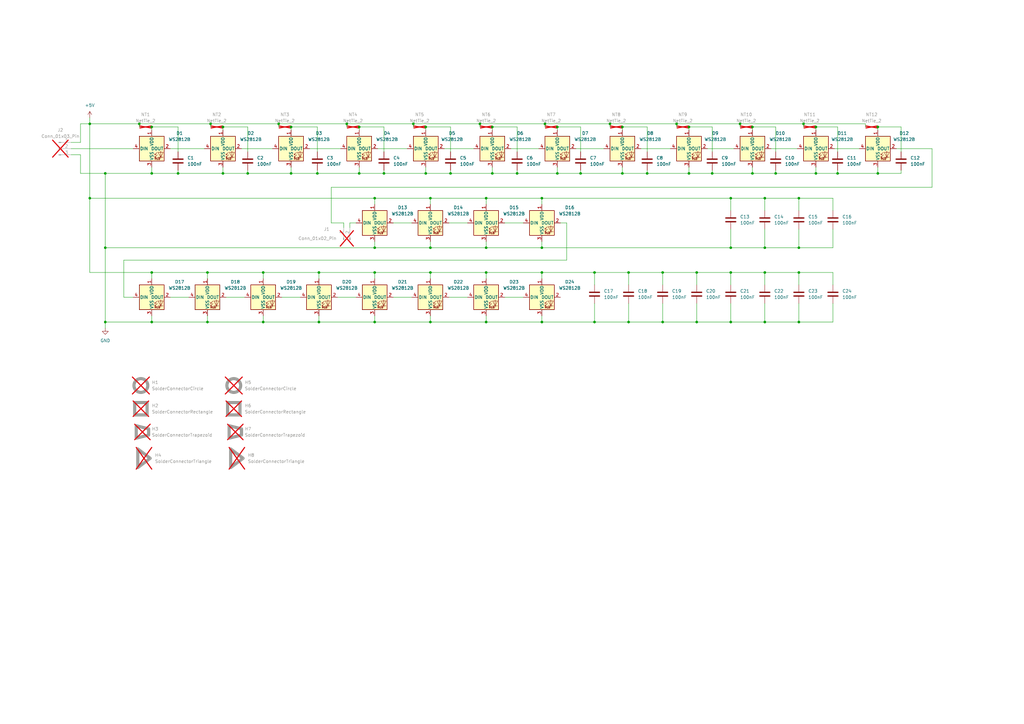
<source format=kicad_sch>
(kicad_sch
	(version 20231120)
	(generator "eeschema")
	(generator_version "8.0")
	(uuid "53113e03-519d-48a5-81e5-fb1c9313b033")
	(paper "A3")
	(lib_symbols
		(symbol "Connector:Conn_01x02_Pin"
			(pin_names
				(offset 1.016) hide)
			(exclude_from_sim no)
			(in_bom yes)
			(on_board yes)
			(property "Reference" "J"
				(at 0 2.54 0)
				(effects
					(font
						(size 1.27 1.27)
					)
				)
			)
			(property "Value" "Conn_01x02_Pin"
				(at 0 -5.08 0)
				(effects
					(font
						(size 1.27 1.27)
					)
				)
			)
			(property "Footprint" ""
				(at 0 0 0)
				(effects
					(font
						(size 1.27 1.27)
					)
					(hide yes)
				)
			)
			(property "Datasheet" "~"
				(at 0 0 0)
				(effects
					(font
						(size 1.27 1.27)
					)
					(hide yes)
				)
			)
			(property "Description" "Generic connector, single row, 01x02, script generated"
				(at 0 0 0)
				(effects
					(font
						(size 1.27 1.27)
					)
					(hide yes)
				)
			)
			(property "ki_locked" ""
				(at 0 0 0)
				(effects
					(font
						(size 1.27 1.27)
					)
				)
			)
			(property "ki_keywords" "connector"
				(at 0 0 0)
				(effects
					(font
						(size 1.27 1.27)
					)
					(hide yes)
				)
			)
			(property "ki_fp_filters" "Connector*:*_1x??_*"
				(at 0 0 0)
				(effects
					(font
						(size 1.27 1.27)
					)
					(hide yes)
				)
			)
			(symbol "Conn_01x02_Pin_1_1"
				(polyline
					(pts
						(xy 1.27 -2.54) (xy 0.8636 -2.54)
					)
					(stroke
						(width 0.1524)
						(type default)
					)
					(fill
						(type none)
					)
				)
				(polyline
					(pts
						(xy 1.27 0) (xy 0.8636 0)
					)
					(stroke
						(width 0.1524)
						(type default)
					)
					(fill
						(type none)
					)
				)
				(rectangle
					(start 0.8636 -2.413)
					(end 0 -2.667)
					(stroke
						(width 0.1524)
						(type default)
					)
					(fill
						(type outline)
					)
				)
				(rectangle
					(start 0.8636 0.127)
					(end 0 -0.127)
					(stroke
						(width 0.1524)
						(type default)
					)
					(fill
						(type outline)
					)
				)
				(pin passive line
					(at 5.08 0 180)
					(length 3.81)
					(name "Pin_1"
						(effects
							(font
								(size 1.27 1.27)
							)
						)
					)
					(number "1"
						(effects
							(font
								(size 1.27 1.27)
							)
						)
					)
				)
				(pin passive line
					(at 5.08 -2.54 180)
					(length 3.81)
					(name "Pin_2"
						(effects
							(font
								(size 1.27 1.27)
							)
						)
					)
					(number "2"
						(effects
							(font
								(size 1.27 1.27)
							)
						)
					)
				)
			)
		)
		(symbol "Connector:Conn_01x03_Pin"
			(pin_names
				(offset 1.016) hide)
			(exclude_from_sim no)
			(in_bom yes)
			(on_board yes)
			(property "Reference" "J"
				(at 0 5.08 0)
				(effects
					(font
						(size 1.27 1.27)
					)
				)
			)
			(property "Value" "Conn_01x03_Pin"
				(at 0 -5.08 0)
				(effects
					(font
						(size 1.27 1.27)
					)
				)
			)
			(property "Footprint" ""
				(at 0 0 0)
				(effects
					(font
						(size 1.27 1.27)
					)
					(hide yes)
				)
			)
			(property "Datasheet" "~"
				(at 0 0 0)
				(effects
					(font
						(size 1.27 1.27)
					)
					(hide yes)
				)
			)
			(property "Description" "Generic connector, single row, 01x03, script generated"
				(at 0 0 0)
				(effects
					(font
						(size 1.27 1.27)
					)
					(hide yes)
				)
			)
			(property "ki_locked" ""
				(at 0 0 0)
				(effects
					(font
						(size 1.27 1.27)
					)
				)
			)
			(property "ki_keywords" "connector"
				(at 0 0 0)
				(effects
					(font
						(size 1.27 1.27)
					)
					(hide yes)
				)
			)
			(property "ki_fp_filters" "Connector*:*_1x??_*"
				(at 0 0 0)
				(effects
					(font
						(size 1.27 1.27)
					)
					(hide yes)
				)
			)
			(symbol "Conn_01x03_Pin_1_1"
				(polyline
					(pts
						(xy 1.27 -2.54) (xy 0.8636 -2.54)
					)
					(stroke
						(width 0.1524)
						(type default)
					)
					(fill
						(type none)
					)
				)
				(polyline
					(pts
						(xy 1.27 0) (xy 0.8636 0)
					)
					(stroke
						(width 0.1524)
						(type default)
					)
					(fill
						(type none)
					)
				)
				(polyline
					(pts
						(xy 1.27 2.54) (xy 0.8636 2.54)
					)
					(stroke
						(width 0.1524)
						(type default)
					)
					(fill
						(type none)
					)
				)
				(rectangle
					(start 0.8636 -2.413)
					(end 0 -2.667)
					(stroke
						(width 0.1524)
						(type default)
					)
					(fill
						(type outline)
					)
				)
				(rectangle
					(start 0.8636 0.127)
					(end 0 -0.127)
					(stroke
						(width 0.1524)
						(type default)
					)
					(fill
						(type outline)
					)
				)
				(rectangle
					(start 0.8636 2.667)
					(end 0 2.413)
					(stroke
						(width 0.1524)
						(type default)
					)
					(fill
						(type outline)
					)
				)
				(pin passive line
					(at 5.08 2.54 180)
					(length 3.81)
					(name "Pin_1"
						(effects
							(font
								(size 1.27 1.27)
							)
						)
					)
					(number "1"
						(effects
							(font
								(size 1.27 1.27)
							)
						)
					)
				)
				(pin passive line
					(at 5.08 0 180)
					(length 3.81)
					(name "Pin_2"
						(effects
							(font
								(size 1.27 1.27)
							)
						)
					)
					(number "2"
						(effects
							(font
								(size 1.27 1.27)
							)
						)
					)
				)
				(pin passive line
					(at 5.08 -2.54 180)
					(length 3.81)
					(name "Pin_3"
						(effects
							(font
								(size 1.27 1.27)
							)
						)
					)
					(number "3"
						(effects
							(font
								(size 1.27 1.27)
							)
						)
					)
				)
			)
		)
		(symbol "Device:C"
			(pin_numbers hide)
			(pin_names
				(offset 0.254)
			)
			(exclude_from_sim no)
			(in_bom yes)
			(on_board yes)
			(property "Reference" "C"
				(at 0.635 2.54 0)
				(effects
					(font
						(size 1.27 1.27)
					)
					(justify left)
				)
			)
			(property "Value" "C"
				(at 0.635 -2.54 0)
				(effects
					(font
						(size 1.27 1.27)
					)
					(justify left)
				)
			)
			(property "Footprint" ""
				(at 0.9652 -3.81 0)
				(effects
					(font
						(size 1.27 1.27)
					)
					(hide yes)
				)
			)
			(property "Datasheet" "~"
				(at 0 0 0)
				(effects
					(font
						(size 1.27 1.27)
					)
					(hide yes)
				)
			)
			(property "Description" "Unpolarized capacitor"
				(at 0 0 0)
				(effects
					(font
						(size 1.27 1.27)
					)
					(hide yes)
				)
			)
			(property "ki_keywords" "cap capacitor"
				(at 0 0 0)
				(effects
					(font
						(size 1.27 1.27)
					)
					(hide yes)
				)
			)
			(property "ki_fp_filters" "C_*"
				(at 0 0 0)
				(effects
					(font
						(size 1.27 1.27)
					)
					(hide yes)
				)
			)
			(symbol "C_0_1"
				(polyline
					(pts
						(xy -2.032 -0.762) (xy 2.032 -0.762)
					)
					(stroke
						(width 0.508)
						(type default)
					)
					(fill
						(type none)
					)
				)
				(polyline
					(pts
						(xy -2.032 0.762) (xy 2.032 0.762)
					)
					(stroke
						(width 0.508)
						(type default)
					)
					(fill
						(type none)
					)
				)
			)
			(symbol "C_1_1"
				(pin passive line
					(at 0 3.81 270)
					(length 2.794)
					(name "~"
						(effects
							(font
								(size 1.27 1.27)
							)
						)
					)
					(number "1"
						(effects
							(font
								(size 1.27 1.27)
							)
						)
					)
				)
				(pin passive line
					(at 0 -3.81 90)
					(length 2.794)
					(name "~"
						(effects
							(font
								(size 1.27 1.27)
							)
						)
					)
					(number "2"
						(effects
							(font
								(size 1.27 1.27)
							)
						)
					)
				)
			)
		)
		(symbol "Device:NetTie_2"
			(pin_numbers hide)
			(pin_names
				(offset 0) hide)
			(exclude_from_sim no)
			(in_bom no)
			(on_board yes)
			(property "Reference" "NT"
				(at 0 1.27 0)
				(effects
					(font
						(size 1.27 1.27)
					)
				)
			)
			(property "Value" "NetTie_2"
				(at 0 -1.27 0)
				(effects
					(font
						(size 1.27 1.27)
					)
				)
			)
			(property "Footprint" ""
				(at 0 0 0)
				(effects
					(font
						(size 1.27 1.27)
					)
					(hide yes)
				)
			)
			(property "Datasheet" "~"
				(at 0 0 0)
				(effects
					(font
						(size 1.27 1.27)
					)
					(hide yes)
				)
			)
			(property "Description" "Net tie, 2 pins"
				(at 0 0 0)
				(effects
					(font
						(size 1.27 1.27)
					)
					(hide yes)
				)
			)
			(property "ki_keywords" "net tie short"
				(at 0 0 0)
				(effects
					(font
						(size 1.27 1.27)
					)
					(hide yes)
				)
			)
			(property "ki_fp_filters" "Net*Tie*"
				(at 0 0 0)
				(effects
					(font
						(size 1.27 1.27)
					)
					(hide yes)
				)
			)
			(symbol "NetTie_2_0_1"
				(polyline
					(pts
						(xy -1.27 0) (xy 1.27 0)
					)
					(stroke
						(width 0.254)
						(type default)
					)
					(fill
						(type none)
					)
				)
			)
			(symbol "NetTie_2_1_1"
				(pin passive line
					(at -2.54 0 0)
					(length 2.54)
					(name "1"
						(effects
							(font
								(size 1.27 1.27)
							)
						)
					)
					(number "1"
						(effects
							(font
								(size 1.27 1.27)
							)
						)
					)
				)
				(pin passive line
					(at 2.54 0 180)
					(length 2.54)
					(name "2"
						(effects
							(font
								(size 1.27 1.27)
							)
						)
					)
					(number "2"
						(effects
							(font
								(size 1.27 1.27)
							)
						)
					)
				)
			)
		)
		(symbol "Hella Bauteile:SolderConnectorCircle"
			(pin_names
				(offset 1.016)
			)
			(exclude_from_sim yes)
			(in_bom no)
			(on_board yes)
			(property "Reference" "H"
				(at 0 5.08 0)
				(effects
					(font
						(size 1.27 1.27)
					)
				)
			)
			(property "Value" "SolderConnectorCircle"
				(at 0 3.175 0)
				(effects
					(font
						(size 1.27 1.27)
					)
				)
			)
			(property "Footprint" "Hella_Bauteile:SolderConnectorCircle"
				(at 0 0 0)
				(effects
					(font
						(size 1.27 1.27)
					)
					(hide yes)
				)
			)
			(property "Datasheet" "~"
				(at 0 0 0)
				(effects
					(font
						(size 1.27 1.27)
					)
					(hide yes)
				)
			)
			(property "Description" "Mechanical solder connector"
				(at 0 0 0)
				(effects
					(font
						(size 1.27 1.27)
					)
					(hide yes)
				)
			)
			(property "ki_keywords" "Solder Connector"
				(at 0 0 0)
				(effects
					(font
						(size 1.27 1.27)
					)
					(hide yes)
				)
			)
			(property "ki_fp_filters" "MountingHole*"
				(at 0 0 0)
				(effects
					(font
						(size 1.27 1.27)
					)
					(hide yes)
				)
			)
			(symbol "SolderConnectorCircle_1_1"
				(circle
					(center 0 0)
					(radius 2.8398)
					(stroke
						(width 1.27)
						(type default)
					)
					(fill
						(type none)
					)
				)
			)
		)
		(symbol "Hella Bauteile:SolderConnectorRectangle"
			(pin_names
				(offset 1.016)
			)
			(exclude_from_sim yes)
			(in_bom no)
			(on_board yes)
			(property "Reference" "H"
				(at 0 5.08 0)
				(effects
					(font
						(size 1.27 1.27)
					)
				)
			)
			(property "Value" "SolderConnectorRectangle"
				(at 0 3.175 0)
				(effects
					(font
						(size 1.27 1.27)
					)
				)
			)
			(property "Footprint" "Hella_Bauteile:SolderConnectorRectangle"
				(at 0 0 0)
				(effects
					(font
						(size 1.27 1.27)
					)
					(hide yes)
				)
			)
			(property "Datasheet" "~"
				(at 0 0 0)
				(effects
					(font
						(size 1.27 1.27)
					)
					(hide yes)
				)
			)
			(property "Description" "Mechanical solder connector"
				(at 0 0 0)
				(effects
					(font
						(size 1.27 1.27)
					)
					(hide yes)
				)
			)
			(property "ki_keywords" "Solder Connector"
				(at 0 0 0)
				(effects
					(font
						(size 1.27 1.27)
					)
					(hide yes)
				)
			)
			(property "ki_fp_filters" "MountingHole*"
				(at 0 0 0)
				(effects
					(font
						(size 1.27 1.27)
					)
					(hide yes)
				)
			)
			(symbol "SolderConnectorRectangle_1_1"
				(rectangle
					(start -2.54 2.54)
					(end 2.54 -2.54)
					(stroke
						(width 1.27)
						(type default)
					)
					(fill
						(type none)
					)
				)
			)
		)
		(symbol "Hella Bauteile:SolderConnectorTrapezoid"
			(pin_names
				(offset 1.016)
			)
			(exclude_from_sim yes)
			(in_bom no)
			(on_board yes)
			(property "Reference" "H"
				(at 0 5.08 0)
				(effects
					(font
						(size 1.27 1.27)
					)
				)
			)
			(property "Value" "SolderConnectorTrapezoid"
				(at 0 3.175 0)
				(effects
					(font
						(size 1.27 1.27)
					)
				)
			)
			(property "Footprint" "Hella_Bauteile:SolderConnectorTrapezoid"
				(at 0 0 0)
				(effects
					(font
						(size 1.27 1.27)
					)
					(hide yes)
				)
			)
			(property "Datasheet" "~"
				(at 0 0 0)
				(effects
					(font
						(size 1.27 1.27)
					)
					(hide yes)
				)
			)
			(property "Description" "Mechanical Solder Connector"
				(at 0 0 0)
				(effects
					(font
						(size 1.27 1.27)
					)
					(hide yes)
				)
			)
			(property "ki_keywords" "Solder Connector"
				(at 0 0 0)
				(effects
					(font
						(size 1.27 1.27)
					)
					(hide yes)
				)
			)
			(property "ki_fp_filters" "MountingHole*"
				(at 0 0 0)
				(effects
					(font
						(size 1.27 1.27)
					)
					(hide yes)
				)
			)
			(symbol "SolderConnectorTrapezoid_1_1"
				(polyline
					(pts
						(xy -2.54 -2.54) (xy -2.54 2.54) (xy 2.54 1.27) (xy 2.54 -1.27) (xy -2.54 -2.54)
					)
					(stroke
						(width 1.27)
						(type default)
					)
					(fill
						(type none)
					)
				)
			)
		)
		(symbol "Hella Bauteile:SolderConnectorTriangle"
			(pin_names
				(offset 1.016)
			)
			(exclude_from_sim yes)
			(in_bom no)
			(on_board yes)
			(property "Reference" "H"
				(at 0 5.08 0)
				(effects
					(font
						(size 1.27 1.27)
					)
				)
			)
			(property "Value" "SolderConnectorTriangle"
				(at 0 3.175 0)
				(effects
					(font
						(size 1.27 1.27)
					)
				)
			)
			(property "Footprint" "Hella_Bauteile:SolderConnectorTriangle"
				(at 0 0 0)
				(effects
					(font
						(size 1.27 1.27)
					)
					(hide yes)
				)
			)
			(property "Datasheet" "~"
				(at 0 0 0)
				(effects
					(font
						(size 1.27 1.27)
					)
					(hide yes)
				)
			)
			(property "Description" "Mechanical Solder Connector"
				(at 0 0 0)
				(effects
					(font
						(size 1.27 1.27)
					)
					(hide yes)
				)
			)
			(property "ki_keywords" "Solder Connector"
				(at 0 0 0)
				(effects
					(font
						(size 1.27 1.27)
					)
					(hide yes)
				)
			)
			(property "ki_fp_filters" "MountingHole*"
				(at 0 0 0)
				(effects
					(font
						(size 1.27 1.27)
					)
					(hide yes)
				)
			)
			(symbol "SolderConnectorTriangle_1_1"
				(polyline
					(pts
						(xy -2.54 3.81) (xy -2.54 -3.81) (xy 2.54 0) (xy -2.54 3.81)
					)
					(stroke
						(width 1.27)
						(type default)
					)
					(fill
						(type none)
					)
				)
			)
		)
		(symbol "LED:WS2812B"
			(pin_names
				(offset 0.254)
			)
			(exclude_from_sim no)
			(in_bom yes)
			(on_board yes)
			(property "Reference" "D"
				(at 5.08 5.715 0)
				(effects
					(font
						(size 1.27 1.27)
					)
					(justify right bottom)
				)
			)
			(property "Value" "WS2812B"
				(at 1.27 -5.715 0)
				(effects
					(font
						(size 1.27 1.27)
					)
					(justify left top)
				)
			)
			(property "Footprint" "LED_SMD:LED_WS2812B_PLCC4_5.0x5.0mm_P3.2mm"
				(at 1.27 -7.62 0)
				(effects
					(font
						(size 1.27 1.27)
					)
					(justify left top)
					(hide yes)
				)
			)
			(property "Datasheet" "https://cdn-shop.adafruit.com/datasheets/WS2812B.pdf"
				(at 2.54 -9.525 0)
				(effects
					(font
						(size 1.27 1.27)
					)
					(justify left top)
					(hide yes)
				)
			)
			(property "Description" "RGB LED with integrated controller"
				(at 0 0 0)
				(effects
					(font
						(size 1.27 1.27)
					)
					(hide yes)
				)
			)
			(property "ki_keywords" "RGB LED NeoPixel addressable"
				(at 0 0 0)
				(effects
					(font
						(size 1.27 1.27)
					)
					(hide yes)
				)
			)
			(property "ki_fp_filters" "LED*WS2812*PLCC*5.0x5.0mm*P3.2mm*"
				(at 0 0 0)
				(effects
					(font
						(size 1.27 1.27)
					)
					(hide yes)
				)
			)
			(symbol "WS2812B_0_0"
				(text "RGB"
					(at 2.286 -4.191 0)
					(effects
						(font
							(size 0.762 0.762)
						)
					)
				)
			)
			(symbol "WS2812B_0_1"
				(polyline
					(pts
						(xy 1.27 -3.556) (xy 1.778 -3.556)
					)
					(stroke
						(width 0)
						(type default)
					)
					(fill
						(type none)
					)
				)
				(polyline
					(pts
						(xy 1.27 -2.54) (xy 1.778 -2.54)
					)
					(stroke
						(width 0)
						(type default)
					)
					(fill
						(type none)
					)
				)
				(polyline
					(pts
						(xy 4.699 -3.556) (xy 2.667 -3.556)
					)
					(stroke
						(width 0)
						(type default)
					)
					(fill
						(type none)
					)
				)
				(polyline
					(pts
						(xy 2.286 -2.54) (xy 1.27 -3.556) (xy 1.27 -3.048)
					)
					(stroke
						(width 0)
						(type default)
					)
					(fill
						(type none)
					)
				)
				(polyline
					(pts
						(xy 2.286 -1.524) (xy 1.27 -2.54) (xy 1.27 -2.032)
					)
					(stroke
						(width 0)
						(type default)
					)
					(fill
						(type none)
					)
				)
				(polyline
					(pts
						(xy 3.683 -1.016) (xy 3.683 -3.556) (xy 3.683 -4.064)
					)
					(stroke
						(width 0)
						(type default)
					)
					(fill
						(type none)
					)
				)
				(polyline
					(pts
						(xy 4.699 -1.524) (xy 2.667 -1.524) (xy 3.683 -3.556) (xy 4.699 -1.524)
					)
					(stroke
						(width 0)
						(type default)
					)
					(fill
						(type none)
					)
				)
				(rectangle
					(start 5.08 5.08)
					(end -5.08 -5.08)
					(stroke
						(width 0.254)
						(type default)
					)
					(fill
						(type background)
					)
				)
			)
			(symbol "WS2812B_1_1"
				(pin power_in line
					(at 0 7.62 270)
					(length 2.54)
					(name "VDD"
						(effects
							(font
								(size 1.27 1.27)
							)
						)
					)
					(number "1"
						(effects
							(font
								(size 1.27 1.27)
							)
						)
					)
				)
				(pin output line
					(at 7.62 0 180)
					(length 2.54)
					(name "DOUT"
						(effects
							(font
								(size 1.27 1.27)
							)
						)
					)
					(number "2"
						(effects
							(font
								(size 1.27 1.27)
							)
						)
					)
				)
				(pin power_in line
					(at 0 -7.62 90)
					(length 2.54)
					(name "VSS"
						(effects
							(font
								(size 1.27 1.27)
							)
						)
					)
					(number "3"
						(effects
							(font
								(size 1.27 1.27)
							)
						)
					)
				)
				(pin input line
					(at -7.62 0 0)
					(length 2.54)
					(name "DIN"
						(effects
							(font
								(size 1.27 1.27)
							)
						)
					)
					(number "4"
						(effects
							(font
								(size 1.27 1.27)
							)
						)
					)
				)
			)
		)
		(symbol "power:+5V"
			(power)
			(pin_numbers hide)
			(pin_names
				(offset 0) hide)
			(exclude_from_sim no)
			(in_bom yes)
			(on_board yes)
			(property "Reference" "#PWR"
				(at 0 -3.81 0)
				(effects
					(font
						(size 1.27 1.27)
					)
					(hide yes)
				)
			)
			(property "Value" "+5V"
				(at 0 3.556 0)
				(effects
					(font
						(size 1.27 1.27)
					)
				)
			)
			(property "Footprint" ""
				(at 0 0 0)
				(effects
					(font
						(size 1.27 1.27)
					)
					(hide yes)
				)
			)
			(property "Datasheet" ""
				(at 0 0 0)
				(effects
					(font
						(size 1.27 1.27)
					)
					(hide yes)
				)
			)
			(property "Description" "Power symbol creates a global label with name \"+5V\""
				(at 0 0 0)
				(effects
					(font
						(size 1.27 1.27)
					)
					(hide yes)
				)
			)
			(property "ki_keywords" "global power"
				(at 0 0 0)
				(effects
					(font
						(size 1.27 1.27)
					)
					(hide yes)
				)
			)
			(symbol "+5V_0_1"
				(polyline
					(pts
						(xy -0.762 1.27) (xy 0 2.54)
					)
					(stroke
						(width 0)
						(type default)
					)
					(fill
						(type none)
					)
				)
				(polyline
					(pts
						(xy 0 0) (xy 0 2.54)
					)
					(stroke
						(width 0)
						(type default)
					)
					(fill
						(type none)
					)
				)
				(polyline
					(pts
						(xy 0 2.54) (xy 0.762 1.27)
					)
					(stroke
						(width 0)
						(type default)
					)
					(fill
						(type none)
					)
				)
			)
			(symbol "+5V_1_1"
				(pin power_in line
					(at 0 0 90)
					(length 0)
					(name "~"
						(effects
							(font
								(size 1.27 1.27)
							)
						)
					)
					(number "1"
						(effects
							(font
								(size 1.27 1.27)
							)
						)
					)
				)
			)
		)
		(symbol "power:GND"
			(power)
			(pin_numbers hide)
			(pin_names
				(offset 0) hide)
			(exclude_from_sim no)
			(in_bom yes)
			(on_board yes)
			(property "Reference" "#PWR"
				(at 0 -6.35 0)
				(effects
					(font
						(size 1.27 1.27)
					)
					(hide yes)
				)
			)
			(property "Value" "GND"
				(at 0 -3.81 0)
				(effects
					(font
						(size 1.27 1.27)
					)
				)
			)
			(property "Footprint" ""
				(at 0 0 0)
				(effects
					(font
						(size 1.27 1.27)
					)
					(hide yes)
				)
			)
			(property "Datasheet" ""
				(at 0 0 0)
				(effects
					(font
						(size 1.27 1.27)
					)
					(hide yes)
				)
			)
			(property "Description" "Power symbol creates a global label with name \"GND\" , ground"
				(at 0 0 0)
				(effects
					(font
						(size 1.27 1.27)
					)
					(hide yes)
				)
			)
			(property "ki_keywords" "global power"
				(at 0 0 0)
				(effects
					(font
						(size 1.27 1.27)
					)
					(hide yes)
				)
			)
			(symbol "GND_0_1"
				(polyline
					(pts
						(xy 0 0) (xy 0 -1.27) (xy 1.27 -1.27) (xy 0 -2.54) (xy -1.27 -1.27) (xy 0 -1.27)
					)
					(stroke
						(width 0)
						(type default)
					)
					(fill
						(type none)
					)
				)
			)
			(symbol "GND_1_1"
				(pin power_in line
					(at 0 0 270)
					(length 0)
					(name "~"
						(effects
							(font
								(size 1.27 1.27)
							)
						)
					)
					(number "1"
						(effects
							(font
								(size 1.27 1.27)
							)
						)
					)
				)
			)
		)
	)
	(junction
		(at 36.83 81.28)
		(diameter 0)
		(color 0 0 0 0)
		(uuid "0313ac16-901a-489d-9d4c-422b3b3413c4")
	)
	(junction
		(at 313.69 111.76)
		(diameter 0)
		(color 0 0 0 0)
		(uuid "0747b970-36a6-49c7-b70b-f8f5feef453c")
	)
	(junction
		(at 282.575 52.07)
		(diameter 0)
		(color 0 0 0 0)
		(uuid "0a464f5b-9968-4ad3-819d-cd68a900f221")
	)
	(junction
		(at 243.84 111.76)
		(diameter 0)
		(color 0 0 0 0)
		(uuid "0c06e754-831d-4f6f-a618-056db009a58a")
	)
	(junction
		(at 212.09 71.12)
		(diameter 0)
		(color 0 0 0 0)
		(uuid "0e50b89a-6d3c-4ebe-aa41-7e14054cdf24")
	)
	(junction
		(at 327.66 101.6)
		(diameter 0)
		(color 0 0 0 0)
		(uuid "133d90ca-33fa-473e-9508-74d44d742c59")
	)
	(junction
		(at 343.535 71.12)
		(diameter 0)
		(color 0 0 0 0)
		(uuid "162a1c01-81f0-492b-8929-c292ced57668")
	)
	(junction
		(at 114.3 50.8)
		(diameter 0)
		(color 0 0 0 0)
		(uuid "1d47b4a9-0cd7-4015-bcc9-48d7b91a0a61")
	)
	(junction
		(at 199.39 132.08)
		(diameter 0)
		(color 0 0 0 0)
		(uuid "1da64a3c-0705-4264-9383-ee5930581405")
	)
	(junction
		(at 107.95 111.76)
		(diameter 0)
		(color 0 0 0 0)
		(uuid "1e1d741a-6a10-400d-9bd4-00d0ff5af47b")
	)
	(junction
		(at 62.23 52.07)
		(diameter 0)
		(color 0 0 0 0)
		(uuid "1eb66994-4781-4792-91b4-e2e1e7a53408")
	)
	(junction
		(at 43.18 101.6)
		(diameter 0)
		(color 0 0 0 0)
		(uuid "1faca381-f0e4-4864-a7b8-359c9f3e36d1")
	)
	(junction
		(at 169.545 50.8)
		(diameter 0)
		(color 0 0 0 0)
		(uuid "20d0399d-e4e1-4cb2-8f13-436739022ce4")
	)
	(junction
		(at 91.44 52.07)
		(diameter 0)
		(color 0 0 0 0)
		(uuid "275c6fbc-ba7e-4c37-bc86-4fc9fe624fa4")
	)
	(junction
		(at 222.25 101.6)
		(diameter 0)
		(color 0 0 0 0)
		(uuid "29d4fcb5-4adf-42d8-bf6b-0fb4bee9c6ec")
	)
	(junction
		(at 313.69 101.6)
		(diameter 0)
		(color 0 0 0 0)
		(uuid "2a57e95c-ae2e-496d-8b56-0488cc55481d")
	)
	(junction
		(at 147.32 52.07)
		(diameter 0)
		(color 0 0 0 0)
		(uuid "2dc49106-c922-46fb-9ca6-e6967fb843b1")
	)
	(junction
		(at 184.785 71.12)
		(diameter 0)
		(color 0 0 0 0)
		(uuid "2eabf877-6265-46df-94a1-22a29b7eb839")
	)
	(junction
		(at 176.53 111.76)
		(diameter 0)
		(color 0 0 0 0)
		(uuid "3175206f-b01c-4c8c-aa2e-dcee2a81451e")
	)
	(junction
		(at 43.18 132.08)
		(diameter 0)
		(color 0 0 0 0)
		(uuid "323d3141-7879-48c8-9a4e-d84e8d05eee8")
	)
	(junction
		(at 327.66 81.28)
		(diameter 0)
		(color 0 0 0 0)
		(uuid "349bb015-af7f-4354-9cc3-e7d54ee6a210")
	)
	(junction
		(at 222.25 111.76)
		(diameter 0)
		(color 0 0 0 0)
		(uuid "350fc7d5-616b-498f-ad47-98d4a3f3dc79")
	)
	(junction
		(at 153.67 81.28)
		(diameter 0)
		(color 0 0 0 0)
		(uuid "3554cb6d-f438-4c1b-a48a-34074fc06925")
	)
	(junction
		(at 299.72 111.76)
		(diameter 0)
		(color 0 0 0 0)
		(uuid "36cf4049-a924-4261-bf28-ccefc9ee2ffd")
	)
	(junction
		(at 228.6 52.07)
		(diameter 0)
		(color 0 0 0 0)
		(uuid "38dd289e-1092-4f47-b48f-cc1d82bb4651")
	)
	(junction
		(at 85.09 111.76)
		(diameter 0)
		(color 0 0 0 0)
		(uuid "3a3af2d4-fec0-473a-9876-c7f4f1f373f7")
	)
	(junction
		(at 285.75 111.76)
		(diameter 0)
		(color 0 0 0 0)
		(uuid "3ae29954-2621-4199-91ac-cbffe888c6f6")
	)
	(junction
		(at 222.25 132.08)
		(diameter 0)
		(color 0 0 0 0)
		(uuid "3c3775fd-8cad-4d32-b4cc-1bbdf768c0ad")
	)
	(junction
		(at 86.36 50.8)
		(diameter 0)
		(color 0 0 0 0)
		(uuid "3e276d42-c8d4-44ee-8037-ff7467340309")
	)
	(junction
		(at 147.32 71.12)
		(diameter 0)
		(color 0 0 0 0)
		(uuid "42b07ecb-e638-4611-80eb-9f2f9e73969e")
	)
	(junction
		(at 85.09 132.08)
		(diameter 0)
		(color 0 0 0 0)
		(uuid "432dab3e-393c-4a6a-b949-b15ff9c318d4")
	)
	(junction
		(at 196.85 50.8)
		(diameter 0)
		(color 0 0 0 0)
		(uuid "4353a6f2-48de-4a4e-835e-82fe732fef81")
	)
	(junction
		(at 130.175 71.12)
		(diameter 0)
		(color 0 0 0 0)
		(uuid "439336a7-ea3d-49b2-a6f3-72082722da2e")
	)
	(junction
		(at 255.27 52.07)
		(diameter 0)
		(color 0 0 0 0)
		(uuid "439383a5-5db3-40b2-b8e1-4c4280dce1cc")
	)
	(junction
		(at 257.81 111.76)
		(diameter 0)
		(color 0 0 0 0)
		(uuid "44b5ddcf-45b1-4204-8003-5c6f869e9c92")
	)
	(junction
		(at 238.125 71.12)
		(diameter 0)
		(color 0 0 0 0)
		(uuid "4598e305-b3bb-4144-a766-2978e4c17dee")
	)
	(junction
		(at 360.045 71.12)
		(diameter 0)
		(color 0 0 0 0)
		(uuid "49768a02-bbb7-4e50-9af2-5da7cab36d5c")
	)
	(junction
		(at 174.625 71.12)
		(diameter 0)
		(color 0 0 0 0)
		(uuid "4adf279d-83b4-47b8-9581-94bfc3b34e79")
	)
	(junction
		(at 299.72 101.6)
		(diameter 0)
		(color 0 0 0 0)
		(uuid "52addfc0-379c-4af1-a4b3-12c7d1016ad1")
	)
	(junction
		(at 243.84 132.08)
		(diameter 0)
		(color 0 0 0 0)
		(uuid "5fdb9117-8499-422f-b45d-d1cdaad4244a")
	)
	(junction
		(at 257.81 132.08)
		(diameter 0)
		(color 0 0 0 0)
		(uuid "5ff8e522-13ce-4196-b35d-142e3e772072")
	)
	(junction
		(at 73.025 71.12)
		(diameter 0)
		(color 0 0 0 0)
		(uuid "61b26810-906f-4f72-8d88-08eb063d61b1")
	)
	(junction
		(at 62.23 111.76)
		(diameter 0)
		(color 0 0 0 0)
		(uuid "64b2b423-9b25-4090-87d7-19351ed3907a")
	)
	(junction
		(at 157.48 71.12)
		(diameter 0)
		(color 0 0 0 0)
		(uuid "657b5884-e7e6-455d-8550-976efdf983df")
	)
	(junction
		(at 199.39 101.6)
		(diameter 0)
		(color 0 0 0 0)
		(uuid "6ee6ef4f-8788-4985-a8ab-7706ebb37414")
	)
	(junction
		(at 308.61 52.07)
		(diameter 0)
		(color 0 0 0 0)
		(uuid "70c0895c-b719-4534-bd00-ef8749eab624")
	)
	(junction
		(at 250.19 50.8)
		(diameter 0)
		(color 0 0 0 0)
		(uuid "70f675a1-f5b8-4eaf-bb42-b71712d3387c")
	)
	(junction
		(at 119.38 71.12)
		(diameter 0)
		(color 0 0 0 0)
		(uuid "74efd1cb-3ad7-4c13-a069-c3c0f9dfec30")
	)
	(junction
		(at 228.6 71.12)
		(diameter 0)
		(color 0 0 0 0)
		(uuid "75bbec0a-a6e0-4761-8a70-79541d4118ac")
	)
	(junction
		(at 101.6 71.12)
		(diameter 0)
		(color 0 0 0 0)
		(uuid "7a6bdf76-cb08-430a-afbe-381c9eb16bd8")
	)
	(junction
		(at 174.625 52.07)
		(diameter 0)
		(color 0 0 0 0)
		(uuid "7c6653e0-bb4a-4849-b8fc-55cb00c99c29")
	)
	(junction
		(at 277.495 50.8)
		(diameter 0)
		(color 0 0 0 0)
		(uuid "7dd19595-df7a-4ab0-a273-50ee6a78fea4")
	)
	(junction
		(at 201.93 71.12)
		(diameter 0)
		(color 0 0 0 0)
		(uuid "7e4eba74-c997-4a11-b23b-d93f820057e2")
	)
	(junction
		(at 62.23 132.08)
		(diameter 0)
		(color 0 0 0 0)
		(uuid "80879575-7a19-4518-937c-799ebabe7d9f")
	)
	(junction
		(at 153.67 132.08)
		(diameter 0)
		(color 0 0 0 0)
		(uuid "821e7027-a284-45d4-9c56-56e957501ebe")
	)
	(junction
		(at 329.565 50.8)
		(diameter 0)
		(color 0 0 0 0)
		(uuid "833798d4-cf04-4d74-a4f2-00ae12368cb9")
	)
	(junction
		(at 57.15 50.8)
		(diameter 0)
		(color 0 0 0 0)
		(uuid "83df0f99-87d4-4eed-b686-7d7023dcb935")
	)
	(junction
		(at 327.66 111.76)
		(diameter 0)
		(color 0 0 0 0)
		(uuid "856b35f5-c5b3-4cca-b9f3-fba63d7c2abc")
	)
	(junction
		(at 223.52 50.8)
		(diameter 0)
		(color 0 0 0 0)
		(uuid "8866f302-3a7b-44be-8c03-731663e03ccd")
	)
	(junction
		(at 36.83 50.8)
		(diameter 0)
		(color 0 0 0 0)
		(uuid "8930bb3a-2703-4f9e-bffb-a1590e8262a3")
	)
	(junction
		(at 327.66 132.08)
		(diameter 0)
		(color 0 0 0 0)
		(uuid "8c221d19-2cbc-4768-a356-8dea425994a5")
	)
	(junction
		(at 222.25 81.28)
		(diameter 0)
		(color 0 0 0 0)
		(uuid "8ffe337f-4925-468b-9909-113d04a3256c")
	)
	(junction
		(at 318.135 71.12)
		(diameter 0)
		(color 0 0 0 0)
		(uuid "927c3b35-dac0-41c4-99e6-2359eb337c55")
	)
	(junction
		(at 299.72 81.28)
		(diameter 0)
		(color 0 0 0 0)
		(uuid "9b43ed89-b12a-46a5-88b7-f22c8a39744a")
	)
	(junction
		(at 119.38 52.07)
		(diameter 0)
		(color 0 0 0 0)
		(uuid "a1387985-9ca2-48c2-a87b-0277ec061a5b")
	)
	(junction
		(at 308.61 71.12)
		(diameter 0)
		(color 0 0 0 0)
		(uuid "a725c95f-8978-4e58-9ac0-e0c527b465d7")
	)
	(junction
		(at 201.93 52.07)
		(diameter 0)
		(color 0 0 0 0)
		(uuid "a8c27438-d347-4f8b-9ea1-8d24912bf5cc")
	)
	(junction
		(at 176.53 81.28)
		(diameter 0)
		(color 0 0 0 0)
		(uuid "a96a12a3-2475-4015-99b0-aba1f6028cc1")
	)
	(junction
		(at 271.78 111.76)
		(diameter 0)
		(color 0 0 0 0)
		(uuid "aca8d2b1-a20c-4bfc-bbcd-e55f9fda4e54")
	)
	(junction
		(at 91.44 71.12)
		(diameter 0)
		(color 0 0 0 0)
		(uuid "af3a87fe-1dfe-48ba-9b7c-3f5f7864da8e")
	)
	(junction
		(at 299.72 132.08)
		(diameter 0)
		(color 0 0 0 0)
		(uuid "b1ceb4e9-9747-42ae-a72e-63d6eb17b5cd")
	)
	(junction
		(at 334.645 71.12)
		(diameter 0)
		(color 0 0 0 0)
		(uuid "b225aecf-9e31-4acd-b719-96dd0ccdf5f1")
	)
	(junction
		(at 176.53 101.6)
		(diameter 0)
		(color 0 0 0 0)
		(uuid "b4f02293-8520-49cc-9b31-7e87a4d8cf5a")
	)
	(junction
		(at 199.39 81.28)
		(diameter 0)
		(color 0 0 0 0)
		(uuid "ba93e8e0-6c53-4cb2-9fb1-cc2bbc192e5c")
	)
	(junction
		(at 142.24 50.8)
		(diameter 0)
		(color 0 0 0 0)
		(uuid "bd3633bd-99e7-4d97-a1fc-bc5e53327ff7")
	)
	(junction
		(at 130.81 132.08)
		(diameter 0)
		(color 0 0 0 0)
		(uuid "bf97ad67-4f70-4c7b-b09b-43abc135b92a")
	)
	(junction
		(at 285.75 132.08)
		(diameter 0)
		(color 0 0 0 0)
		(uuid "c1c16f84-f2f9-41a5-9fb7-d7ddbd946e56")
	)
	(junction
		(at 255.27 71.12)
		(diameter 0)
		(color 0 0 0 0)
		(uuid "c34409d3-b8c0-426d-ae8a-6c6b752069e7")
	)
	(junction
		(at 313.69 81.28)
		(diameter 0)
		(color 0 0 0 0)
		(uuid "cae31f10-6a58-420b-9be3-63dfc6bcb3d6")
	)
	(junction
		(at 43.18 71.12)
		(diameter 0)
		(color 0 0 0 0)
		(uuid "cd5de8a7-011b-4808-89d3-100c4e530c8b")
	)
	(junction
		(at 313.69 132.08)
		(diameter 0)
		(color 0 0 0 0)
		(uuid "cf1c97c1-1334-483c-bd02-bf3d30d203c5")
	)
	(junction
		(at 176.53 132.08)
		(diameter 0)
		(color 0 0 0 0)
		(uuid "cf88bcbf-761f-45fb-81fd-98584fbc601f")
	)
	(junction
		(at 107.95 132.08)
		(diameter 0)
		(color 0 0 0 0)
		(uuid "d2192d04-6af1-4544-b6c2-0a69316be5dd")
	)
	(junction
		(at 265.43 71.12)
		(diameter 0)
		(color 0 0 0 0)
		(uuid "d2d7b58d-4b52-468b-a43d-af363823c405")
	)
	(junction
		(at 303.53 50.8)
		(diameter 0)
		(color 0 0 0 0)
		(uuid "d4e202b7-9f51-4e95-ae28-d3afaa527a5e")
	)
	(junction
		(at 199.39 111.76)
		(diameter 0)
		(color 0 0 0 0)
		(uuid "dcc48178-a7c3-4a3a-8764-f11102b6a485")
	)
	(junction
		(at 360.045 52.07)
		(diameter 0)
		(color 0 0 0 0)
		(uuid "dcd4672d-5189-4127-b628-619c87a171e5")
	)
	(junction
		(at 130.81 111.76)
		(diameter 0)
		(color 0 0 0 0)
		(uuid "e4b1fe37-98b0-43f8-9021-c5fcad84b43d")
	)
	(junction
		(at 282.575 71.12)
		(diameter 0)
		(color 0 0 0 0)
		(uuid "e4bce598-9b16-4934-8fbe-cdfeb1ff6e0f")
	)
	(junction
		(at 292.1 71.12)
		(diameter 0)
		(color 0 0 0 0)
		(uuid "e5150caa-453f-4c99-ac5c-eb3cfdff0af8")
	)
	(junction
		(at 153.67 111.76)
		(diameter 0)
		(color 0 0 0 0)
		(uuid "e5a5c813-85be-4426-972c-408a837b469d")
	)
	(junction
		(at 271.78 132.08)
		(diameter 0)
		(color 0 0 0 0)
		(uuid "e78e6f8f-86fb-4a97-a273-ebe116d2eaec")
	)
	(junction
		(at 153.67 101.6)
		(diameter 0)
		(color 0 0 0 0)
		(uuid "f2a8e885-2c12-426d-9628-f904c6e10312")
	)
	(junction
		(at 62.23 71.12)
		(diameter 0)
		(color 0 0 0 0)
		(uuid "f77a0ce7-6daa-4b0f-9a4c-32a30a294d6e")
	)
	(junction
		(at 334.645 52.07)
		(diameter 0)
		(color 0 0 0 0)
		(uuid "f9945b04-6914-4fae-af59-a766eefd2772")
	)
	(wire
		(pts
			(xy 176.53 129.54) (xy 176.53 132.08)
		)
		(stroke
			(width 0)
			(type default)
		)
		(uuid "007dec1a-524a-4392-95f4-6f3875966a1f")
	)
	(wire
		(pts
			(xy 255.27 71.12) (xy 265.43 71.12)
		)
		(stroke
			(width 0)
			(type default)
		)
		(uuid "00932655-7124-43d3-90a2-44926daceee8")
	)
	(wire
		(pts
			(xy 101.6 71.12) (xy 119.38 71.12)
		)
		(stroke
			(width 0)
			(type default)
		)
		(uuid "0104e99c-3d16-455c-8414-339bcbd7754e")
	)
	(wire
		(pts
			(xy 265.43 71.12) (xy 282.575 71.12)
		)
		(stroke
			(width 0)
			(type default)
		)
		(uuid "0185b49c-9036-4604-ab3d-b0325d1ea40a")
	)
	(wire
		(pts
			(xy 135.89 91.44) (xy 140.97 91.44)
		)
		(stroke
			(width 0)
			(type default)
		)
		(uuid "03a13d0e-ce15-41d4-8383-db7c24599200")
	)
	(wire
		(pts
			(xy 184.15 91.44) (xy 191.77 91.44)
		)
		(stroke
			(width 0)
			(type default)
		)
		(uuid "0410defb-71ee-40ea-8921-92a347b9e57c")
	)
	(wire
		(pts
			(xy 255.27 53.34) (xy 255.27 52.07)
		)
		(stroke
			(width 0)
			(type default)
		)
		(uuid "04342f62-a0a4-495a-9d32-f7fa85846dbd")
	)
	(wire
		(pts
			(xy 329.565 50.8) (xy 354.965 50.8)
		)
		(stroke
			(width 0)
			(type default)
		)
		(uuid "06217b81-d192-4659-a80f-e33c8a37e605")
	)
	(wire
		(pts
			(xy 282.575 68.58) (xy 282.575 71.12)
		)
		(stroke
			(width 0)
			(type default)
		)
		(uuid "07e960d8-0854-4762-9fba-0237257da49d")
	)
	(wire
		(pts
			(xy 86.36 50.8) (xy 86.36 52.07)
		)
		(stroke
			(width 0)
			(type default)
		)
		(uuid "0acfe569-2ada-482c-84c9-18a3ed39233d")
	)
	(wire
		(pts
			(xy 265.43 71.12) (xy 265.43 69.85)
		)
		(stroke
			(width 0)
			(type default)
		)
		(uuid "0b3d9047-493f-4131-9938-7a81ac161205")
	)
	(wire
		(pts
			(xy 327.66 101.6) (xy 341.63 101.6)
		)
		(stroke
			(width 0)
			(type default)
		)
		(uuid "0bfdd29d-673a-49b1-8c6f-0aaf2c9017f4")
	)
	(wire
		(pts
			(xy 176.53 132.08) (xy 153.67 132.08)
		)
		(stroke
			(width 0)
			(type default)
		)
		(uuid "0c37b369-ea67-4ef5-b5ab-92e46e7fe7eb")
	)
	(wire
		(pts
			(xy 222.25 101.6) (xy 199.39 101.6)
		)
		(stroke
			(width 0)
			(type default)
		)
		(uuid "0ca6bfb5-a751-4626-9de8-3df219b376c3")
	)
	(wire
		(pts
			(xy 318.135 71.12) (xy 334.645 71.12)
		)
		(stroke
			(width 0)
			(type default)
		)
		(uuid "0df068aa-564a-422d-add3-0a595b865b83")
	)
	(wire
		(pts
			(xy 101.6 52.07) (xy 101.6 62.23)
		)
		(stroke
			(width 0)
			(type default)
		)
		(uuid "11aa94c2-1e36-40b7-ae55-53d63e28231f")
	)
	(wire
		(pts
			(xy 153.67 111.76) (xy 176.53 111.76)
		)
		(stroke
			(width 0)
			(type default)
		)
		(uuid "11e21057-a188-40c5-aa63-a86ed311a3eb")
	)
	(wire
		(pts
			(xy 308.61 53.34) (xy 308.61 52.07)
		)
		(stroke
			(width 0)
			(type default)
		)
		(uuid "1276b761-5e74-4ca5-9052-788760aca883")
	)
	(wire
		(pts
			(xy 318.135 52.07) (xy 318.135 62.23)
		)
		(stroke
			(width 0)
			(type default)
		)
		(uuid "12a6ff99-7d73-4a36-b731-9d961f876f91")
	)
	(wire
		(pts
			(xy 207.01 91.44) (xy 214.63 91.44)
		)
		(stroke
			(width 0)
			(type default)
		)
		(uuid "1636cd1c-9fdb-4e9b-a9a1-282a91fc8c6b")
	)
	(wire
		(pts
			(xy 271.78 132.08) (xy 285.75 132.08)
		)
		(stroke
			(width 0)
			(type default)
		)
		(uuid "16b5b174-4987-4ef2-8118-d00578c44b54")
	)
	(wire
		(pts
			(xy 277.495 50.8) (xy 277.495 52.07)
		)
		(stroke
			(width 0)
			(type default)
		)
		(uuid "1730dc74-6fde-4cc9-a454-25743f90699e")
	)
	(wire
		(pts
			(xy 238.125 69.85) (xy 238.125 71.12)
		)
		(stroke
			(width 0)
			(type default)
		)
		(uuid "174b3d4e-5fa3-4d29-aca7-bdd377207505")
	)
	(wire
		(pts
			(xy 130.175 71.12) (xy 147.32 71.12)
		)
		(stroke
			(width 0)
			(type default)
		)
		(uuid "19212244-7672-42ca-a80f-2e5550d4a3ee")
	)
	(wire
		(pts
			(xy 327.66 81.28) (xy 327.66 86.36)
		)
		(stroke
			(width 0)
			(type default)
		)
		(uuid "19666175-ccef-47fb-b8e8-a554b2086dc5")
	)
	(wire
		(pts
			(xy 255.27 52.07) (xy 265.43 52.07)
		)
		(stroke
			(width 0)
			(type default)
		)
		(uuid "19ca0d4e-c0bc-4bbc-bed6-e5852b85477c")
	)
	(wire
		(pts
			(xy 111.76 60.96) (xy 99.06 60.96)
		)
		(stroke
			(width 0)
			(type default)
		)
		(uuid "19db8f63-b9bb-498a-aab0-4b7b4cfe07f8")
	)
	(wire
		(pts
			(xy 228.6 71.12) (xy 238.125 71.12)
		)
		(stroke
			(width 0)
			(type default)
		)
		(uuid "1b163642-dc9e-496b-a93d-0d419658272e")
	)
	(wire
		(pts
			(xy 119.38 53.34) (xy 119.38 52.07)
		)
		(stroke
			(width 0)
			(type default)
		)
		(uuid "1bce2222-3945-4878-a3e3-b257df542137")
	)
	(wire
		(pts
			(xy 176.53 99.06) (xy 176.53 101.6)
		)
		(stroke
			(width 0)
			(type default)
		)
		(uuid "1de2aa6b-048a-493e-bacb-9eea6ac7cbc6")
	)
	(wire
		(pts
			(xy 114.3 50.8) (xy 142.24 50.8)
		)
		(stroke
			(width 0)
			(type default)
		)
		(uuid "1ea46e8b-0145-47c2-ab48-f7045fee03e4")
	)
	(wire
		(pts
			(xy 243.84 124.46) (xy 243.84 132.08)
		)
		(stroke
			(width 0)
			(type default)
		)
		(uuid "2053397d-dae8-4b1b-b0f4-5d831a82cba4")
	)
	(wire
		(pts
			(xy 147.32 52.07) (xy 157.48 52.07)
		)
		(stroke
			(width 0)
			(type default)
		)
		(uuid "21739543-e041-47c3-8db8-f3129f798443")
	)
	(wire
		(pts
			(xy 316.23 60.96) (xy 327.025 60.96)
		)
		(stroke
			(width 0)
			(type default)
		)
		(uuid "231d70ed-b77c-46de-b85f-cea95c240397")
	)
	(wire
		(pts
			(xy 36.83 50.8) (xy 57.15 50.8)
		)
		(stroke
			(width 0)
			(type default)
		)
		(uuid "23ad90df-37be-4c95-80df-61683afc5037")
	)
	(wire
		(pts
			(xy 382.27 60.96) (xy 382.27 76.835)
		)
		(stroke
			(width 0)
			(type default)
		)
		(uuid "254a9cc5-2fa7-47c3-9e76-8805edda59ac")
	)
	(wire
		(pts
			(xy 229.87 91.44) (xy 232.41 91.44)
		)
		(stroke
			(width 0)
			(type default)
		)
		(uuid "262e4d55-75d0-4404-aca5-1bff4ef4dfc2")
	)
	(wire
		(pts
			(xy 257.81 132.08) (xy 271.78 132.08)
		)
		(stroke
			(width 0)
			(type default)
		)
		(uuid "267e38c5-646a-4fae-b5a7-de475b351ee0")
	)
	(wire
		(pts
			(xy 222.25 81.28) (xy 222.25 83.82)
		)
		(stroke
			(width 0)
			(type default)
		)
		(uuid "284e02d4-a5c9-4b09-b2a4-d98d4a5567f8")
	)
	(wire
		(pts
			(xy 299.72 111.76) (xy 313.69 111.76)
		)
		(stroke
			(width 0)
			(type default)
		)
		(uuid "285e2758-9928-4d74-b40c-5a09a6beda62")
	)
	(wire
		(pts
			(xy 360.045 53.34) (xy 360.045 52.07)
		)
		(stroke
			(width 0)
			(type default)
		)
		(uuid "28f858c5-6f7b-4987-b82d-0d16f86f6455")
	)
	(wire
		(pts
			(xy 199.39 129.54) (xy 199.39 132.08)
		)
		(stroke
			(width 0)
			(type default)
		)
		(uuid "2a98bdc1-5ffb-467d-a636-32ff5382bc42")
	)
	(wire
		(pts
			(xy 119.38 71.12) (xy 130.175 71.12)
		)
		(stroke
			(width 0)
			(type default)
		)
		(uuid "2d99d4e8-c5de-48f4-a0b5-f7d3985f9b90")
	)
	(wire
		(pts
			(xy 292.1 52.07) (xy 292.1 62.23)
		)
		(stroke
			(width 0)
			(type default)
		)
		(uuid "2e57185f-6684-48b0-ae40-c341ae14748e")
	)
	(wire
		(pts
			(xy 50.8 121.92) (xy 54.61 121.92)
		)
		(stroke
			(width 0)
			(type default)
		)
		(uuid "2f23d766-7d95-4870-a4a5-c5e701381165")
	)
	(wire
		(pts
			(xy 243.84 132.08) (xy 257.81 132.08)
		)
		(stroke
			(width 0)
			(type default)
		)
		(uuid "30374007-8fb5-42c6-8c68-7acebf3db181")
	)
	(wire
		(pts
			(xy 223.52 52.07) (xy 223.52 50.8)
		)
		(stroke
			(width 0)
			(type default)
		)
		(uuid "30cabf7e-0dac-4040-bd4b-86047c9c1e1f")
	)
	(wire
		(pts
			(xy 169.545 50.8) (xy 196.85 50.8)
		)
		(stroke
			(width 0)
			(type default)
		)
		(uuid "31db6814-2864-4678-a947-0bd7e04ea5ae")
	)
	(wire
		(pts
			(xy 130.81 132.08) (xy 107.95 132.08)
		)
		(stroke
			(width 0)
			(type default)
		)
		(uuid "32342780-7e70-4699-a89c-2d207f1019f2")
	)
	(wire
		(pts
			(xy 127 60.96) (xy 139.7 60.96)
		)
		(stroke
			(width 0)
			(type default)
		)
		(uuid "32d7ba20-201a-4483-ad64-72674113d55b")
	)
	(wire
		(pts
			(xy 207.01 121.92) (xy 214.63 121.92)
		)
		(stroke
			(width 0)
			(type default)
		)
		(uuid "32fca62b-6cf1-4fa2-8166-f7a1202ced51")
	)
	(wire
		(pts
			(xy 285.75 132.08) (xy 299.72 132.08)
		)
		(stroke
			(width 0)
			(type default)
		)
		(uuid "344b86a0-8b28-4724-8081-9cde0cf90828")
	)
	(wire
		(pts
			(xy 174.625 68.58) (xy 174.625 71.12)
		)
		(stroke
			(width 0)
			(type default)
		)
		(uuid "348df630-4237-4ce8-b991-2355f678f344")
	)
	(wire
		(pts
			(xy 153.67 99.06) (xy 153.67 101.6)
		)
		(stroke
			(width 0)
			(type default)
		)
		(uuid "35ca1990-0b59-4ad2-8ab2-7a1a95b8bb08")
	)
	(wire
		(pts
			(xy 222.25 132.08) (xy 243.84 132.08)
		)
		(stroke
			(width 0)
			(type default)
		)
		(uuid "368d3a56-1137-45ec-bc3d-7f9e2a4bcf63")
	)
	(wire
		(pts
			(xy 285.75 124.46) (xy 285.75 132.08)
		)
		(stroke
			(width 0)
			(type default)
		)
		(uuid "3a1b1b08-67b0-4ebc-b358-c377cb50236b")
	)
	(wire
		(pts
			(xy 318.135 69.85) (xy 318.135 71.12)
		)
		(stroke
			(width 0)
			(type default)
		)
		(uuid "3a213769-8317-4284-8219-a7a7fc799f53")
	)
	(wire
		(pts
			(xy 143.51 93.345) (xy 143.51 91.44)
		)
		(stroke
			(width 0)
			(type default)
		)
		(uuid "3aa033ee-873a-4dff-aa7d-2403295bff17")
	)
	(wire
		(pts
			(xy 209.55 60.96) (xy 220.98 60.96)
		)
		(stroke
			(width 0)
			(type default)
		)
		(uuid "3b200d99-6932-41bb-a3ac-0750230672bc")
	)
	(wire
		(pts
			(xy 176.53 81.28) (xy 176.53 83.82)
		)
		(stroke
			(width 0)
			(type default)
		)
		(uuid "3b89fa1d-d1c3-4962-b6f1-719945472b60")
	)
	(wire
		(pts
			(xy 201.93 52.07) (xy 201.93 53.34)
		)
		(stroke
			(width 0)
			(type default)
		)
		(uuid "3bcf68a2-ef29-4871-b724-75e775837d46")
	)
	(wire
		(pts
			(xy 341.63 81.28) (xy 341.63 86.36)
		)
		(stroke
			(width 0)
			(type default)
		)
		(uuid "3bee82f6-90d2-44f7-b0d5-b4dd2478148e")
	)
	(wire
		(pts
			(xy 367.665 60.96) (xy 382.27 60.96)
		)
		(stroke
			(width 0)
			(type default)
		)
		(uuid "3cf90ca8-aa50-4e17-9f5b-eeb7c2175b0b")
	)
	(wire
		(pts
			(xy 29.21 60.96) (xy 54.61 60.96)
		)
		(stroke
			(width 0)
			(type default)
		)
		(uuid "3e9252b4-d225-4c55-a946-e29ea5e9a4d9")
	)
	(wire
		(pts
			(xy 327.66 111.76) (xy 327.66 116.84)
		)
		(stroke
			(width 0)
			(type default)
		)
		(uuid "400e6cde-5bb8-46ec-83d4-7a95a392f986")
	)
	(wire
		(pts
			(xy 360.045 68.58) (xy 360.045 71.12)
		)
		(stroke
			(width 0)
			(type default)
		)
		(uuid "41a2447e-6c2f-4247-bbfd-2ce55f4cf194")
	)
	(wire
		(pts
			(xy 176.53 111.76) (xy 199.39 111.76)
		)
		(stroke
			(width 0)
			(type default)
		)
		(uuid "42e43961-18d7-47f1-a7aa-cacef2bda68e")
	)
	(wire
		(pts
			(xy 243.84 111.76) (xy 243.84 116.84)
		)
		(stroke
			(width 0)
			(type default)
		)
		(uuid "446d41f6-ce8c-4c06-85bf-eccb1658e0b9")
	)
	(wire
		(pts
			(xy 57.15 50.8) (xy 86.36 50.8)
		)
		(stroke
			(width 0)
			(type default)
		)
		(uuid "45175e12-9f8d-44e6-8e0a-ee3086b7f7c2")
	)
	(wire
		(pts
			(xy 262.89 60.96) (xy 274.955 60.96)
		)
		(stroke
			(width 0)
			(type default)
		)
		(uuid "472faea2-aa5a-445b-b6b9-39c999d7e616")
	)
	(wire
		(pts
			(xy 334.645 52.07) (xy 343.535 52.07)
		)
		(stroke
			(width 0)
			(type default)
		)
		(uuid "479fe245-bc58-4425-b526-41dfb1dc086e")
	)
	(wire
		(pts
			(xy 86.36 50.8) (xy 114.3 50.8)
		)
		(stroke
			(width 0)
			(type default)
		)
		(uuid "4896e067-dbb8-4c6b-b076-5a54b872ce52")
	)
	(wire
		(pts
			(xy 199.39 111.76) (xy 199.39 114.3)
		)
		(stroke
			(width 0)
			(type default)
		)
		(uuid "4989a5b6-b718-45ac-bbd0-e6057e2cbe52")
	)
	(wire
		(pts
			(xy 201.93 71.12) (xy 212.09 71.12)
		)
		(stroke
			(width 0)
			(type default)
		)
		(uuid "4ae3f362-bd2f-462d-a1ca-144588a63a12")
	)
	(wire
		(pts
			(xy 277.495 50.8) (xy 303.53 50.8)
		)
		(stroke
			(width 0)
			(type default)
		)
		(uuid "4b76f4e5-2ebe-4cd8-a77e-08cadbddec47")
	)
	(wire
		(pts
			(xy 147.32 71.12) (xy 157.48 71.12)
		)
		(stroke
			(width 0)
			(type default)
		)
		(uuid "4c407e4e-3d16-4b2e-bb83-825b650c5fac")
	)
	(wire
		(pts
			(xy 285.75 111.76) (xy 299.72 111.76)
		)
		(stroke
			(width 0)
			(type default)
		)
		(uuid "4f45056d-4103-47e3-9a8e-b7a1a1bce955")
	)
	(wire
		(pts
			(xy 62.23 132.08) (xy 62.23 129.54)
		)
		(stroke
			(width 0)
			(type default)
		)
		(uuid "4f95f9a0-9482-490e-8fe4-1d3dd5283856")
	)
	(wire
		(pts
			(xy 161.29 91.44) (xy 168.91 91.44)
		)
		(stroke
			(width 0)
			(type default)
		)
		(uuid "50be8272-96e5-4c4b-b0d3-f715741ef087")
	)
	(wire
		(pts
			(xy 153.67 81.28) (xy 153.67 83.82)
		)
		(stroke
			(width 0)
			(type default)
		)
		(uuid "5395f68b-6652-4341-8587-2ae8fc563f8b")
	)
	(wire
		(pts
			(xy 282.575 53.34) (xy 282.575 52.07)
		)
		(stroke
			(width 0)
			(type default)
		)
		(uuid "542b6222-2721-4d7d-aa84-2d73f1ac1a35")
	)
	(wire
		(pts
			(xy 33.02 50.8) (xy 36.83 50.8)
		)
		(stroke
			(width 0)
			(type default)
		)
		(uuid "54ef720c-c540-4006-b37e-756056a37350")
	)
	(wire
		(pts
			(xy 313.69 81.28) (xy 313.69 86.36)
		)
		(stroke
			(width 0)
			(type default)
		)
		(uuid "55aff639-798d-42ab-9163-d736f42bd661")
	)
	(wire
		(pts
			(xy 232.41 106.68) (xy 50.8 106.68)
		)
		(stroke
			(width 0)
			(type default)
		)
		(uuid "570985f3-3328-4708-a174-f0dd9b5135ad")
	)
	(wire
		(pts
			(xy 33.02 58.42) (xy 33.02 50.8)
		)
		(stroke
			(width 0)
			(type default)
		)
		(uuid "5870c375-5aab-4339-b342-05f08658a86a")
	)
	(wire
		(pts
			(xy 236.22 60.96) (xy 247.65 60.96)
		)
		(stroke
			(width 0)
			(type default)
		)
		(uuid "5871e737-9323-4ed5-9ad2-2ac24086ff55")
	)
	(wire
		(pts
			(xy 327.66 124.46) (xy 327.66 132.08)
		)
		(stroke
			(width 0)
			(type default)
		)
		(uuid "5b40e1da-6a3e-4090-a721-900ac4d2ef53")
	)
	(wire
		(pts
			(xy 334.645 68.58) (xy 334.645 71.12)
		)
		(stroke
			(width 0)
			(type default)
		)
		(uuid "5bc1d8f2-c0f5-4a90-bda2-e56629622cbe")
	)
	(wire
		(pts
			(xy 43.18 101.6) (xy 43.18 71.12)
		)
		(stroke
			(width 0)
			(type default)
		)
		(uuid "5c546d7d-1d77-4415-a735-33eac93364b2")
	)
	(wire
		(pts
			(xy 369.57 71.12) (xy 369.57 69.85)
		)
		(stroke
			(width 0)
			(type default)
		)
		(uuid "5eadacf3-9714-4bf5-bcf0-83a45cbedf10")
	)
	(wire
		(pts
			(xy 222.25 132.08) (xy 199.39 132.08)
		)
		(stroke
			(width 0)
			(type default)
		)
		(uuid "5fb580a9-bf41-410f-a531-e3cd9f1da9c2")
	)
	(wire
		(pts
			(xy 212.09 71.12) (xy 228.6 71.12)
		)
		(stroke
			(width 0)
			(type default)
		)
		(uuid "5ff843e9-4e5d-4d65-b56f-8c1a6038fa19")
	)
	(wire
		(pts
			(xy 282.575 52.07) (xy 292.1 52.07)
		)
		(stroke
			(width 0)
			(type default)
		)
		(uuid "601029e8-7fb3-4a12-81c0-bfb723a25965")
	)
	(wire
		(pts
			(xy 157.48 52.07) (xy 157.48 62.23)
		)
		(stroke
			(width 0)
			(type default)
		)
		(uuid "610f9181-3215-4575-8735-a74c5d4981bb")
	)
	(wire
		(pts
			(xy 238.125 52.07) (xy 238.125 62.23)
		)
		(stroke
			(width 0)
			(type default)
		)
		(uuid "6132b3a6-c15f-451e-b4fe-86ade29e0bac")
	)
	(wire
		(pts
			(xy 382.27 76.835) (xy 135.89 76.835)
		)
		(stroke
			(width 0)
			(type default)
		)
		(uuid "61c38d1e-097b-4063-bf30-97474e7d0372")
	)
	(wire
		(pts
			(xy 285.75 111.76) (xy 285.75 116.84)
		)
		(stroke
			(width 0)
			(type default)
		)
		(uuid "6516ba52-a048-4058-8897-a6caf44528f7")
	)
	(wire
		(pts
			(xy 308.61 71.12) (xy 318.135 71.12)
		)
		(stroke
			(width 0)
			(type default)
		)
		(uuid "654647cb-27f9-4d76-8437-935a89250f0e")
	)
	(wire
		(pts
			(xy 91.44 53.34) (xy 91.44 52.07)
		)
		(stroke
			(width 0)
			(type default)
		)
		(uuid "662d84eb-8c99-41f6-8a23-b98a742257c2")
	)
	(wire
		(pts
			(xy 138.43 121.92) (xy 146.05 121.92)
		)
		(stroke
			(width 0)
			(type default)
		)
		(uuid "6651dc77-d943-49c3-8073-31a3bec30169")
	)
	(wire
		(pts
			(xy 153.67 81.28) (xy 176.53 81.28)
		)
		(stroke
			(width 0)
			(type default)
		)
		(uuid "668c6607-3d6c-4dcb-9ead-ebda07563e8f")
	)
	(wire
		(pts
			(xy 327.66 93.98) (xy 327.66 101.6)
		)
		(stroke
			(width 0)
			(type default)
		)
		(uuid "68896413-978f-4f3d-b247-fee1a1d283f1")
	)
	(wire
		(pts
			(xy 62.23 111.76) (xy 36.83 111.76)
		)
		(stroke
			(width 0)
			(type default)
		)
		(uuid "699c2852-d201-4702-9f0c-208e2874968b")
	)
	(wire
		(pts
			(xy 114.3 50.8) (xy 114.3 52.07)
		)
		(stroke
			(width 0)
			(type default)
		)
		(uuid "6a79dbf8-b812-42a3-8a11-c35f1c28467e")
	)
	(wire
		(pts
			(xy 184.785 71.12) (xy 201.93 71.12)
		)
		(stroke
			(width 0)
			(type default)
		)
		(uuid "6ac764e2-c92f-4b5d-a866-194783cdf0ac")
	)
	(wire
		(pts
			(xy 341.63 111.76) (xy 341.63 116.84)
		)
		(stroke
			(width 0)
			(type default)
		)
		(uuid "6cd9e125-379f-44e4-ab7c-0076f96a6f4d")
	)
	(wire
		(pts
			(xy 91.44 71.12) (xy 101.6 71.12)
		)
		(stroke
			(width 0)
			(type default)
		)
		(uuid "6d222c60-4480-45aa-9c35-9b6a432dd26a")
	)
	(wire
		(pts
			(xy 222.25 81.28) (xy 299.72 81.28)
		)
		(stroke
			(width 0)
			(type default)
		)
		(uuid "6d4e0a8c-cd4b-4791-a395-904f5f77e832")
	)
	(wire
		(pts
			(xy 265.43 52.07) (xy 265.43 62.23)
		)
		(stroke
			(width 0)
			(type default)
		)
		(uuid "73bece26-aa0d-4bc0-9b68-e490b69a619a")
	)
	(wire
		(pts
			(xy 69.85 121.92) (xy 77.47 121.92)
		)
		(stroke
			(width 0)
			(type default)
		)
		(uuid "74b06093-e71c-487a-9cd9-6e616dcca814")
	)
	(wire
		(pts
			(xy 303.53 50.8) (xy 329.565 50.8)
		)
		(stroke
			(width 0)
			(type default)
		)
		(uuid "74fea940-e25e-4522-8dd7-35c5e80ef988")
	)
	(wire
		(pts
			(xy 169.545 50.8) (xy 169.545 52.07)
		)
		(stroke
			(width 0)
			(type default)
		)
		(uuid "7569252b-6a52-4987-9e6e-ca77aa85d75c")
	)
	(wire
		(pts
			(xy 250.19 50.8) (xy 277.495 50.8)
		)
		(stroke
			(width 0)
			(type default)
		)
		(uuid "7610f0dd-3163-4610-8fb4-340f447b811c")
	)
	(wire
		(pts
			(xy 313.69 111.76) (xy 313.69 116.84)
		)
		(stroke
			(width 0)
			(type default)
		)
		(uuid "77e5db16-3cde-4806-af71-d6c56c3f5061")
	)
	(wire
		(pts
			(xy 222.25 101.6) (xy 299.72 101.6)
		)
		(stroke
			(width 0)
			(type default)
		)
		(uuid "7978523e-f284-4bf8-be46-a413dbbc7750")
	)
	(wire
		(pts
			(xy 222.25 111.76) (xy 222.25 114.3)
		)
		(stroke
			(width 0)
			(type default)
		)
		(uuid "79d3b71a-33e7-42b5-ba3a-27d1a5b19835")
	)
	(wire
		(pts
			(xy 33.02 71.12) (xy 43.18 71.12)
		)
		(stroke
			(width 0)
			(type default)
		)
		(uuid "79fb4a09-f590-4275-8045-b487e4036ece")
	)
	(wire
		(pts
			(xy 73.025 52.07) (xy 73.025 62.23)
		)
		(stroke
			(width 0)
			(type default)
		)
		(uuid "7aca17d3-99c2-47f3-b37c-66a602f35bdc")
	)
	(wire
		(pts
			(xy 250.19 50.8) (xy 250.19 52.07)
		)
		(stroke
			(width 0)
			(type default)
		)
		(uuid "7d7c326d-1b75-4812-a94a-548842fe8e4f")
	)
	(wire
		(pts
			(xy 243.84 111.76) (xy 257.81 111.76)
		)
		(stroke
			(width 0)
			(type default)
		)
		(uuid "80309a25-4a5f-46a9-b29d-c1d599bed4e9")
	)
	(wire
		(pts
			(xy 327.66 111.76) (xy 341.63 111.76)
		)
		(stroke
			(width 0)
			(type default)
		)
		(uuid "80ad1577-2cde-4492-ab62-54f7b8cd6394")
	)
	(wire
		(pts
			(xy 341.63 124.46) (xy 341.63 132.08)
		)
		(stroke
			(width 0)
			(type default)
		)
		(uuid "82162e6b-1d4d-4ad2-9ada-6ce4e802655c")
	)
	(wire
		(pts
			(xy 130.81 129.54) (xy 130.81 132.08)
		)
		(stroke
			(width 0)
			(type default)
		)
		(uuid "838cc5b3-6c1d-4e39-994e-7d69dedea5e2")
	)
	(wire
		(pts
			(xy 130.81 111.76) (xy 130.81 114.3)
		)
		(stroke
			(width 0)
			(type default)
		)
		(uuid "84c407e9-235e-4b23-997a-2973ef61edb3")
	)
	(wire
		(pts
			(xy 271.78 124.46) (xy 271.78 132.08)
		)
		(stroke
			(width 0)
			(type default)
		)
		(uuid "84cee638-18d8-426d-87b0-98eeeb8e092e")
	)
	(wire
		(pts
			(xy 62.23 114.3) (xy 62.23 111.76)
		)
		(stroke
			(width 0)
			(type default)
		)
		(uuid "850c67e6-0959-4b8a-8ec8-4713834e29a0")
	)
	(wire
		(pts
			(xy 299.72 81.28) (xy 313.69 81.28)
		)
		(stroke
			(width 0)
			(type default)
		)
		(uuid "850d40a7-4a5f-40d5-8430-a18e40ce632a")
	)
	(wire
		(pts
			(xy 303.53 50.8) (xy 303.53 52.07)
		)
		(stroke
			(width 0)
			(type default)
		)
		(uuid "854b748d-9fb3-43bc-aad7-9e33983e9d20")
	)
	(wire
		(pts
			(xy 85.09 111.76) (xy 107.95 111.76)
		)
		(stroke
			(width 0)
			(type default)
		)
		(uuid "861a9967-bdaa-413a-b605-8a812ff83320")
	)
	(wire
		(pts
			(xy 43.18 132.08) (xy 43.18 134.62)
		)
		(stroke
			(width 0)
			(type default)
		)
		(uuid "87fea140-9c44-4907-80d7-9e54b42a294d")
	)
	(wire
		(pts
			(xy 313.69 132.08) (xy 327.66 132.08)
		)
		(stroke
			(width 0)
			(type default)
		)
		(uuid "88f01a5f-304f-4ae7-965c-9894e11c9019")
	)
	(wire
		(pts
			(xy 342.265 60.96) (xy 352.425 60.96)
		)
		(stroke
			(width 0)
			(type default)
		)
		(uuid "8aec751b-c321-4519-a2e6-d709a41da07b")
	)
	(wire
		(pts
			(xy 29.21 58.42) (xy 33.02 58.42)
		)
		(stroke
			(width 0)
			(type default)
		)
		(uuid "8baef9e4-4b0e-4eb7-a865-78869aa801ed")
	)
	(wire
		(pts
			(xy 33.02 63.5) (xy 33.02 71.12)
		)
		(stroke
			(width 0)
			(type default)
		)
		(uuid "8d8be953-cb8a-455c-8a45-fda0e1e6946d")
	)
	(wire
		(pts
			(xy 292.1 69.85) (xy 292.1 71.12)
		)
		(stroke
			(width 0)
			(type default)
		)
		(uuid "8f7cbed3-5e31-409e-90dd-7342107a4148")
	)
	(wire
		(pts
			(xy 308.61 52.07) (xy 318.135 52.07)
		)
		(stroke
			(width 0)
			(type default)
		)
		(uuid "90099ffc-5c3f-4ac8-8bcd-2d990339fad6")
	)
	(wire
		(pts
			(xy 62.23 71.12) (xy 62.23 68.58)
		)
		(stroke
			(width 0)
			(type default)
		)
		(uuid "90a1240e-9ee2-4648-9305-0e109e600fa8")
	)
	(wire
		(pts
			(xy 147.32 68.58) (xy 147.32 71.12)
		)
		(stroke
			(width 0)
			(type default)
		)
		(uuid "9239c59c-f325-4e53-acb7-3421212f0d34")
	)
	(wire
		(pts
			(xy 199.39 132.08) (xy 176.53 132.08)
		)
		(stroke
			(width 0)
			(type default)
		)
		(uuid "94d2c01f-3713-4a0b-946a-93b13ecbbdcd")
	)
	(wire
		(pts
			(xy 228.6 52.07) (xy 238.125 52.07)
		)
		(stroke
			(width 0)
			(type default)
		)
		(uuid "95857774-b5ba-419a-be4b-d82fc63b3d84")
	)
	(wire
		(pts
			(xy 199.39 99.06) (xy 199.39 101.6)
		)
		(stroke
			(width 0)
			(type default)
		)
		(uuid "95c7139d-18b1-4f6c-b596-f28b66ac060d")
	)
	(wire
		(pts
			(xy 142.24 50.8) (xy 169.545 50.8)
		)
		(stroke
			(width 0)
			(type default)
		)
		(uuid "9629f39b-ba6c-4373-b8bc-dd3e5c7fcda3")
	)
	(wire
		(pts
			(xy 130.81 111.76) (xy 153.67 111.76)
		)
		(stroke
			(width 0)
			(type default)
		)
		(uuid "965e7e18-9476-473c-8cc3-7649a09669f2")
	)
	(wire
		(pts
			(xy 50.8 106.68) (xy 50.8 121.92)
		)
		(stroke
			(width 0)
			(type default)
		)
		(uuid "97508eed-0ee2-4acc-8645-49eefb2949c7")
	)
	(wire
		(pts
			(xy 85.09 129.54) (xy 85.09 132.08)
		)
		(stroke
			(width 0)
			(type default)
		)
		(uuid "97cf0f4e-38e8-402d-a268-6902a55c0fd7")
	)
	(wire
		(pts
			(xy 222.25 129.54) (xy 222.25 132.08)
		)
		(stroke
			(width 0)
			(type default)
		)
		(uuid "9818f3ca-e51e-410e-8a68-d22c2522cddf")
	)
	(wire
		(pts
			(xy 91.44 68.58) (xy 91.44 71.12)
		)
		(stroke
			(width 0)
			(type default)
		)
		(uuid "9894fdc2-2331-43af-9740-50f6b82b0939")
	)
	(wire
		(pts
			(xy 174.625 52.07) (xy 184.785 52.07)
		)
		(stroke
			(width 0)
			(type default)
		)
		(uuid "9a734b32-3de3-450a-a939-0ebf5ac3e756")
	)
	(wire
		(pts
			(xy 73.025 71.12) (xy 91.44 71.12)
		)
		(stroke
			(width 0)
			(type default)
		)
		(uuid "9af5e26f-eda3-409c-857a-8ffc6c0ab63c")
	)
	(wire
		(pts
			(xy 174.625 71.12) (xy 184.785 71.12)
		)
		(stroke
			(width 0)
			(type default)
		)
		(uuid "9b0a80b7-6fe8-4772-8f9b-5f1ceed17b8f")
	)
	(wire
		(pts
			(xy 101.6 69.85) (xy 101.6 71.12)
		)
		(stroke
			(width 0)
			(type default)
		)
		(uuid "9bfadf28-e07f-4781-abeb-d388a46e2d3e")
	)
	(wire
		(pts
			(xy 212.09 62.23) (xy 212.09 52.07)
		)
		(stroke
			(width 0)
			(type default)
		)
		(uuid "9dabf28d-5e65-4172-b124-052d61320044")
	)
	(wire
		(pts
			(xy 143.51 91.44) (xy 146.05 91.44)
		)
		(stroke
			(width 0)
			(type default)
		)
		(uuid "9ddb6829-9e5b-46bd-b8f6-e24b58b8d499")
	)
	(wire
		(pts
			(xy 228.6 53.34) (xy 228.6 52.07)
		)
		(stroke
			(width 0)
			(type default)
		)
		(uuid "9ec9ff62-93f5-4bb3-9b49-1b3aa8135832")
	)
	(wire
		(pts
			(xy 334.645 53.34) (xy 334.645 52.07)
		)
		(stroke
			(width 0)
			(type default)
		)
		(uuid "a02af6ab-d48a-496c-8710-f2cc60bd406a")
	)
	(wire
		(pts
			(xy 199.39 101.6) (xy 176.53 101.6)
		)
		(stroke
			(width 0)
			(type default)
		)
		(uuid "a0be73d1-e8ab-4350-a491-016496ef263b")
	)
	(wire
		(pts
			(xy 257.81 111.76) (xy 257.81 116.84)
		)
		(stroke
			(width 0)
			(type default)
		)
		(uuid "a257f785-2daa-4783-a672-ba835448b595")
	)
	(wire
		(pts
			(xy 140.97 93.345) (xy 140.97 91.44)
		)
		(stroke
			(width 0)
			(type default)
		)
		(uuid "a4da4947-8377-4af3-854a-d5ba2ee2cd5c")
	)
	(wire
		(pts
			(xy 212.09 69.85) (xy 212.09 71.12)
		)
		(stroke
			(width 0)
			(type default)
		)
		(uuid "a4eb3345-25d6-4e85-bef7-39ccf38fe33e")
	)
	(wire
		(pts
			(xy 43.18 132.08) (xy 43.18 101.6)
		)
		(stroke
			(width 0)
			(type default)
		)
		(uuid "a73f1f2f-cbee-43d7-9928-3c534a039106")
	)
	(wire
		(pts
			(xy 196.85 50.8) (xy 196.85 52.07)
		)
		(stroke
			(width 0)
			(type default)
		)
		(uuid "a7645eb2-0f3a-4742-b8a8-9b1e15350809")
	)
	(wire
		(pts
			(xy 43.18 101.6) (xy 153.67 101.6)
		)
		(stroke
			(width 0)
			(type default)
		)
		(uuid "a86ca85e-4abd-4ea9-9ac9-403941647ec5")
	)
	(wire
		(pts
			(xy 199.39 81.28) (xy 199.39 83.82)
		)
		(stroke
			(width 0)
			(type default)
		)
		(uuid "a97aa249-6846-43a2-896c-9ffc8417e51c")
	)
	(wire
		(pts
			(xy 119.38 52.07) (xy 130.175 52.07)
		)
		(stroke
			(width 0)
			(type default)
		)
		(uuid "a97d5aac-fbb6-4023-905c-52d5e998d45d")
	)
	(wire
		(pts
			(xy 299.72 93.98) (xy 299.72 101.6)
		)
		(stroke
			(width 0)
			(type default)
		)
		(uuid "a99e9d06-48a7-4de7-a17a-e88b74e69706")
	)
	(wire
		(pts
			(xy 313.69 101.6) (xy 327.66 101.6)
		)
		(stroke
			(width 0)
			(type default)
		)
		(uuid "aa86c358-bf14-4dd5-aa6b-61d3f767c267")
	)
	(wire
		(pts
			(xy 62.23 52.07) (xy 73.025 52.07)
		)
		(stroke
			(width 0)
			(type default)
		)
		(uuid "abcc5483-7976-4375-b2a0-7c7b0f033201")
	)
	(wire
		(pts
			(xy 271.78 111.76) (xy 285.75 111.76)
		)
		(stroke
			(width 0)
			(type default)
		)
		(uuid "ac1b8084-1500-46ad-a677-a2c80dfd266f")
	)
	(wire
		(pts
			(xy 153.67 132.08) (xy 130.81 132.08)
		)
		(stroke
			(width 0)
			(type default)
		)
		(uuid "acfc90f6-f1f1-4cfd-b371-8e490c0daeba")
	)
	(wire
		(pts
			(xy 142.24 50.8) (xy 142.24 52.07)
		)
		(stroke
			(width 0)
			(type default)
		)
		(uuid "ad0bd6a0-ceae-4c76-a82c-744c1996a7fd")
	)
	(wire
		(pts
			(xy 313.69 124.46) (xy 313.69 132.08)
		)
		(stroke
			(width 0)
			(type default)
		)
		(uuid "aea8acd0-e1c6-4c22-9f82-276583bd78d0")
	)
	(wire
		(pts
			(xy 157.48 69.85) (xy 157.48 71.12)
		)
		(stroke
			(width 0)
			(type default)
		)
		(uuid "aedfd9f5-1ebe-4607-ba70-a1e8432fae0d")
	)
	(wire
		(pts
			(xy 290.195 60.96) (xy 300.99 60.96)
		)
		(stroke
			(width 0)
			(type default)
		)
		(uuid "b63477f5-3525-4981-a9dc-d9b2dcf29787")
	)
	(wire
		(pts
			(xy 257.81 124.46) (xy 257.81 132.08)
		)
		(stroke
			(width 0)
			(type default)
		)
		(uuid "b686b1f3-474b-4b10-a220-6831ae60d045")
	)
	(wire
		(pts
			(xy 343.535 69.85) (xy 343.535 71.12)
		)
		(stroke
			(width 0)
			(type default)
		)
		(uuid "b7e777c0-0add-4b67-8169-082458cb631a")
	)
	(wire
		(pts
			(xy 115.57 121.92) (xy 123.19 121.92)
		)
		(stroke
			(width 0)
			(type default)
		)
		(uuid "b82dfb53-01f8-4046-9114-020744194f53")
	)
	(wire
		(pts
			(xy 91.44 52.07) (xy 101.6 52.07)
		)
		(stroke
			(width 0)
			(type default)
		)
		(uuid "b9a4d337-60cf-4206-96c0-b37e6194b20e")
	)
	(wire
		(pts
			(xy 327.66 132.08) (xy 341.63 132.08)
		)
		(stroke
			(width 0)
			(type default)
		)
		(uuid "bb3c099c-8941-44d6-a91d-037d68946669")
	)
	(wire
		(pts
			(xy 327.66 81.28) (xy 341.63 81.28)
		)
		(stroke
			(width 0)
			(type default)
		)
		(uuid "bb8dde68-a386-4a33-bf66-784f7dd3417e")
	)
	(wire
		(pts
			(xy 154.94 60.96) (xy 167.005 60.96)
		)
		(stroke
			(width 0)
			(type default)
		)
		(uuid "bca45ab4-a415-4a40-8ab6-69d174f4e327")
	)
	(wire
		(pts
			(xy 257.81 111.76) (xy 271.78 111.76)
		)
		(stroke
			(width 0)
			(type default)
		)
		(uuid "be236ee1-d3ed-4386-b4b5-03a7a1f63559")
	)
	(wire
		(pts
			(xy 199.39 81.28) (xy 222.25 81.28)
		)
		(stroke
			(width 0)
			(type default)
		)
		(uuid "bebf31fb-6725-4aa7-b48e-219cac607a75")
	)
	(wire
		(pts
			(xy 29.21 63.5) (xy 33.02 63.5)
		)
		(stroke
			(width 0)
			(type default)
		)
		(uuid "bf82221e-ec62-4a90-9ef8-35bf137ffd15")
	)
	(wire
		(pts
			(xy 62.23 71.12) (xy 73.025 71.12)
		)
		(stroke
			(width 0)
			(type default)
		)
		(uuid "c094886d-96db-4ffb-94a3-2c97923402ea")
	)
	(wire
		(pts
			(xy 360.045 71.12) (xy 369.57 71.12)
		)
		(stroke
			(width 0)
			(type default)
		)
		(uuid "c1707b88-a9c2-46f5-8d39-adef8671ae17")
	)
	(wire
		(pts
			(xy 85.09 132.08) (xy 62.23 132.08)
		)
		(stroke
			(width 0)
			(type default)
		)
		(uuid "c18ab7a9-23e3-40dc-b7d0-fdd5efd1bad9")
	)
	(wire
		(pts
			(xy 282.575 71.12) (xy 292.1 71.12)
		)
		(stroke
			(width 0)
			(type default)
		)
		(uuid "c1f14421-1e82-4a90-9ed0-684e469044fd")
	)
	(wire
		(pts
			(xy 184.785 69.85) (xy 184.785 71.12)
		)
		(stroke
			(width 0)
			(type default)
		)
		(uuid "c2989976-f141-45d1-85c3-5f9bcd940c0f")
	)
	(wire
		(pts
			(xy 199.39 111.76) (xy 222.25 111.76)
		)
		(stroke
			(width 0)
			(type default)
		)
		(uuid "c41132de-6a57-461e-b998-ed8c7d8f374a")
	)
	(wire
		(pts
			(xy 36.83 81.28) (xy 36.83 111.76)
		)
		(stroke
			(width 0)
			(type default)
		)
		(uuid "c414def5-8629-4061-bbe1-57efe188abf8")
	)
	(wire
		(pts
			(xy 147.32 53.34) (xy 147.32 52.07)
		)
		(stroke
			(width 0)
			(type default)
		)
		(uuid "c678e179-0d2a-4554-a3eb-cb37c5633264")
	)
	(wire
		(pts
			(xy 255.27 68.58) (xy 255.27 71.12)
		)
		(stroke
			(width 0)
			(type default)
		)
		(uuid "c92e6bb9-0dc4-484a-9485-4c77c0e90ba3")
	)
	(wire
		(pts
			(xy 341.63 93.98) (xy 341.63 101.6)
		)
		(stroke
			(width 0)
			(type default)
		)
		(uuid "ca5be12f-00b8-4d69-9e73-00ed16eb3b4a")
	)
	(wire
		(pts
			(xy 232.41 91.44) (xy 232.41 106.68)
		)
		(stroke
			(width 0)
			(type default)
		)
		(uuid "ca9d6fc0-edff-41db-b59d-8f50457eef6a")
	)
	(wire
		(pts
			(xy 212.09 52.07) (xy 201.93 52.07)
		)
		(stroke
			(width 0)
			(type default)
		)
		(uuid "cb63adf1-9e78-490a-be4d-39e6a9ed6c70")
	)
	(wire
		(pts
			(xy 313.69 93.98) (xy 313.69 101.6)
		)
		(stroke
			(width 0)
			(type default)
		)
		(uuid "ccaf5e3e-533b-466e-9c14-b52884df61b7")
	)
	(wire
		(pts
			(xy 62.23 111.76) (xy 85.09 111.76)
		)
		(stroke
			(width 0)
			(type default)
		)
		(uuid "ccdf3b96-6266-424e-a8aa-0a33cc1743df")
	)
	(wire
		(pts
			(xy 299.72 101.6) (xy 313.69 101.6)
		)
		(stroke
			(width 0)
			(type default)
		)
		(uuid "cd071e83-14b1-41fa-bead-1d65f790a868")
	)
	(wire
		(pts
			(xy 119.38 68.58) (xy 119.38 71.12)
		)
		(stroke
			(width 0)
			(type default)
		)
		(uuid "cd4f798a-a38d-4749-867a-0aeae17b2b02")
	)
	(wire
		(pts
			(xy 238.125 71.12) (xy 255.27 71.12)
		)
		(stroke
			(width 0)
			(type default)
		)
		(uuid "cf762eb3-6d03-4242-b676-509bc1470a69")
	)
	(wire
		(pts
			(xy 161.29 121.92) (xy 168.91 121.92)
		)
		(stroke
			(width 0)
			(type default)
		)
		(uuid "d25b5f40-8e69-4682-88c0-bdf0441d036f")
	)
	(wire
		(pts
			(xy 62.23 53.34) (xy 62.23 52.07)
		)
		(stroke
			(width 0)
			(type default)
		)
		(uuid "d2c51f18-557b-4b0d-b293-833220c1509d")
	)
	(wire
		(pts
			(xy 107.95 111.76) (xy 130.81 111.76)
		)
		(stroke
			(width 0)
			(type default)
		)
		(uuid "d3fea162-f93a-478b-89bb-d7ac031801cf")
	)
	(wire
		(pts
			(xy 308.61 68.58) (xy 308.61 71.12)
		)
		(stroke
			(width 0)
			(type default)
		)
		(uuid "d40f8b4c-05cd-414a-9d7a-adef215a62f9")
	)
	(wire
		(pts
			(xy 176.53 101.6) (xy 153.67 101.6)
		)
		(stroke
			(width 0)
			(type default)
		)
		(uuid "d5345af0-e98e-42bd-bdd6-565bd16d20e5")
	)
	(wire
		(pts
			(xy 153.67 111.76) (xy 153.67 114.3)
		)
		(stroke
			(width 0)
			(type default)
		)
		(uuid "d6855df3-ebcf-436c-bd2a-8a243d009116")
	)
	(wire
		(pts
			(xy 62.23 132.08) (xy 43.18 132.08)
		)
		(stroke
			(width 0)
			(type default)
		)
		(uuid "d73b11a8-666c-4d55-9ae0-b4d2956e6a48")
	)
	(wire
		(pts
			(xy 196.85 50.8) (xy 223.52 50.8)
		)
		(stroke
			(width 0)
			(type default)
		)
		(uuid "d8a5a414-83a8-4c94-a373-2afb227cffd0")
	)
	(wire
		(pts
			(xy 135.89 76.835) (xy 135.89 91.44)
		)
		(stroke
			(width 0)
			(type default)
		)
		(uuid "d94a7b1d-0c5f-4946-b39b-82688917ca4e")
	)
	(wire
		(pts
			(xy 176.53 111.76) (xy 176.53 114.3)
		)
		(stroke
			(width 0)
			(type default)
		)
		(uuid "da22abb5-9d26-4bc0-bf7b-662ceda932e3")
	)
	(wire
		(pts
			(xy 299.72 111.76) (xy 299.72 116.84)
		)
		(stroke
			(width 0)
			(type default)
		)
		(uuid "da40af21-c893-442d-809a-1108a0546f1f")
	)
	(wire
		(pts
			(xy 343.535 52.07) (xy 343.535 62.23)
		)
		(stroke
			(width 0)
			(type default)
		)
		(uuid "dd35a1e0-ccde-4815-9922-851b39338961")
	)
	(wire
		(pts
			(xy 107.95 129.54) (xy 107.95 132.08)
		)
		(stroke
			(width 0)
			(type default)
		)
		(uuid "dd4cc552-3809-4b2e-804c-636cc1661f88")
	)
	(wire
		(pts
			(xy 334.645 71.12) (xy 343.535 71.12)
		)
		(stroke
			(width 0)
			(type default)
		)
		(uuid "dd6593a9-57b7-4e68-8a1b-be6e5af218fe")
	)
	(wire
		(pts
			(xy 176.53 81.28) (xy 199.39 81.28)
		)
		(stroke
			(width 0)
			(type default)
		)
		(uuid "dd83b1b5-6adf-4703-90a6-e58e7a8efef8")
	)
	(wire
		(pts
			(xy 223.52 50.8) (xy 250.19 50.8)
		)
		(stroke
			(width 0)
			(type default)
		)
		(uuid "debb02f4-287a-4153-9000-7bc6cf494738")
	)
	(wire
		(pts
			(xy 107.95 111.76) (xy 107.95 114.3)
		)
		(stroke
			(width 0)
			(type default)
		)
		(uuid "df24278d-a927-4ce7-87bb-4c37325dbdc7")
	)
	(wire
		(pts
			(xy 354.965 50.8) (xy 354.965 52.07)
		)
		(stroke
			(width 0)
			(type default)
		)
		(uuid "df419bb4-d389-42d2-a47a-405e4fa8cdae")
	)
	(wire
		(pts
			(xy 36.83 81.28) (xy 153.67 81.28)
		)
		(stroke
			(width 0)
			(type default)
		)
		(uuid "e0c3b85f-c2fe-4203-b441-24b6193e45b5")
	)
	(wire
		(pts
			(xy 360.045 52.07) (xy 369.57 52.07)
		)
		(stroke
			(width 0)
			(type default)
		)
		(uuid "e16ec05f-ed99-4fe0-a079-6a9d7132b775")
	)
	(wire
		(pts
			(xy 174.625 53.34) (xy 174.625 52.07)
		)
		(stroke
			(width 0)
			(type default)
		)
		(uuid "e2043f18-2c00-4028-9418-814d8f0a3d00")
	)
	(wire
		(pts
			(xy 222.25 99.06) (xy 222.25 101.6)
		)
		(stroke
			(width 0)
			(type default)
		)
		(uuid "e24867cd-5378-4f8b-9424-33c06f5fa290")
	)
	(wire
		(pts
			(xy 57.15 50.8) (xy 57.15 52.07)
		)
		(stroke
			(width 0)
			(type default)
		)
		(uuid "e4336719-db87-4b4e-8877-f6a1f1b8e743")
	)
	(wire
		(pts
			(xy 299.72 81.28) (xy 299.72 86.36)
		)
		(stroke
			(width 0)
			(type default)
		)
		(uuid "e62c2955-39db-46b4-8e1d-ceb566393dfb")
	)
	(wire
		(pts
			(xy 292.1 71.12) (xy 308.61 71.12)
		)
		(stroke
			(width 0)
			(type default)
		)
		(uuid "e62d7c41-20bb-4ec2-8250-f44ca5939db3")
	)
	(wire
		(pts
			(xy 36.83 48.26) (xy 36.83 50.8)
		)
		(stroke
			(width 0)
			(type default)
		)
		(uuid "e6ebeb2b-b734-4257-bc44-29e66c56a95b")
	)
	(wire
		(pts
			(xy 329.565 50.8) (xy 329.565 52.07)
		)
		(stroke
			(width 0)
			(type default)
		)
		(uuid "e767873b-0b64-475f-9803-16120d6076a3")
	)
	(wire
		(pts
			(xy 271.78 111.76) (xy 271.78 116.84)
		)
		(stroke
			(width 0)
			(type default)
		)
		(uuid "e7f9bfa1-1a63-4269-bddd-60b8bd21ecc8")
	)
	(wire
		(pts
			(xy 36.83 50.8) (xy 36.83 81.28)
		)
		(stroke
			(width 0)
			(type default)
		)
		(uuid "e87df594-5d5f-4512-9702-b9402bae7850")
	)
	(wire
		(pts
			(xy 107.95 132.08) (xy 85.09 132.08)
		)
		(stroke
			(width 0)
			(type default)
		)
		(uuid "e90a0948-2555-4775-9870-d08b684f2ed5")
	)
	(wire
		(pts
			(xy 343.535 71.12) (xy 360.045 71.12)
		)
		(stroke
			(width 0)
			(type default)
		)
		(uuid "ea484e6d-8d3e-4bad-a272-9efd6d6eaafc")
	)
	(wire
		(pts
			(xy 130.175 69.85) (xy 130.175 71.12)
		)
		(stroke
			(width 0)
			(type default)
		)
		(uuid "ec581134-f3f3-4482-b454-af0f0ce949e6")
	)
	(wire
		(pts
			(xy 299.72 132.08) (xy 313.69 132.08)
		)
		(stroke
			(width 0)
			(type default)
		)
		(uuid "ee6a83d5-546a-4911-b073-f4b568a785ac")
	)
	(wire
		(pts
			(xy 201.93 68.58) (xy 201.93 71.12)
		)
		(stroke
			(width 0)
			(type default)
		)
		(uuid "eeafadbb-ad69-484a-8200-3f1d74ea129d")
	)
	(wire
		(pts
			(xy 182.245 60.96) (xy 194.31 60.96)
		)
		(stroke
			(width 0)
			(type default)
		)
		(uuid "f02b8922-c471-4e40-87f8-1fb58f12f11a")
	)
	(wire
		(pts
			(xy 184.785 52.07) (xy 184.785 62.23)
		)
		(stroke
			(width 0)
			(type default)
		)
		(uuid "f03fceb1-21cf-4b99-902b-3cfbca5e011c")
	)
	(wire
		(pts
			(xy 222.25 111.76) (xy 243.84 111.76)
		)
		(stroke
			(width 0)
			(type default)
		)
		(uuid "f05b255a-88ce-4204-8f55-5192a86c92c4")
	)
	(wire
		(pts
			(xy 85.09 111.76) (xy 85.09 114.3)
		)
		(stroke
			(width 0)
			(type default)
		)
		(uuid "f1168629-3c0c-47cc-929c-31cbce4d4a05")
	)
	(wire
		(pts
			(xy 299.72 124.46) (xy 299.72 132.08)
		)
		(stroke
			(width 0)
			(type default)
		)
		(uuid "f44d7f8b-9a8d-4007-8792-f91c058f1b5f")
	)
	(wire
		(pts
			(xy 228.6 68.58) (xy 228.6 71.12)
		)
		(stroke
			(width 0)
			(type default)
		)
		(uuid "f50b15bc-0c35-4bcf-a5fe-2f0951535dbd")
	)
	(wire
		(pts
			(xy 153.67 129.54) (xy 153.67 132.08)
		)
		(stroke
			(width 0)
			(type default)
		)
		(uuid "f55348a4-935d-4a17-9754-09da374f57f4")
	)
	(wire
		(pts
			(xy 69.85 60.96) (xy 83.82 60.96)
		)
		(stroke
			(width 0)
			(type default)
		)
		(uuid "f7c1a0cd-7422-4087-a9cb-176aed91f642")
	)
	(wire
		(pts
			(xy 43.18 71.12) (xy 62.23 71.12)
		)
		(stroke
			(width 0)
			(type default)
		)
		(uuid "f84b1892-613d-46ef-b837-3726fe60dcbb")
	)
	(wire
		(pts
			(xy 73.025 69.85) (xy 73.025 71.12)
		)
		(stroke
			(width 0)
			(type default)
		)
		(uuid "f9ece37b-31a0-48a5-aa02-e11654bcced7")
	)
	(wire
		(pts
			(xy 130.175 52.07) (xy 130.175 62.23)
		)
		(stroke
			(width 0)
			(type default)
		)
		(uuid "faa5605b-0d8e-4a1b-afcc-1ea8b7b7d56f")
	)
	(wire
		(pts
			(xy 184.15 121.92) (xy 191.77 121.92)
		)
		(stroke
			(width 0)
			(type default)
		)
		(uuid "fbb47599-28a1-44b0-9c8f-714d7dde2fa6")
	)
	(wire
		(pts
			(xy 313.69 81.28) (xy 327.66 81.28)
		)
		(stroke
			(width 0)
			(type default)
		)
		(uuid "fc4af882-74c6-4613-8498-ba632ef4adc1")
	)
	(wire
		(pts
			(xy 157.48 71.12) (xy 174.625 71.12)
		)
		(stroke
			(width 0)
			(type default)
		)
		(uuid "fcfaf156-c01f-45a7-819f-9eaaea4a9eb5")
	)
	(wire
		(pts
			(xy 92.71 121.92) (xy 100.33 121.92)
		)
		(stroke
			(width 0)
			(type default)
		)
		(uuid "fd29e164-4209-460e-8498-335597a9203c")
	)
	(wire
		(pts
			(xy 313.69 111.76) (xy 327.66 111.76)
		)
		(stroke
			(width 0)
			(type default)
		)
		(uuid "fd91c86b-87ed-4e2e-bcb3-f272cbe10041")
	)
	(wire
		(pts
			(xy 369.57 52.07) (xy 369.57 62.23)
		)
		(stroke
			(width 0)
			(type default)
		)
		(uuid "fece21d7-a062-42da-afc4-d6879abcd8ef")
	)
	(symbol
		(lib_id "Device:C")
		(at 369.57 66.04 0)
		(unit 1)
		(exclude_from_sim no)
		(in_bom yes)
		(on_board yes)
		(dnp no)
		(fields_autoplaced yes)
		(uuid "06eacfb5-a140-426d-bcf0-c3e118dc1734")
		(property "Reference" "C12"
			(at 373.38 64.7699 0)
			(effects
				(font
					(size 1.27 1.27)
				)
				(justify left)
			)
		)
		(property "Value" "100nF"
			(at 373.38 67.3099 0)
			(effects
				(font
					(size 1.27 1.27)
				)
				(justify left)
			)
		)
		(property "Footprint" "Capacitor_SMD:C_0805_2012Metric_Pad1.18x1.45mm_HandSolder"
			(at 370.5352 69.85 0)
			(effects
				(font
					(size 1.27 1.27)
				)
				(hide yes)
			)
		)
		(property "Datasheet" "~"
			(at 369.57 66.04 0)
			(effects
				(font
					(size 1.27 1.27)
				)
				(hide yes)
			)
		)
		(property "Description" "Unpolarized capacitor"
			(at 369.57 66.04 0)
			(effects
				(font
					(size 1.27 1.27)
				)
				(hide yes)
			)
		)
		(property "LCSC" "C396718"
			(at 369.57 66.04 0)
			(effects
				(font
					(size 1.27 1.27)
				)
				(hide yes)
			)
		)
		(pin "2"
			(uuid "0ece1580-e2e9-4685-a2ef-52d6a48e5a5d")
		)
		(pin "1"
			(uuid "05a09f66-d350-4d26-b743-3c08f17aa694")
		)
		(instances
			(project "ChristmasTree"
				(path "/53113e03-519d-48a5-81e5-fb1c9313b033"
					(reference "C12")
					(unit 1)
				)
			)
		)
	)
	(symbol
		(lib_id "Device:C")
		(at 299.72 120.65 0)
		(unit 1)
		(exclude_from_sim no)
		(in_bom yes)
		(on_board yes)
		(dnp no)
		(fields_autoplaced yes)
		(uuid "11b7fb32-2d2c-40c9-8274-735cf5b6704a")
		(property "Reference" "C21"
			(at 303.53 119.3799 0)
			(effects
				(font
					(size 1.27 1.27)
				)
				(justify left)
			)
		)
		(property "Value" "100nF"
			(at 303.53 121.9199 0)
			(effects
				(font
					(size 1.27 1.27)
				)
				(justify left)
			)
		)
		(property "Footprint" "Capacitor_SMD:C_0805_2012Metric_Pad1.18x1.45mm_HandSolder"
			(at 300.6852 124.46 0)
			(effects
				(font
					(size 1.27 1.27)
				)
				(hide yes)
			)
		)
		(property "Datasheet" "~"
			(at 299.72 120.65 0)
			(effects
				(font
					(size 1.27 1.27)
				)
				(hide yes)
			)
		)
		(property "Description" "Unpolarized capacitor"
			(at 299.72 120.65 0)
			(effects
				(font
					(size 1.27 1.27)
				)
				(hide yes)
			)
		)
		(property "LCSC" "C396718"
			(at 299.72 120.65 0)
			(effects
				(font
					(size 1.27 1.27)
				)
				(hide yes)
			)
		)
		(pin "2"
			(uuid "de360020-f62c-4294-bcfe-f05111c9eb40")
		)
		(pin "1"
			(uuid "08b4250e-f263-4f88-8072-5ebf15769297")
		)
		(instances
			(project "ChristmasTree"
				(path "/53113e03-519d-48a5-81e5-fb1c9313b033"
					(reference "C21")
					(unit 1)
				)
			)
		)
	)
	(symbol
		(lib_id "Device:C")
		(at 341.63 90.17 0)
		(unit 1)
		(exclude_from_sim no)
		(in_bom yes)
		(on_board yes)
		(dnp no)
		(fields_autoplaced yes)
		(uuid "12819c14-51a2-4a3a-aba7-35aaf18c531b")
		(property "Reference" "C16"
			(at 345.44 88.8999 0)
			(effects
				(font
					(size 1.27 1.27)
				)
				(justify left)
			)
		)
		(property "Value" "100nF"
			(at 345.44 91.4399 0)
			(effects
				(font
					(size 1.27 1.27)
				)
				(justify left)
			)
		)
		(property "Footprint" "Capacitor_SMD:C_0805_2012Metric_Pad1.18x1.45mm_HandSolder"
			(at 342.5952 93.98 0)
			(effects
				(font
					(size 1.27 1.27)
				)
				(hide yes)
			)
		)
		(property "Datasheet" "~"
			(at 341.63 90.17 0)
			(effects
				(font
					(size 1.27 1.27)
				)
				(hide yes)
			)
		)
		(property "Description" "Unpolarized capacitor"
			(at 341.63 90.17 0)
			(effects
				(font
					(size 1.27 1.27)
				)
				(hide yes)
			)
		)
		(property "LCSC" "C396718"
			(at 341.63 90.17 0)
			(effects
				(font
					(size 1.27 1.27)
				)
				(hide yes)
			)
		)
		(pin "2"
			(uuid "30894f05-0b93-47c4-9c42-e9604319a859")
		)
		(pin "1"
			(uuid "cc0b6a3d-1377-4216-aa00-700018923ad8")
		)
		(instances
			(project "ChristmasTree"
				(path "/53113e03-519d-48a5-81e5-fb1c9313b033"
					(reference "C16")
					(unit 1)
				)
			)
		)
	)
	(symbol
		(lib_id "Device:C")
		(at 299.72 90.17 0)
		(unit 1)
		(exclude_from_sim no)
		(in_bom yes)
		(on_board yes)
		(dnp no)
		(fields_autoplaced yes)
		(uuid "16e2a424-fea0-4cb3-b15f-a88f896aa380")
		(property "Reference" "C13"
			(at 303.53 88.8999 0)
			(effects
				(font
					(size 1.27 1.27)
				)
				(justify left)
			)
		)
		(property "Value" "100nF"
			(at 303.53 91.4399 0)
			(effects
				(font
					(size 1.27 1.27)
				)
				(justify left)
			)
		)
		(property "Footprint" "Capacitor_SMD:C_0805_2012Metric_Pad1.18x1.45mm_HandSolder"
			(at 300.6852 93.98 0)
			(effects
				(font
					(size 1.27 1.27)
				)
				(hide yes)
			)
		)
		(property "Datasheet" "~"
			(at 299.72 90.17 0)
			(effects
				(font
					(size 1.27 1.27)
				)
				(hide yes)
			)
		)
		(property "Description" "Unpolarized capacitor"
			(at 299.72 90.17 0)
			(effects
				(font
					(size 1.27 1.27)
				)
				(hide yes)
			)
		)
		(property "LCSC" "C396718"
			(at 299.72 90.17 0)
			(effects
				(font
					(size 1.27 1.27)
				)
				(hide yes)
			)
		)
		(pin "2"
			(uuid "4022273c-5c3f-43ee-9928-f1949c7d54fb")
		)
		(pin "1"
			(uuid "24590a91-9c48-4a1f-b1a8-da80e13595b6")
		)
		(instances
			(project "ChristmasTree"
				(path "/53113e03-519d-48a5-81e5-fb1c9313b033"
					(reference "C13")
					(unit 1)
				)
			)
		)
	)
	(symbol
		(lib_id "Device:NetTie_2")
		(at 199.39 52.07 0)
		(unit 1)
		(exclude_from_sim no)
		(in_bom no)
		(on_board yes)
		(dnp yes)
		(fields_autoplaced yes)
		(uuid "179b620d-a980-41be-a616-1c30375eef5f")
		(property "Reference" "NT6"
			(at 199.39 46.99 0)
			(effects
				(font
					(size 1.27 1.27)
				)
			)
		)
		(property "Value" "NetTie_2"
			(at 199.39 49.53 0)
			(effects
				(font
					(size 1.27 1.27)
				)
			)
		)
		(property "Footprint" "NetTie:NetTie-2_SMD_Pad0.5mm"
			(at 199.39 52.07 0)
			(effects
				(font
					(size 1.27 1.27)
				)
				(hide yes)
			)
		)
		(property "Datasheet" "~"
			(at 199.39 52.07 0)
			(effects
				(font
					(size 1.27 1.27)
				)
				(hide yes)
			)
		)
		(property "Description" "Net tie, 2 pins"
			(at 199.39 52.07 0)
			(effects
				(font
					(size 1.27 1.27)
				)
				(hide yes)
			)
		)
		(pin "2"
			(uuid "6427482a-6ad0-4a3c-837c-c02b9582f4ba")
		)
		(pin "1"
			(uuid "5a5028a4-fce5-4ae0-a270-ed012ab25549")
		)
		(instances
			(project "ChristmasTree"
				(path "/53113e03-519d-48a5-81e5-fb1c9313b033"
					(reference "NT6")
					(unit 1)
				)
			)
		)
	)
	(symbol
		(lib_id "Device:C")
		(at 157.48 66.04 0)
		(unit 1)
		(exclude_from_sim no)
		(in_bom yes)
		(on_board yes)
		(dnp no)
		(fields_autoplaced yes)
		(uuid "1b560dd5-efd7-42ea-8389-88b8cba6a082")
		(property "Reference" "C4"
			(at 161.29 64.7699 0)
			(effects
				(font
					(size 1.27 1.27)
				)
				(justify left)
			)
		)
		(property "Value" "100nF"
			(at 161.29 67.3099 0)
			(effects
				(font
					(size 1.27 1.27)
				)
				(justify left)
			)
		)
		(property "Footprint" "Capacitor_SMD:C_0805_2012Metric_Pad1.18x1.45mm_HandSolder"
			(at 158.4452 69.85 0)
			(effects
				(font
					(size 1.27 1.27)
				)
				(hide yes)
			)
		)
		(property "Datasheet" "~"
			(at 157.48 66.04 0)
			(effects
				(font
					(size 1.27 1.27)
				)
				(hide yes)
			)
		)
		(property "Description" "Unpolarized capacitor"
			(at 157.48 66.04 0)
			(effects
				(font
					(size 1.27 1.27)
				)
				(hide yes)
			)
		)
		(property "LCSC" "C396718"
			(at 157.48 66.04 0)
			(effects
				(font
					(size 1.27 1.27)
				)
				(hide yes)
			)
		)
		(pin "2"
			(uuid "ef49ef39-7b5a-4938-9891-2e18d1a01848")
		)
		(pin "1"
			(uuid "8be310de-6540-4260-a801-0c0361dc0080")
		)
		(instances
			(project "ChristmasTree"
				(path "/53113e03-519d-48a5-81e5-fb1c9313b033"
					(reference "C4")
					(unit 1)
				)
			)
		)
	)
	(symbol
		(lib_id "Device:NetTie_2")
		(at 280.035 52.07 0)
		(unit 1)
		(exclude_from_sim no)
		(in_bom no)
		(on_board yes)
		(dnp yes)
		(fields_autoplaced yes)
		(uuid "1b702b5a-b576-4e62-9dcd-f267eab1e2a7")
		(property "Reference" "NT9"
			(at 280.035 46.99 0)
			(effects
				(font
					(size 1.27 1.27)
				)
			)
		)
		(property "Value" "NetTie_2"
			(at 280.035 49.53 0)
			(effects
				(font
					(size 1.27 1.27)
				)
			)
		)
		(property "Footprint" "NetTie:NetTie-2_SMD_Pad0.5mm"
			(at 280.035 52.07 0)
			(effects
				(font
					(size 1.27 1.27)
				)
				(hide yes)
			)
		)
		(property "Datasheet" "~"
			(at 280.035 52.07 0)
			(effects
				(font
					(size 1.27 1.27)
				)
				(hide yes)
			)
		)
		(property "Description" "Net tie, 2 pins"
			(at 280.035 52.07 0)
			(effects
				(font
					(size 1.27 1.27)
				)
				(hide yes)
			)
		)
		(pin "2"
			(uuid "e476b0c1-daea-483c-85cf-afb5ff0b84e4")
		)
		(pin "1"
			(uuid "2cdee851-0f26-4842-9784-e7a0fbe4837b")
		)
		(instances
			(project "ChristmasTree"
				(path "/53113e03-519d-48a5-81e5-fb1c9313b033"
					(reference "NT9")
					(unit 1)
				)
			)
		)
	)
	(symbol
		(lib_id "Device:C")
		(at 285.75 120.65 0)
		(unit 1)
		(exclude_from_sim no)
		(in_bom yes)
		(on_board yes)
		(dnp no)
		(fields_autoplaced yes)
		(uuid "1d3a986a-d51a-460c-b253-69067785d5b0")
		(property "Reference" "C20"
			(at 289.56 119.3799 0)
			(effects
				(font
					(size 1.27 1.27)
				)
				(justify left)
			)
		)
		(property "Value" "100nF"
			(at 289.56 121.9199 0)
			(effects
				(font
					(size 1.27 1.27)
				)
				(justify left)
			)
		)
		(property "Footprint" "Capacitor_SMD:C_0805_2012Metric_Pad1.18x1.45mm_HandSolder"
			(at 286.7152 124.46 0)
			(effects
				(font
					(size 1.27 1.27)
				)
				(hide yes)
			)
		)
		(property "Datasheet" "~"
			(at 285.75 120.65 0)
			(effects
				(font
					(size 1.27 1.27)
				)
				(hide yes)
			)
		)
		(property "Description" "Unpolarized capacitor"
			(at 285.75 120.65 0)
			(effects
				(font
					(size 1.27 1.27)
				)
				(hide yes)
			)
		)
		(property "LCSC" "C396718"
			(at 285.75 120.65 0)
			(effects
				(font
					(size 1.27 1.27)
				)
				(hide yes)
			)
		)
		(pin "2"
			(uuid "92cbf50e-8dd2-4cf4-a8b1-2fe8a6966940")
		)
		(pin "1"
			(uuid "629dceb2-d58f-4386-895d-e3d1326f340b")
		)
		(instances
			(project "ChristmasTree"
				(path "/53113e03-519d-48a5-81e5-fb1c9313b033"
					(reference "C20")
					(unit 1)
				)
			)
		)
	)
	(symbol
		(lib_id "LED:WS2812B")
		(at 119.38 60.96 0)
		(unit 1)
		(exclude_from_sim no)
		(in_bom yes)
		(on_board yes)
		(dnp no)
		(fields_autoplaced yes)
		(uuid "20487b7c-07fd-403d-979c-e203ec98b17a")
		(property "Reference" "D3"
			(at 130.81 54.6414 0)
			(effects
				(font
					(size 1.27 1.27)
				)
			)
		)
		(property "Value" "WS2812B"
			(at 130.81 57.1814 0)
			(effects
				(font
					(size 1.27 1.27)
				)
			)
		)
		(property "Footprint" "Hella_Bauteile:LED_WS2812B_PLCC4_ECO1"
			(at 120.65 68.58 0)
			(effects
				(font
					(size 1.27 1.27)
				)
				(justify left top)
				(hide yes)
			)
		)
		(property "Datasheet" "https://cdn-shop.adafruit.com/datasheets/WS2812B.pdf"
			(at 121.92 70.485 0)
			(effects
				(font
					(size 1.27 1.27)
				)
				(justify left top)
				(hide yes)
			)
		)
		(property "Description" "RGB LED with integrated controller"
			(at 119.38 60.96 0)
			(effects
				(font
					(size 1.27 1.27)
				)
				(hide yes)
			)
		)
		(property "LCSC" "C5378724"
			(at 119.38 60.96 0)
			(effects
				(font
					(size 1.27 1.27)
				)
				(hide yes)
			)
		)
		(pin "3"
			(uuid "e6f7afb4-ecfe-43ec-a2df-417b94aa226e")
		)
		(pin "4"
			(uuid "bb808c1a-1cba-44f1-b485-3ad6bf3af965")
		)
		(pin "1"
			(uuid "2a670571-7be3-424b-9e69-0bf78d2fe3bd")
		)
		(pin "2"
			(uuid "5e1e1f9b-a2ab-42aa-b3f1-f354141cf097")
		)
		(instances
			(project "ChristmasTree"
				(path "/53113e03-519d-48a5-81e5-fb1c9313b033"
					(reference "D3")
					(unit 1)
				)
			)
		)
	)
	(symbol
		(lib_id "Connector:Conn_01x03_Pin")
		(at 24.13 60.96 0)
		(unit 1)
		(exclude_from_sim no)
		(in_bom yes)
		(on_board yes)
		(dnp yes)
		(fields_autoplaced yes)
		(uuid "22dc50dd-83e2-49e2-bd3c-92745ba4155a")
		(property "Reference" "J2"
			(at 24.765 53.34 0)
			(effects
				(font
					(size 1.27 1.27)
				)
			)
		)
		(property "Value" "Conn_01x03_Pin"
			(at 24.765 55.88 0)
			(effects
				(font
					(size 1.27 1.27)
				)
			)
		)
		(property "Footprint" "Connector_PinHeader_2.54mm:PinHeader_1x03_P2.54mm_Horizontal"
			(at 24.13 60.96 0)
			(effects
				(font
					(size 1.27 1.27)
				)
				(hide yes)
			)
		)
		(property "Datasheet" "~"
			(at 24.13 60.96 0)
			(effects
				(font
					(size 1.27 1.27)
				)
				(hide yes)
			)
		)
		(property "Description" "Generic connector, single row, 01x03, script generated"
			(at 24.13 60.96 0)
			(effects
				(font
					(size 1.27 1.27)
				)
				(hide yes)
			)
		)
		(pin "1"
			(uuid "af8083e1-8390-45b8-8349-43f45dbbb913")
		)
		(pin "2"
			(uuid "8e568b1f-23e2-4d90-a37f-01926e4eba4a")
		)
		(pin "3"
			(uuid "5203cc09-d65c-4efc-9f7a-f18baa00b3b6")
		)
		(instances
			(project "ChristmasTree"
				(path "/53113e03-519d-48a5-81e5-fb1c9313b033"
					(reference "J2")
					(unit 1)
				)
			)
		)
	)
	(symbol
		(lib_id "LED:WS2812B")
		(at 85.09 121.92 0)
		(unit 1)
		(exclude_from_sim no)
		(in_bom yes)
		(on_board yes)
		(dnp no)
		(fields_autoplaced yes)
		(uuid "2bd5dadd-a15d-4a3b-83bd-09cd7c0dac0f")
		(property "Reference" "D18"
			(at 96.52 115.6014 0)
			(effects
				(font
					(size 1.27 1.27)
				)
			)
		)
		(property "Value" "WS2812B"
			(at 96.52 118.1414 0)
			(effects
				(font
					(size 1.27 1.27)
				)
			)
		)
		(property "Footprint" "Hella_Bauteile:LED_WS2812B_ECO2"
			(at 86.36 129.54 0)
			(effects
				(font
					(size 1.27 1.27)
				)
				(justify left top)
				(hide yes)
			)
		)
		(property "Datasheet" "https://cdn-shop.adafruit.com/datasheets/WS2812B.pdf"
			(at 87.63 131.445 0)
			(effects
				(font
					(size 1.27 1.27)
				)
				(justify left top)
				(hide yes)
			)
		)
		(property "Description" "RGB LED with integrated controller"
			(at 85.09 121.92 0)
			(effects
				(font
					(size 1.27 1.27)
				)
				(hide yes)
			)
		)
		(property "LCSC" "C5378724"
			(at 85.09 121.92 0)
			(effects
				(font
					(size 1.27 1.27)
				)
				(hide yes)
			)
		)
		(pin "3"
			(uuid "8d330bde-acc6-4305-a444-a9d64c6b39ec")
		)
		(pin "4"
			(uuid "80501c9d-271f-4b67-9c6d-198b8b0da715")
		)
		(pin "1"
			(uuid "7b4ed058-e6ab-4332-a161-301700ae8f6a")
		)
		(pin "2"
			(uuid "b77faec9-e6ea-45fa-9d75-49203c574c40")
		)
		(instances
			(project "ChristmasTree"
				(path "/53113e03-519d-48a5-81e5-fb1c9313b033"
					(reference "D18")
					(unit 1)
				)
			)
		)
	)
	(symbol
		(lib_id "LED:WS2812B")
		(at 255.27 60.96 0)
		(unit 1)
		(exclude_from_sim no)
		(in_bom yes)
		(on_board yes)
		(dnp no)
		(uuid "2cdfb0b8-8d14-46b3-821e-21135e5a9327")
		(property "Reference" "D8"
			(at 266.7 54.6414 0)
			(effects
				(font
					(size 1.27 1.27)
				)
			)
		)
		(property "Value" "WS2812B"
			(at 266.7 57.1814 0)
			(effects
				(font
					(size 1.27 1.27)
				)
			)
		)
		(property "Footprint" "Hella_Bauteile:LED_WS2812B_PLCC4_ECO1"
			(at 256.54 68.58 0)
			(effects
				(font
					(size 1.27 1.27)
				)
				(justify left top)
				(hide yes)
			)
		)
		(property "Datasheet" "https://cdn-shop.adafruit.com/datasheets/WS2812B.pdf"
			(at 257.81 70.485 0)
			(effects
				(font
					(size 1.27 1.27)
				)
				(justify left top)
				(hide yes)
			)
		)
		(property "Description" "RGB LED with integrated controller"
			(at 255.27 60.96 0)
			(effects
				(font
					(size 1.27 1.27)
				)
				(hide yes)
			)
		)
		(property "LCSC" "C5378724"
			(at 255.27 60.96 0)
			(effects
				(font
					(size 1.27 1.27)
				)
				(hide yes)
			)
		)
		(pin "3"
			(uuid "d603c13a-2611-4ebb-9ba6-81643258aecc")
		)
		(pin "4"
			(uuid "e495a8c2-7669-4ac2-a157-967e672fce59")
		)
		(pin "1"
			(uuid "6a709525-a12d-4eae-908b-d5bd11836b53")
		)
		(pin "2"
			(uuid "da2ea4e3-e43b-4ce6-b511-c21179c21e81")
		)
		(instances
			(project "ChristmasTree"
				(path "/53113e03-519d-48a5-81e5-fb1c9313b033"
					(reference "D8")
					(unit 1)
				)
			)
		)
	)
	(symbol
		(lib_id "Device:C")
		(at 343.535 66.04 0)
		(unit 1)
		(exclude_from_sim no)
		(in_bom yes)
		(on_board yes)
		(dnp no)
		(fields_autoplaced yes)
		(uuid "3249bb6f-d63e-46b4-ad0b-ec4b6fce73f7")
		(property "Reference" "C11"
			(at 347.345 64.7699 0)
			(effects
				(font
					(size 1.27 1.27)
				)
				(justify left)
			)
		)
		(property "Value" "100nF"
			(at 347.345 67.3099 0)
			(effects
				(font
					(size 1.27 1.27)
				)
				(justify left)
			)
		)
		(property "Footprint" "Capacitor_SMD:C_0805_2012Metric_Pad1.18x1.45mm_HandSolder"
			(at 344.5002 69.85 0)
			(effects
				(font
					(size 1.27 1.27)
				)
				(hide yes)
			)
		)
		(property "Datasheet" "~"
			(at 343.535 66.04 0)
			(effects
				(font
					(size 1.27 1.27)
				)
				(hide yes)
			)
		)
		(property "Description" "Unpolarized capacitor"
			(at 343.535 66.04 0)
			(effects
				(font
					(size 1.27 1.27)
				)
				(hide yes)
			)
		)
		(property "LCSC" "C396718"
			(at 343.535 66.04 0)
			(effects
				(font
					(size 1.27 1.27)
				)
				(hide yes)
			)
		)
		(pin "2"
			(uuid "199f2881-b492-49f5-a607-19c1094d11a5")
		)
		(pin "1"
			(uuid "fd7b71c8-d49a-4b2f-80df-ff0c2eb7de14")
		)
		(instances
			(project "ChristmasTree"
				(path "/53113e03-519d-48a5-81e5-fb1c9313b033"
					(reference "C11")
					(unit 1)
				)
			)
		)
	)
	(symbol
		(lib_id "Device:C")
		(at 73.025 66.04 0)
		(unit 1)
		(exclude_from_sim no)
		(in_bom yes)
		(on_board yes)
		(dnp no)
		(fields_autoplaced yes)
		(uuid "36c979c3-b805-49e0-babe-dcb5f29ab871")
		(property "Reference" "C1"
			(at 76.835 64.7699 0)
			(effects
				(font
					(size 1.27 1.27)
				)
				(justify left)
			)
		)
		(property "Value" "100nF"
			(at 76.835 67.3099 0)
			(effects
				(font
					(size 1.27 1.27)
				)
				(justify left)
			)
		)
		(property "Footprint" "Capacitor_SMD:C_0805_2012Metric_Pad1.18x1.45mm_HandSolder"
			(at 73.9902 69.85 0)
			(effects
				(font
					(size 1.27 1.27)
				)
				(hide yes)
			)
		)
		(property "Datasheet" "~"
			(at 73.025 66.04 0)
			(effects
				(font
					(size 1.27 1.27)
				)
				(hide yes)
			)
		)
		(property "Description" "Unpolarized capacitor"
			(at 73.025 66.04 0)
			(effects
				(font
					(size 1.27 1.27)
				)
				(hide yes)
			)
		)
		(property "LCSC" "C396718"
			(at 73.025 66.04 0)
			(effects
				(font
					(size 1.27 1.27)
				)
				(hide yes)
			)
		)
		(pin "2"
			(uuid "70b364d6-98c9-48d9-b66c-ec54be566c94")
		)
		(pin "1"
			(uuid "26cbf53e-add4-4df3-bb9e-a9842ba5b1df")
		)
		(instances
			(project "ChristmasTree"
				(path "/53113e03-519d-48a5-81e5-fb1c9313b033"
					(reference "C1")
					(unit 1)
				)
			)
		)
	)
	(symbol
		(lib_id "Device:NetTie_2")
		(at 306.07 52.07 0)
		(unit 1)
		(exclude_from_sim no)
		(in_bom no)
		(on_board yes)
		(dnp yes)
		(fields_autoplaced yes)
		(uuid "3a97e3a9-fbc1-4f06-badd-a9f804b82672")
		(property "Reference" "NT10"
			(at 306.07 46.99 0)
			(effects
				(font
					(size 1.27 1.27)
				)
			)
		)
		(property "Value" "NetTie_2"
			(at 306.07 49.53 0)
			(effects
				(font
					(size 1.27 1.27)
				)
			)
		)
		(property "Footprint" "NetTie:NetTie-2_SMD_Pad0.5mm"
			(at 306.07 52.07 0)
			(effects
				(font
					(size 1.27 1.27)
				)
				(hide yes)
			)
		)
		(property "Datasheet" "~"
			(at 306.07 52.07 0)
			(effects
				(font
					(size 1.27 1.27)
				)
				(hide yes)
			)
		)
		(property "Description" "Net tie, 2 pins"
			(at 306.07 52.07 0)
			(effects
				(font
					(size 1.27 1.27)
				)
				(hide yes)
			)
		)
		(pin "2"
			(uuid "20516ea6-4b42-43dd-ab3b-706be752c6f0")
		)
		(pin "1"
			(uuid "11fba018-5065-460f-88b6-6bc9a9d78494")
		)
		(instances
			(project "ChristmasTree"
				(path "/53113e03-519d-48a5-81e5-fb1c9313b033"
					(reference "NT10")
					(unit 1)
				)
			)
		)
	)
	(symbol
		(lib_id "LED:WS2812B")
		(at 176.53 121.92 0)
		(unit 1)
		(exclude_from_sim no)
		(in_bom yes)
		(on_board yes)
		(dnp no)
		(fields_autoplaced yes)
		(uuid "3cb84025-3b84-49f6-baf0-651a012a90a5")
		(property "Reference" "D22"
			(at 187.96 115.6014 0)
			(effects
				(font
					(size 1.27 1.27)
				)
			)
		)
		(property "Value" "WS2812B"
			(at 187.96 118.1414 0)
			(effects
				(font
					(size 1.27 1.27)
				)
			)
		)
		(property "Footprint" "Hella_Bauteile:LED_WS2812B_ECO2"
			(at 177.8 129.54 0)
			(effects
				(font
					(size 1.27 1.27)
				)
				(justify left top)
				(hide yes)
			)
		)
		(property "Datasheet" "https://cdn-shop.adafruit.com/datasheets/WS2812B.pdf"
			(at 179.07 131.445 0)
			(effects
				(font
					(size 1.27 1.27)
				)
				(justify left top)
				(hide yes)
			)
		)
		(property "Description" "RGB LED with integrated controller"
			(at 176.53 121.92 0)
			(effects
				(font
					(size 1.27 1.27)
				)
				(hide yes)
			)
		)
		(property "LCSC" "C5378724"
			(at 176.53 121.92 0)
			(effects
				(font
					(size 1.27 1.27)
				)
				(hide yes)
			)
		)
		(pin "3"
			(uuid "6bbf319e-02c8-471b-a597-b150d164ad91")
		)
		(pin "4"
			(uuid "7b744608-d7e8-4a9e-b42b-e711962f841e")
		)
		(pin "1"
			(uuid "5316bb33-c1bd-4858-bd34-4c0fbf9d440c")
		)
		(pin "2"
			(uuid "06c9104a-fbfc-4b7a-9609-173edbb1a0d6")
		)
		(instances
			(project "ChristmasTree"
				(path "/53113e03-519d-48a5-81e5-fb1c9313b033"
					(reference "D22")
					(unit 1)
				)
			)
		)
	)
	(symbol
		(lib_id "LED:WS2812B")
		(at 334.645 60.96 0)
		(unit 1)
		(exclude_from_sim no)
		(in_bom yes)
		(on_board yes)
		(dnp no)
		(fields_autoplaced yes)
		(uuid "42d08136-7f27-4ace-be13-0c46532b3f4c")
		(property "Reference" "D11"
			(at 345.44 54.6414 0)
			(effects
				(font
					(size 1.27 1.27)
				)
			)
		)
		(property "Value" "WS2812B"
			(at 345.44 57.1814 0)
			(effects
				(font
					(size 1.27 1.27)
				)
			)
		)
		(property "Footprint" "Hella_Bauteile:LED_WS2812B_PLCC4_ECO1"
			(at 335.915 68.58 0)
			(effects
				(font
					(size 1.27 1.27)
				)
				(justify left top)
				(hide yes)
			)
		)
		(property "Datasheet" "https://cdn-shop.adafruit.com/datasheets/WS2812B.pdf"
			(at 337.185 70.485 0)
			(effects
				(font
					(size 1.27 1.27)
				)
				(justify left top)
				(hide yes)
			)
		)
		(property "Description" "RGB LED with integrated controller"
			(at 334.645 60.96 0)
			(effects
				(font
					(size 1.27 1.27)
				)
				(hide yes)
			)
		)
		(property "LCSC" "C5378724"
			(at 334.645 60.96 0)
			(effects
				(font
					(size 1.27 1.27)
				)
				(hide yes)
			)
		)
		(pin "3"
			(uuid "9029ed9e-0b12-4b2a-a008-57cd5d7853ed")
		)
		(pin "4"
			(uuid "aee6d34f-f9e7-4933-bea7-1ceeb5a7ecdd")
		)
		(pin "1"
			(uuid "9b05ae65-9af4-412c-b50b-b7b9b86cc78d")
		)
		(pin "2"
			(uuid "2570c1c8-2caa-499f-ada1-8925786e0573")
		)
		(instances
			(project "ChristmasTree"
				(path "/53113e03-519d-48a5-81e5-fb1c9313b033"
					(reference "D11")
					(unit 1)
				)
			)
		)
	)
	(symbol
		(lib_id "Hella Bauteile:SolderConnectorRectangle")
		(at 57.785 167.64 0)
		(unit 1)
		(exclude_from_sim yes)
		(in_bom no)
		(on_board yes)
		(dnp yes)
		(fields_autoplaced yes)
		(uuid "4408e2dd-4f7f-42d0-92bf-f8c025277262")
		(property "Reference" "H2"
			(at 62.23 166.3699 0)
			(effects
				(font
					(size 1.27 1.27)
				)
				(justify left)
			)
		)
		(property "Value" "SolderConnectorRectangle"
			(at 62.23 168.9099 0)
			(effects
				(font
					(size 1.27 1.27)
				)
				(justify left)
			)
		)
		(property "Footprint" "Hella_Bauteile:SolderConnectorRectangle"
			(at 57.785 167.64 0)
			(effects
				(font
					(size 1.27 1.27)
				)
				(hide yes)
			)
		)
		(property "Datasheet" "~"
			(at 57.785 167.64 0)
			(effects
				(font
					(size 1.27 1.27)
				)
				(hide yes)
			)
		)
		(property "Description" "Mechanical solder connector"
			(at 57.785 167.64 0)
			(effects
				(font
					(size 1.27 1.27)
				)
				(hide yes)
			)
		)
		(instances
			(project ""
				(path "/53113e03-519d-48a5-81e5-fb1c9313b033"
					(reference "H2")
					(unit 1)
				)
			)
		)
	)
	(symbol
		(lib_id "LED:WS2812B")
		(at 222.25 121.92 0)
		(unit 1)
		(exclude_from_sim no)
		(in_bom yes)
		(on_board yes)
		(dnp no)
		(uuid "49d88c15-1961-441c-8169-02330abd2518")
		(property "Reference" "D24"
			(at 233.68 115.6014 0)
			(effects
				(font
					(size 1.27 1.27)
				)
			)
		)
		(property "Value" "WS2812B"
			(at 233.68 118.1414 0)
			(effects
				(font
					(size 1.27 1.27)
				)
			)
		)
		(property "Footprint" "Hella_Bauteile:LED_WS2812B_ECO2"
			(at 223.52 129.54 0)
			(effects
				(font
					(size 1.27 1.27)
				)
				(justify left top)
				(hide yes)
			)
		)
		(property "Datasheet" "https://cdn-shop.adafruit.com/datasheets/WS2812B.pdf"
			(at 224.79 131.445 0)
			(effects
				(font
					(size 1.27 1.27)
				)
				(justify left top)
				(hide yes)
			)
		)
		(property "Description" "RGB LED with integrated controller"
			(at 222.25 121.92 0)
			(effects
				(font
					(size 1.27 1.27)
				)
				(hide yes)
			)
		)
		(property "LCSC" "C5378724"
			(at 222.25 121.92 0)
			(effects
				(font
					(size 1.27 1.27)
				)
				(hide yes)
			)
		)
		(pin "3"
			(uuid "1150ba32-8328-422b-8983-87a7954d278e")
		)
		(pin "4"
			(uuid "98ef659a-dc2e-4ca6-ade6-1603924fc83b")
		)
		(pin "1"
			(uuid "2c466087-6547-46f9-98f8-5696b997cd12")
		)
		(pin "2"
			(uuid "8b461970-3351-4d1e-8859-09445eacee10")
		)
		(instances
			(project "ChristmasTree"
				(path "/53113e03-519d-48a5-81e5-fb1c9313b033"
					(reference "D24")
					(unit 1)
				)
			)
		)
	)
	(symbol
		(lib_id "Hella Bauteile:SolderConnectorTrapezoid")
		(at 58.42 177.165 0)
		(unit 1)
		(exclude_from_sim yes)
		(in_bom no)
		(on_board yes)
		(dnp yes)
		(fields_autoplaced yes)
		(uuid "4ad0ad43-0e00-422b-aa2b-5d80401f0611")
		(property "Reference" "H3"
			(at 62.23 175.8949 0)
			(effects
				(font
					(size 1.27 1.27)
				)
				(justify left)
			)
		)
		(property "Value" "SolderConnectorTrapezoid"
			(at 62.23 178.4349 0)
			(effects
				(font
					(size 1.27 1.27)
				)
				(justify left)
			)
		)
		(property "Footprint" "Hella_Bauteile:SolderConnectorTrapezoid"
			(at 58.42 177.165 0)
			(effects
				(font
					(size 1.27 1.27)
				)
				(hide yes)
			)
		)
		(property "Datasheet" "~"
			(at 58.42 177.165 0)
			(effects
				(font
					(size 1.27 1.27)
				)
				(hide yes)
			)
		)
		(property "Description" "Mechanical Solder Connector"
			(at 58.42 177.165 0)
			(effects
				(font
					(size 1.27 1.27)
				)
				(hide yes)
			)
		)
		(instances
			(project ""
				(path "/53113e03-519d-48a5-81e5-fb1c9313b033"
					(reference "H3")
					(unit 1)
				)
			)
		)
	)
	(symbol
		(lib_id "LED:WS2812B")
		(at 199.39 91.44 0)
		(unit 1)
		(exclude_from_sim no)
		(in_bom yes)
		(on_board yes)
		(dnp no)
		(fields_autoplaced yes)
		(uuid "4c8104f8-d790-4bb7-a772-1dfae0aa0ad5")
		(property "Reference" "D15"
			(at 210.82 85.1214 0)
			(effects
				(font
					(size 1.27 1.27)
				)
			)
		)
		(property "Value" "WS2812B"
			(at 210.82 87.6614 0)
			(effects
				(font
					(size 1.27 1.27)
				)
			)
		)
		(property "Footprint" "Hella_Bauteile:LED_WS2812B_ECO2"
			(at 200.66 99.06 0)
			(effects
				(font
					(size 1.27 1.27)
				)
				(justify left top)
				(hide yes)
			)
		)
		(property "Datasheet" "https://cdn-shop.adafruit.com/datasheets/WS2812B.pdf"
			(at 201.93 100.965 0)
			(effects
				(font
					(size 1.27 1.27)
				)
				(justify left top)
				(hide yes)
			)
		)
		(property "Description" "RGB LED with integrated controller"
			(at 199.39 91.44 0)
			(effects
				(font
					(size 1.27 1.27)
				)
				(hide yes)
			)
		)
		(property "LCSC" "C5378724"
			(at 199.39 91.44 0)
			(effects
				(font
					(size 1.27 1.27)
				)
				(hide yes)
			)
		)
		(pin "3"
			(uuid "db567a91-f77e-4d13-9e6e-1cbf0b3923af")
		)
		(pin "4"
			(uuid "167cc16b-39f1-408b-83b8-48fcc06a9caf")
		)
		(pin "1"
			(uuid "cc07c41a-8a8e-41eb-a137-3ffe8c87e413")
		)
		(pin "2"
			(uuid "7429d619-f018-4190-9272-bbbed63c3d20")
		)
		(instances
			(project "ChristmasTree"
				(path "/53113e03-519d-48a5-81e5-fb1c9313b033"
					(reference "D15")
					(unit 1)
				)
			)
		)
	)
	(symbol
		(lib_id "Device:NetTie_2")
		(at 357.505 52.07 0)
		(unit 1)
		(exclude_from_sim no)
		(in_bom no)
		(on_board yes)
		(dnp yes)
		(fields_autoplaced yes)
		(uuid "4dac7604-3150-4041-8a46-b94345d894c9")
		(property "Reference" "NT12"
			(at 357.505 46.99 0)
			(effects
				(font
					(size 1.27 1.27)
				)
			)
		)
		(property "Value" "NetTie_2"
			(at 357.505 49.53 0)
			(effects
				(font
					(size 1.27 1.27)
				)
			)
		)
		(property "Footprint" "NetTie:NetTie-2_SMD_Pad0.5mm"
			(at 357.505 52.07 0)
			(effects
				(font
					(size 1.27 1.27)
				)
				(hide yes)
			)
		)
		(property "Datasheet" "~"
			(at 357.505 52.07 0)
			(effects
				(font
					(size 1.27 1.27)
				)
				(hide yes)
			)
		)
		(property "Description" "Net tie, 2 pins"
			(at 357.505 52.07 0)
			(effects
				(font
					(size 1.27 1.27)
				)
				(hide yes)
			)
		)
		(pin "2"
			(uuid "fa9df737-066a-4e11-b388-71be27466674")
		)
		(pin "1"
			(uuid "d5d2ff3e-a4d7-4c74-9d6d-bc15ec8ea0ec")
		)
		(instances
			(project "ChristmasTree"
				(path "/53113e03-519d-48a5-81e5-fb1c9313b033"
					(reference "NT12")
					(unit 1)
				)
			)
		)
	)
	(symbol
		(lib_id "LED:WS2812B")
		(at 222.25 91.44 0)
		(unit 1)
		(exclude_from_sim no)
		(in_bom yes)
		(on_board yes)
		(dnp no)
		(uuid "4ddbcb12-2f8e-4495-8ea5-313bb297e99b")
		(property "Reference" "D16"
			(at 233.68 85.1214 0)
			(effects
				(font
					(size 1.27 1.27)
				)
			)
		)
		(property "Value" "WS2812B"
			(at 233.68 87.6614 0)
			(effects
				(font
					(size 1.27 1.27)
				)
			)
		)
		(property "Footprint" "Hella_Bauteile:LED_WS2812B_ECO2"
			(at 223.52 99.06 0)
			(effects
				(font
					(size 1.27 1.27)
				)
				(justify left top)
				(hide yes)
			)
		)
		(property "Datasheet" "https://cdn-shop.adafruit.com/datasheets/WS2812B.pdf"
			(at 224.79 100.965 0)
			(effects
				(font
					(size 1.27 1.27)
				)
				(justify left top)
				(hide yes)
			)
		)
		(property "Description" "RGB LED with integrated controller"
			(at 222.25 91.44 0)
			(effects
				(font
					(size 1.27 1.27)
				)
				(hide yes)
			)
		)
		(property "LCSC" "C5378724"
			(at 222.25 91.44 0)
			(effects
				(font
					(size 1.27 1.27)
				)
				(hide yes)
			)
		)
		(pin "3"
			(uuid "c8326687-8992-4c06-8d84-c065e9d7348f")
		)
		(pin "4"
			(uuid "0bec5516-e399-4562-8354-e74aabda7d74")
		)
		(pin "1"
			(uuid "10c28321-4c9e-40f9-9e81-990a252f27ff")
		)
		(pin "2"
			(uuid "2d3c168d-6848-4f25-878b-5e649dcefec2")
		)
		(instances
			(project "ChristmasTree"
				(path "/53113e03-519d-48a5-81e5-fb1c9313b033"
					(reference "D16")
					(unit 1)
				)
			)
		)
	)
	(symbol
		(lib_id "LED:WS2812B")
		(at 130.81 121.92 0)
		(unit 1)
		(exclude_from_sim no)
		(in_bom yes)
		(on_board yes)
		(dnp no)
		(fields_autoplaced yes)
		(uuid "5352facd-9059-4f4a-b781-c20daec8f92e")
		(property "Reference" "D20"
			(at 142.24 115.6014 0)
			(effects
				(font
					(size 1.27 1.27)
				)
			)
		)
		(property "Value" "WS2812B"
			(at 142.24 118.1414 0)
			(effects
				(font
					(size 1.27 1.27)
				)
			)
		)
		(property "Footprint" "Hella_Bauteile:LED_WS2812B_ECO2"
			(at 132.08 129.54 0)
			(effects
				(font
					(size 1.27 1.27)
				)
				(justify left top)
				(hide yes)
			)
		)
		(property "Datasheet" "https://cdn-shop.adafruit.com/datasheets/WS2812B.pdf"
			(at 133.35 131.445 0)
			(effects
				(font
					(size 1.27 1.27)
				)
				(justify left top)
				(hide yes)
			)
		)
		(property "Description" "RGB LED with integrated controller"
			(at 130.81 121.92 0)
			(effects
				(font
					(size 1.27 1.27)
				)
				(hide yes)
			)
		)
		(property "LCSC" "C5378724"
			(at 130.81 121.92 0)
			(effects
				(font
					(size 1.27 1.27)
				)
				(hide yes)
			)
		)
		(pin "3"
			(uuid "6023adec-da21-449d-91d5-03cdd0f02367")
		)
		(pin "4"
			(uuid "f61a96ea-6d5b-4a0c-b377-33394631d3ca")
		)
		(pin "1"
			(uuid "b70e8e3e-4d55-4300-98b5-e76f0882a7c1")
		)
		(pin "2"
			(uuid "f9b9a6f2-384f-4bc0-98f4-3ab06f5a471d")
		)
		(instances
			(project "ChristmasTree"
				(path "/53113e03-519d-48a5-81e5-fb1c9313b033"
					(reference "D20")
					(unit 1)
				)
			)
		)
	)
	(symbol
		(lib_id "Device:C")
		(at 184.785 66.04 0)
		(unit 1)
		(exclude_from_sim no)
		(in_bom yes)
		(on_board yes)
		(dnp no)
		(fields_autoplaced yes)
		(uuid "55cd791b-9a40-434e-9c2f-7ac180e9f01b")
		(property "Reference" "C5"
			(at 188.595 64.7699 0)
			(effects
				(font
					(size 1.27 1.27)
				)
				(justify left)
			)
		)
		(property "Value" "100nF"
			(at 188.595 67.3099 0)
			(effects
				(font
					(size 1.27 1.27)
				)
				(justify left)
			)
		)
		(property "Footprint" "Capacitor_SMD:C_0805_2012Metric_Pad1.18x1.45mm_HandSolder"
			(at 185.7502 69.85 0)
			(effects
				(font
					(size 1.27 1.27)
				)
				(hide yes)
			)
		)
		(property "Datasheet" "~"
			(at 184.785 66.04 0)
			(effects
				(font
					(size 1.27 1.27)
				)
				(hide yes)
			)
		)
		(property "Description" "Unpolarized capacitor"
			(at 184.785 66.04 0)
			(effects
				(font
					(size 1.27 1.27)
				)
				(hide yes)
			)
		)
		(property "LCSC" "C396718"
			(at 184.785 66.04 0)
			(effects
				(font
					(size 1.27 1.27)
				)
				(hide yes)
			)
		)
		(pin "2"
			(uuid "bb510bd7-4fd9-4e7f-bbad-fe6d653469c7")
		)
		(pin "1"
			(uuid "1a0a5213-13f4-4e83-9688-40c9bc4ed3eb")
		)
		(instances
			(project "ChristmasTree"
				(path "/53113e03-519d-48a5-81e5-fb1c9313b033"
					(reference "C5")
					(unit 1)
				)
			)
		)
	)
	(symbol
		(lib_id "Device:NetTie_2")
		(at 226.06 52.07 0)
		(unit 1)
		(exclude_from_sim no)
		(in_bom no)
		(on_board yes)
		(dnp yes)
		(fields_autoplaced yes)
		(uuid "58a91e1c-55a8-44af-bb42-3003370475f0")
		(property "Reference" "NT7"
			(at 226.06 46.99 0)
			(effects
				(font
					(size 1.27 1.27)
				)
			)
		)
		(property "Value" "NetTie_2"
			(at 226.06 49.53 0)
			(effects
				(font
					(size 1.27 1.27)
				)
			)
		)
		(property "Footprint" "NetTie:NetTie-2_SMD_Pad0.5mm"
			(at 226.06 52.07 0)
			(effects
				(font
					(size 1.27 1.27)
				)
				(hide yes)
			)
		)
		(property "Datasheet" "~"
			(at 226.06 52.07 0)
			(effects
				(font
					(size 1.27 1.27)
				)
				(hide yes)
			)
		)
		(property "Description" "Net tie, 2 pins"
			(at 226.06 52.07 0)
			(effects
				(font
					(size 1.27 1.27)
				)
				(hide yes)
			)
		)
		(pin "2"
			(uuid "582ddb1c-3a27-4919-a42c-0a162dd9ccc3")
		)
		(pin "1"
			(uuid "2dd5efee-5558-4908-84a8-5006fe2f2b3e")
		)
		(instances
			(project "ChristmasTree"
				(path "/53113e03-519d-48a5-81e5-fb1c9313b033"
					(reference "NT7")
					(unit 1)
				)
			)
		)
	)
	(symbol
		(lib_id "LED:WS2812B")
		(at 153.67 91.44 0)
		(unit 1)
		(exclude_from_sim no)
		(in_bom yes)
		(on_board yes)
		(dnp no)
		(fields_autoplaced yes)
		(uuid "5de8f225-bc84-4d7d-913d-8b9bd70e35fd")
		(property "Reference" "D13"
			(at 165.1 85.1214 0)
			(effects
				(font
					(size 1.27 1.27)
				)
			)
		)
		(property "Value" "WS2812B"
			(at 165.1 87.6614 0)
			(effects
				(font
					(size 1.27 1.27)
				)
			)
		)
		(property "Footprint" "Hella_Bauteile:LED_WS2812B_ECO2"
			(at 154.94 99.06 0)
			(effects
				(font
					(size 1.27 1.27)
				)
				(justify left top)
				(hide yes)
			)
		)
		(property "Datasheet" "https://cdn-shop.adafruit.com/datasheets/WS2812B.pdf"
			(at 156.21 100.965 0)
			(effects
				(font
					(size 1.27 1.27)
				)
				(justify left top)
				(hide yes)
			)
		)
		(property "Description" "RGB LED with integrated controller"
			(at 153.67 91.44 0)
			(effects
				(font
					(size 1.27 1.27)
				)
				(hide yes)
			)
		)
		(property "LCSC" "C5378724"
			(at 153.67 91.44 0)
			(effects
				(font
					(size 1.27 1.27)
				)
				(hide yes)
			)
		)
		(pin "3"
			(uuid "8ec6eb1c-46e1-4237-b98f-ae3722f9030b")
		)
		(pin "4"
			(uuid "d55eaa17-df69-4fa9-807b-6ac1e441cfb0")
		)
		(pin "1"
			(uuid "a7e5ba52-aa50-4f7f-ab39-b3bdc27c049e")
		)
		(pin "2"
			(uuid "4b5bcaa4-9374-4358-82b1-27d94f071131")
		)
		(instances
			(project "ChristmasTree"
				(path "/53113e03-519d-48a5-81e5-fb1c9313b033"
					(reference "D13")
					(unit 1)
				)
			)
		)
	)
	(symbol
		(lib_id "Device:C")
		(at 271.78 120.65 0)
		(unit 1)
		(exclude_from_sim no)
		(in_bom yes)
		(on_board yes)
		(dnp no)
		(fields_autoplaced yes)
		(uuid "5ebed7ca-ded0-4e69-b3fd-41893b83c178")
		(property "Reference" "C19"
			(at 275.59 119.3799 0)
			(effects
				(font
					(size 1.27 1.27)
				)
				(justify left)
			)
		)
		(property "Value" "100nF"
			(at 275.59 121.9199 0)
			(effects
				(font
					(size 1.27 1.27)
				)
				(justify left)
			)
		)
		(property "Footprint" "Capacitor_SMD:C_0805_2012Metric_Pad1.18x1.45mm_HandSolder"
			(at 272.7452 124.46 0)
			(effects
				(font
					(size 1.27 1.27)
				)
				(hide yes)
			)
		)
		(property "Datasheet" "~"
			(at 271.78 120.65 0)
			(effects
				(font
					(size 1.27 1.27)
				)
				(hide yes)
			)
		)
		(property "Description" "Unpolarized capacitor"
			(at 271.78 120.65 0)
			(effects
				(font
					(size 1.27 1.27)
				)
				(hide yes)
			)
		)
		(property "LCSC" "C396718"
			(at 271.78 120.65 0)
			(effects
				(font
					(size 1.27 1.27)
				)
				(hide yes)
			)
		)
		(pin "2"
			(uuid "d0fedd51-0834-4151-b7b5-9388eb76c08b")
		)
		(pin "1"
			(uuid "07c5a444-9082-4ba9-95be-1a4bb1a25d88")
		)
		(instances
			(project "ChristmasTree"
				(path "/53113e03-519d-48a5-81e5-fb1c9313b033"
					(reference "C19")
					(unit 1)
				)
			)
		)
	)
	(symbol
		(lib_id "Device:C")
		(at 101.6 66.04 0)
		(unit 1)
		(exclude_from_sim no)
		(in_bom yes)
		(on_board yes)
		(dnp no)
		(fields_autoplaced yes)
		(uuid "623e8271-fb3e-422a-b51f-e5004109055b")
		(property "Reference" "C2"
			(at 105.41 64.7699 0)
			(effects
				(font
					(size 1.27 1.27)
				)
				(justify left)
			)
		)
		(property "Value" "100nF"
			(at 105.41 67.3099 0)
			(effects
				(font
					(size 1.27 1.27)
				)
				(justify left)
			)
		)
		(property "Footprint" "Capacitor_SMD:C_0805_2012Metric_Pad1.18x1.45mm_HandSolder"
			(at 102.5652 69.85 0)
			(effects
				(font
					(size 1.27 1.27)
				)
				(hide yes)
			)
		)
		(property "Datasheet" "~"
			(at 101.6 66.04 0)
			(effects
				(font
					(size 1.27 1.27)
				)
				(hide yes)
			)
		)
		(property "Description" "Unpolarized capacitor"
			(at 101.6 66.04 0)
			(effects
				(font
					(size 1.27 1.27)
				)
				(hide yes)
			)
		)
		(property "LCSC" "C396718"
			(at 101.6 66.04 0)
			(effects
				(font
					(size 1.27 1.27)
				)
				(hide yes)
			)
		)
		(pin "2"
			(uuid "7e6d903a-ec43-4543-8adf-b68ddeacaedf")
		)
		(pin "1"
			(uuid "f5de9232-2be1-447b-a771-3a106b5a5802")
		)
		(instances
			(project "ChristmasTree"
				(path "/53113e03-519d-48a5-81e5-fb1c9313b033"
					(reference "C2")
					(unit 1)
				)
			)
		)
	)
	(symbol
		(lib_id "LED:WS2812B")
		(at 62.23 60.96 0)
		(unit 1)
		(exclude_from_sim no)
		(in_bom yes)
		(on_board yes)
		(dnp no)
		(fields_autoplaced yes)
		(uuid "64f5ff69-35c2-49a9-b40a-f5d4e2a96a5c")
		(property "Reference" "D1"
			(at 73.66 54.6414 0)
			(effects
				(font
					(size 1.27 1.27)
				)
			)
		)
		(property "Value" "WS2812B"
			(at 73.66 57.1814 0)
			(effects
				(font
					(size 1.27 1.27)
				)
			)
		)
		(property "Footprint" "Hella_Bauteile:LED_WS2812B_PLCC4_ECO1"
			(at 63.5 68.58 0)
			(effects
				(font
					(size 1.27 1.27)
				)
				(justify left top)
				(hide yes)
			)
		)
		(property "Datasheet" "https://cdn-shop.adafruit.com/datasheets/WS2812B.pdf"
			(at 64.77 70.485 0)
			(effects
				(font
					(size 1.27 1.27)
				)
				(justify left top)
				(hide yes)
			)
		)
		(property "Description" "RGB LED with integrated controller"
			(at 62.23 60.96 0)
			(effects
				(font
					(size 1.27 1.27)
				)
				(hide yes)
			)
		)
		(property "LCSC" "C5378724"
			(at 62.23 60.96 0)
			(effects
				(font
					(size 1.27 1.27)
				)
				(hide yes)
			)
		)
		(pin "3"
			(uuid "2dd941bd-3c96-4dd2-8f5b-cc91b5581a02")
		)
		(pin "4"
			(uuid "d7bf82e4-50f0-41a2-bba1-09d7205a7519")
		)
		(pin "1"
			(uuid "3cdc5e4f-6825-41d4-a415-ab18e1dad40a")
		)
		(pin "2"
			(uuid "8b32f9b8-6105-4346-bc30-7c7fcd090b5c")
		)
		(instances
			(project "ChristmasTree"
				(path "/53113e03-519d-48a5-81e5-fb1c9313b033"
					(reference "D1")
					(unit 1)
				)
			)
		)
	)
	(symbol
		(lib_id "power:+5V")
		(at 36.83 48.26 0)
		(unit 1)
		(exclude_from_sim no)
		(in_bom yes)
		(on_board yes)
		(dnp no)
		(fields_autoplaced yes)
		(uuid "704cf72b-f55e-44d9-b5be-1dff42dd7210")
		(property "Reference" "#PWR02"
			(at 36.83 52.07 0)
			(effects
				(font
					(size 1.27 1.27)
				)
				(hide yes)
			)
		)
		(property "Value" "+5V"
			(at 36.83 43.18 0)
			(effects
				(font
					(size 1.27 1.27)
				)
			)
		)
		(property "Footprint" ""
			(at 36.83 48.26 0)
			(effects
				(font
					(size 1.27 1.27)
				)
				(hide yes)
			)
		)
		(property "Datasheet" ""
			(at 36.83 48.26 0)
			(effects
				(font
					(size 1.27 1.27)
				)
				(hide yes)
			)
		)
		(property "Description" "Power symbol creates a global label with name \"+5V\""
			(at 36.83 48.26 0)
			(effects
				(font
					(size 1.27 1.27)
				)
				(hide yes)
			)
		)
		(pin "1"
			(uuid "b0ba6574-5cad-4bc1-8cbc-59e59d3c5fd3")
		)
		(instances
			(project "ChristmasTree"
				(path "/53113e03-519d-48a5-81e5-fb1c9313b033"
					(reference "#PWR02")
					(unit 1)
				)
			)
		)
	)
	(symbol
		(lib_id "Device:NetTie_2")
		(at 252.73 52.07 0)
		(unit 1)
		(exclude_from_sim no)
		(in_bom no)
		(on_board yes)
		(dnp yes)
		(fields_autoplaced yes)
		(uuid "74f64d25-cd04-4f0c-9068-0500c6653402")
		(property "Reference" "NT8"
			(at 252.73 46.99 0)
			(effects
				(font
					(size 1.27 1.27)
				)
			)
		)
		(property "Value" "NetTie_2"
			(at 252.73 49.53 0)
			(effects
				(font
					(size 1.27 1.27)
				)
			)
		)
		(property "Footprint" "NetTie:NetTie-2_SMD_Pad0.5mm"
			(at 252.73 52.07 0)
			(effects
				(font
					(size 1.27 1.27)
				)
				(hide yes)
			)
		)
		(property "Datasheet" "~"
			(at 252.73 52.07 0)
			(effects
				(font
					(size 1.27 1.27)
				)
				(hide yes)
			)
		)
		(property "Description" "Net tie, 2 pins"
			(at 252.73 52.07 0)
			(effects
				(font
					(size 1.27 1.27)
				)
				(hide yes)
			)
		)
		(pin "2"
			(uuid "8c5ab714-28ff-4f54-8c38-c1f8dbfbba91")
		)
		(pin "1"
			(uuid "609e6ea9-5bea-4b6d-927e-c08ed1567e2b")
		)
		(instances
			(project "ChristmasTree"
				(path "/53113e03-519d-48a5-81e5-fb1c9313b033"
					(reference "NT8")
					(unit 1)
				)
			)
		)
	)
	(symbol
		(lib_id "LED:WS2812B")
		(at 201.93 60.96 0)
		(unit 1)
		(exclude_from_sim no)
		(in_bom yes)
		(on_board yes)
		(dnp no)
		(fields_autoplaced yes)
		(uuid "75828f9b-f8d6-44ea-9ad9-6bbc006a1187")
		(property "Reference" "D6"
			(at 213.36 54.6414 0)
			(effects
				(font
					(size 1.27 1.27)
				)
			)
		)
		(property "Value" "WS2812B"
			(at 213.36 57.1814 0)
			(effects
				(font
					(size 1.27 1.27)
				)
			)
		)
		(property "Footprint" "Hella_Bauteile:LED_WS2812B_PLCC4_ECO1"
			(at 203.2 68.58 0)
			(effects
				(font
					(size 1.27 1.27)
				)
				(justify left top)
				(hide yes)
			)
		)
		(property "Datasheet" "https://cdn-shop.adafruit.com/datasheets/WS2812B.pdf"
			(at 204.47 70.485 0)
			(effects
				(font
					(size 1.27 1.27)
				)
				(justify left top)
				(hide yes)
			)
		)
		(property "Description" "RGB LED with integrated controller"
			(at 201.93 60.96 0)
			(effects
				(font
					(size 1.27 1.27)
				)
				(hide yes)
			)
		)
		(property "LCSC" "C5378724"
			(at 201.93 60.96 0)
			(effects
				(font
					(size 1.27 1.27)
				)
				(hide yes)
			)
		)
		(pin "3"
			(uuid "769c6355-1876-43b3-bf13-e56121c49e92")
		)
		(pin "4"
			(uuid "fc354a33-0223-4794-9a72-7e150cb5f500")
		)
		(pin "1"
			(uuid "28984e45-ab9f-441b-96fa-c056831671e3")
		)
		(pin "2"
			(uuid "c3c06001-c56a-46dd-ae7f-d731dae4f365")
		)
		(instances
			(project "ChristmasTree"
				(path "/53113e03-519d-48a5-81e5-fb1c9313b033"
					(reference "D6")
					(unit 1)
				)
			)
		)
	)
	(symbol
		(lib_id "LED:WS2812B")
		(at 199.39 121.92 0)
		(unit 1)
		(exclude_from_sim no)
		(in_bom yes)
		(on_board yes)
		(dnp no)
		(fields_autoplaced yes)
		(uuid "7a7bad3c-0a47-4ce6-910d-511d4ba267fc")
		(property "Reference" "D23"
			(at 210.82 115.6014 0)
			(effects
				(font
					(size 1.27 1.27)
				)
			)
		)
		(property "Value" "WS2812B"
			(at 210.82 118.1414 0)
			(effects
				(font
					(size 1.27 1.27)
				)
			)
		)
		(property "Footprint" "Hella_Bauteile:LED_WS2812B_ECO2"
			(at 200.66 129.54 0)
			(effects
				(font
					(size 1.27 1.27)
				)
				(justify left top)
				(hide yes)
			)
		)
		(property "Datasheet" "https://cdn-shop.adafruit.com/datasheets/WS2812B.pdf"
			(at 201.93 131.445 0)
			(effects
				(font
					(size 1.27 1.27)
				)
				(justify left top)
				(hide yes)
			)
		)
		(property "Description" "RGB LED with integrated controller"
			(at 199.39 121.92 0)
			(effects
				(font
					(size 1.27 1.27)
				)
				(hide yes)
			)
		)
		(property "LCSC" "C5378724"
			(at 199.39 121.92 0)
			(effects
				(font
					(size 1.27 1.27)
				)
				(hide yes)
			)
		)
		(pin "3"
			(uuid "679a7a5a-e676-4efb-94c2-e6e3e983af20")
		)
		(pin "4"
			(uuid "f7d2ca57-0b03-4ab3-8a1c-55357185abd9")
		)
		(pin "1"
			(uuid "b022bdcf-45c1-405f-af5a-858fe14b58d0")
		)
		(pin "2"
			(uuid "322f9bb4-d63c-4103-818b-b0b1807f8089")
		)
		(instances
			(project "ChristmasTree"
				(path "/53113e03-519d-48a5-81e5-fb1c9313b033"
					(reference "D23")
					(unit 1)
				)
			)
		)
	)
	(symbol
		(lib_id "Device:C")
		(at 313.69 90.17 0)
		(unit 1)
		(exclude_from_sim no)
		(in_bom yes)
		(on_board yes)
		(dnp no)
		(fields_autoplaced yes)
		(uuid "7dfaef32-ab38-461f-946a-bccf12061dca")
		(property "Reference" "C14"
			(at 317.5 88.8999 0)
			(effects
				(font
					(size 1.27 1.27)
				)
				(justify left)
			)
		)
		(property "Value" "100nF"
			(at 317.5 91.4399 0)
			(effects
				(font
					(size 1.27 1.27)
				)
				(justify left)
			)
		)
		(property "Footprint" "Capacitor_SMD:C_0805_2012Metric_Pad1.18x1.45mm_HandSolder"
			(at 314.6552 93.98 0)
			(effects
				(font
					(size 1.27 1.27)
				)
				(hide yes)
			)
		)
		(property "Datasheet" "~"
			(at 313.69 90.17 0)
			(effects
				(font
					(size 1.27 1.27)
				)
				(hide yes)
			)
		)
		(property "Description" "Unpolarized capacitor"
			(at 313.69 90.17 0)
			(effects
				(font
					(size 1.27 1.27)
				)
				(hide yes)
			)
		)
		(property "LCSC" "C396718"
			(at 313.69 90.17 0)
			(effects
				(font
					(size 1.27 1.27)
				)
				(hide yes)
			)
		)
		(pin "2"
			(uuid "145b9af1-8d18-478a-8629-fe77b9930c4e")
		)
		(pin "1"
			(uuid "05f16866-bd13-44ee-b1ce-046cd8a4ed48")
		)
		(instances
			(project "ChristmasTree"
				(path "/53113e03-519d-48a5-81e5-fb1c9313b033"
					(reference "C14")
					(unit 1)
				)
			)
		)
	)
	(symbol
		(lib_id "LED:WS2812B")
		(at 91.44 60.96 0)
		(unit 1)
		(exclude_from_sim no)
		(in_bom yes)
		(on_board yes)
		(dnp no)
		(fields_autoplaced yes)
		(uuid "7fee621b-25d9-44e8-97b2-9303eaced62b")
		(property "Reference" "D2"
			(at 102.87 54.6414 0)
			(effects
				(font
					(size 1.27 1.27)
				)
			)
		)
		(property "Value" "WS2812B"
			(at 102.87 57.1814 0)
			(effects
				(font
					(size 1.27 1.27)
				)
			)
		)
		(property "Footprint" "Hella_Bauteile:LED_WS2812B_PLCC4_ECO1"
			(at 92.71 68.58 0)
			(effects
				(font
					(size 1.27 1.27)
				)
				(justify left top)
				(hide yes)
			)
		)
		(property "Datasheet" "https://cdn-shop.adafruit.com/datasheets/WS2812B.pdf"
			(at 93.98 70.485 0)
			(effects
				(font
					(size 1.27 1.27)
				)
				(justify left top)
				(hide yes)
			)
		)
		(property "Description" "RGB LED with integrated controller"
			(at 91.44 60.96 0)
			(effects
				(font
					(size 1.27 1.27)
				)
				(hide yes)
			)
		)
		(property "LCSC" "C5378724"
			(at 91.44 60.96 0)
			(effects
				(font
					(size 1.27 1.27)
				)
				(hide yes)
			)
		)
		(pin "3"
			(uuid "03c1550a-2786-46a6-bdeb-94d765c4c970")
		)
		(pin "4"
			(uuid "76731d45-0658-4b6c-9dbd-f20eca06a337")
		)
		(pin "1"
			(uuid "58c25149-1054-494b-9bc8-bc02d3caf991")
		)
		(pin "2"
			(uuid "1bca56c5-68a7-4f1d-a4d9-b78189f6d333")
		)
		(instances
			(project "ChristmasTree"
				(path "/53113e03-519d-48a5-81e5-fb1c9313b033"
					(reference "D2")
					(unit 1)
				)
			)
		)
	)
	(symbol
		(lib_id "Hella Bauteile:SolderConnectorTrapezoid")
		(at 96.52 177.165 0)
		(unit 1)
		(exclude_from_sim yes)
		(in_bom no)
		(on_board yes)
		(dnp yes)
		(fields_autoplaced yes)
		(uuid "8615aeb3-f64f-4e60-8a79-464f0c30ae12")
		(property "Reference" "H7"
			(at 100.33 175.8949 0)
			(effects
				(font
					(size 1.27 1.27)
				)
				(justify left)
			)
		)
		(property "Value" "SolderConnectorTrapezoid"
			(at 100.33 178.4349 0)
			(effects
				(font
					(size 1.27 1.27)
				)
				(justify left)
			)
		)
		(property "Footprint" "Hella_Bauteile:SolderConnectorTrapezoid"
			(at 96.52 177.165 0)
			(effects
				(font
					(size 1.27 1.27)
				)
				(hide yes)
			)
		)
		(property "Datasheet" "~"
			(at 96.52 177.165 0)
			(effects
				(font
					(size 1.27 1.27)
				)
				(hide yes)
			)
		)
		(property "Description" "Mechanical Solder Connector"
			(at 96.52 177.165 0)
			(effects
				(font
					(size 1.27 1.27)
				)
				(hide yes)
			)
		)
		(instances
			(project "ChristmasTree"
				(path "/53113e03-519d-48a5-81e5-fb1c9313b033"
					(reference "H7")
					(unit 1)
				)
			)
		)
	)
	(symbol
		(lib_id "Device:NetTie_2")
		(at 172.085 52.07 0)
		(unit 1)
		(exclude_from_sim no)
		(in_bom no)
		(on_board yes)
		(dnp yes)
		(fields_autoplaced yes)
		(uuid "8d4eb1ad-6a04-43e9-9101-a9416485420e")
		(property "Reference" "NT5"
			(at 172.085 46.99 0)
			(effects
				(font
					(size 1.27 1.27)
				)
			)
		)
		(property "Value" "NetTie_2"
			(at 172.085 49.53 0)
			(effects
				(font
					(size 1.27 1.27)
				)
			)
		)
		(property "Footprint" "NetTie:NetTie-2_SMD_Pad0.5mm"
			(at 172.085 52.07 0)
			(effects
				(font
					(size 1.27 1.27)
				)
				(hide yes)
			)
		)
		(property "Datasheet" "~"
			(at 172.085 52.07 0)
			(effects
				(font
					(size 1.27 1.27)
				)
				(hide yes)
			)
		)
		(property "Description" "Net tie, 2 pins"
			(at 172.085 52.07 0)
			(effects
				(font
					(size 1.27 1.27)
				)
				(hide yes)
			)
		)
		(pin "2"
			(uuid "a2f45449-9116-4b73-ae57-a898401c44bc")
		)
		(pin "1"
			(uuid "72487a7d-045d-46b8-8d4c-716575d0155a")
		)
		(instances
			(project "ChristmasTree"
				(path "/53113e03-519d-48a5-81e5-fb1c9313b033"
					(reference "NT5")
					(unit 1)
				)
			)
		)
	)
	(symbol
		(lib_id "Device:C")
		(at 238.125 66.04 0)
		(unit 1)
		(exclude_from_sim no)
		(in_bom yes)
		(on_board yes)
		(dnp no)
		(fields_autoplaced yes)
		(uuid "907fc6c3-68bc-4aba-9870-0951498ec738")
		(property "Reference" "C7"
			(at 241.935 64.7699 0)
			(effects
				(font
					(size 1.27 1.27)
				)
				(justify left)
			)
		)
		(property "Value" "100nF"
			(at 241.935 67.3099 0)
			(effects
				(font
					(size 1.27 1.27)
				)
				(justify left)
			)
		)
		(property "Footprint" "Capacitor_SMD:C_0805_2012Metric_Pad1.18x1.45mm_HandSolder"
			(at 239.0902 69.85 0)
			(effects
				(font
					(size 1.27 1.27)
				)
				(hide yes)
			)
		)
		(property "Datasheet" "~"
			(at 238.125 66.04 0)
			(effects
				(font
					(size 1.27 1.27)
				)
				(hide yes)
			)
		)
		(property "Description" "Unpolarized capacitor"
			(at 238.125 66.04 0)
			(effects
				(font
					(size 1.27 1.27)
				)
				(hide yes)
			)
		)
		(property "LCSC" "C396718"
			(at 238.125 66.04 0)
			(effects
				(font
					(size 1.27 1.27)
				)
				(hide yes)
			)
		)
		(pin "2"
			(uuid "c9571649-1d62-4d63-9f86-ff7d3f2bfed6")
		)
		(pin "1"
			(uuid "ffa1b328-7a19-47af-ac4b-8da5b39f406b")
		)
		(instances
			(project "ChristmasTree"
				(path "/53113e03-519d-48a5-81e5-fb1c9313b033"
					(reference "C7")
					(unit 1)
				)
			)
		)
	)
	(symbol
		(lib_id "LED:WS2812B")
		(at 360.045 60.96 0)
		(unit 1)
		(exclude_from_sim no)
		(in_bom yes)
		(on_board yes)
		(dnp no)
		(fields_autoplaced yes)
		(uuid "90df299e-9d3b-4e32-953a-a71b56b4d976")
		(property "Reference" "D12"
			(at 370.84 54.6414 0)
			(effects
				(font
					(size 1.27 1.27)
				)
			)
		)
		(property "Value" "WS2812B"
			(at 370.84 57.1814 0)
			(effects
				(font
					(size 1.27 1.27)
				)
			)
		)
		(property "Footprint" "Hella_Bauteile:LED_WS2812B_PLCC4_ECO1"
			(at 361.315 68.58 0)
			(effects
				(font
					(size 1.27 1.27)
				)
				(justify left top)
				(hide yes)
			)
		)
		(property "Datasheet" "https://cdn-shop.adafruit.com/datasheets/WS2812B.pdf"
			(at 362.585 70.485 0)
			(effects
				(font
					(size 1.27 1.27)
				)
				(justify left top)
				(hide yes)
			)
		)
		(property "Description" "RGB LED with integrated controller"
			(at 360.045 60.96 0)
			(effects
				(font
					(size 1.27 1.27)
				)
				(hide yes)
			)
		)
		(property "LCSC" "C5378724"
			(at 360.045 60.96 0)
			(effects
				(font
					(size 1.27 1.27)
				)
				(hide yes)
			)
		)
		(pin "3"
			(uuid "df369028-d65f-4cf6-8989-d50194d8be84")
		)
		(pin "4"
			(uuid "5136f40d-74f6-4135-9c23-ec5c46f059dd")
		)
		(pin "1"
			(uuid "5cfbbe5c-67fb-42e4-9e42-ae3642c17ae1")
		)
		(pin "2"
			(uuid "b1083f67-3cb0-4e74-a162-fac116f845f0")
		)
		(instances
			(project "ChristmasTree"
				(path "/53113e03-519d-48a5-81e5-fb1c9313b033"
					(reference "D12")
					(unit 1)
				)
			)
		)
	)
	(symbol
		(lib_id "Device:C")
		(at 318.135 66.04 0)
		(unit 1)
		(exclude_from_sim no)
		(in_bom yes)
		(on_board yes)
		(dnp no)
		(fields_autoplaced yes)
		(uuid "970a5f36-eb89-487c-a25d-e67451bc1866")
		(property "Reference" "C10"
			(at 321.945 64.7699 0)
			(effects
				(font
					(size 1.27 1.27)
				)
				(justify left)
			)
		)
		(property "Value" "100nF"
			(at 321.945 67.3099 0)
			(effects
				(font
					(size 1.27 1.27)
				)
				(justify left)
			)
		)
		(property "Footprint" "Capacitor_SMD:C_0805_2012Metric_Pad1.18x1.45mm_HandSolder"
			(at 319.1002 69.85 0)
			(effects
				(font
					(size 1.27 1.27)
				)
				(hide yes)
			)
		)
		(property "Datasheet" "~"
			(at 318.135 66.04 0)
			(effects
				(font
					(size 1.27 1.27)
				)
				(hide yes)
			)
		)
		(property "Description" "Unpolarized capacitor"
			(at 318.135 66.04 0)
			(effects
				(font
					(size 1.27 1.27)
				)
				(hide yes)
			)
		)
		(property "LCSC" "C396718"
			(at 318.135 66.04 0)
			(effects
				(font
					(size 1.27 1.27)
				)
				(hide yes)
			)
		)
		(pin "2"
			(uuid "4485b9d4-7ab9-4fcc-98fa-dc15378c2d6a")
		)
		(pin "1"
			(uuid "984a62a3-2170-4220-8bc9-e9eac7d72a30")
		)
		(instances
			(project "ChristmasTree"
				(path "/53113e03-519d-48a5-81e5-fb1c9313b033"
					(reference "C10")
					(unit 1)
				)
			)
		)
	)
	(symbol
		(lib_id "Device:C")
		(at 257.81 120.65 0)
		(unit 1)
		(exclude_from_sim no)
		(in_bom yes)
		(on_board yes)
		(dnp no)
		(fields_autoplaced yes)
		(uuid "982f1066-8e48-4394-a38a-924c0ad82a9c")
		(property "Reference" "C18"
			(at 261.62 119.3799 0)
			(effects
				(font
					(size 1.27 1.27)
				)
				(justify left)
			)
		)
		(property "Value" "100nF"
			(at 261.62 121.9199 0)
			(effects
				(font
					(size 1.27 1.27)
				)
				(justify left)
			)
		)
		(property "Footprint" "Capacitor_SMD:C_0805_2012Metric_Pad1.18x1.45mm_HandSolder"
			(at 258.7752 124.46 0)
			(effects
				(font
					(size 1.27 1.27)
				)
				(hide yes)
			)
		)
		(property "Datasheet" "~"
			(at 257.81 120.65 0)
			(effects
				(font
					(size 1.27 1.27)
				)
				(hide yes)
			)
		)
		(property "Description" "Unpolarized capacitor"
			(at 257.81 120.65 0)
			(effects
				(font
					(size 1.27 1.27)
				)
				(hide yes)
			)
		)
		(property "LCSC" "C396718"
			(at 257.81 120.65 0)
			(effects
				(font
					(size 1.27 1.27)
				)
				(hide yes)
			)
		)
		(pin "2"
			(uuid "991cd941-a854-4399-93eb-6912fbdd6c6f")
		)
		(pin "1"
			(uuid "8116e702-f68a-4b9d-9850-185c89c9bfe5")
		)
		(instances
			(project "ChristmasTree"
				(path "/53113e03-519d-48a5-81e5-fb1c9313b033"
					(reference "C18")
					(unit 1)
				)
			)
		)
	)
	(symbol
		(lib_id "LED:WS2812B")
		(at 176.53 91.44 0)
		(unit 1)
		(exclude_from_sim no)
		(in_bom yes)
		(on_board yes)
		(dnp no)
		(fields_autoplaced yes)
		(uuid "9956835c-c4b7-4401-aa01-195ad4276400")
		(property "Reference" "D14"
			(at 187.96 85.1214 0)
			(effects
				(font
					(size 1.27 1.27)
				)
			)
		)
		(property "Value" "WS2812B"
			(at 187.96 87.6614 0)
			(effects
				(font
					(size 1.27 1.27)
				)
			)
		)
		(property "Footprint" "Hella_Bauteile:LED_WS2812B_ECO2"
			(at 177.8 99.06 0)
			(effects
				(font
					(size 1.27 1.27)
				)
				(justify left top)
				(hide yes)
			)
		)
		(property "Datasheet" "https://cdn-shop.adafruit.com/datasheets/WS2812B.pdf"
			(at 179.07 100.965 0)
			(effects
				(font
					(size 1.27 1.27)
				)
				(justify left top)
				(hide yes)
			)
		)
		(property "Description" "RGB LED with integrated controller"
			(at 176.53 91.44 0)
			(effects
				(font
					(size 1.27 1.27)
				)
				(hide yes)
			)
		)
		(property "LCSC" "C5378724"
			(at 176.53 91.44 0)
			(effects
				(font
					(size 1.27 1.27)
				)
				(hide yes)
			)
		)
		(pin "3"
			(uuid "0452da77-aafe-418c-8e0e-33e7bdee35a4")
		)
		(pin "4"
			(uuid "11519f5c-ae08-4cda-8c9b-b3941705501f")
		)
		(pin "1"
			(uuid "9381f3b6-6aa0-48eb-9335-9097e82d8d79")
		)
		(pin "2"
			(uuid "fb447bc9-74fa-4306-b925-5656a622928e")
		)
		(instances
			(project "ChristmasTree"
				(path "/53113e03-519d-48a5-81e5-fb1c9313b033"
					(reference "D14")
					(unit 1)
				)
			)
		)
	)
	(symbol
		(lib_id "Hella Bauteile:SolderConnectorCircle")
		(at 95.885 158.115 0)
		(unit 1)
		(exclude_from_sim yes)
		(in_bom no)
		(on_board yes)
		(dnp yes)
		(fields_autoplaced yes)
		(uuid "a2fec0aa-f7c0-4fd9-9310-0381ce16ba8c")
		(property "Reference" "H5"
			(at 100.33 156.8449 0)
			(effects
				(font
					(size 1.27 1.27)
				)
				(justify left)
			)
		)
		(property "Value" "SolderConnectorCircle"
			(at 100.33 159.3849 0)
			(effects
				(font
					(size 1.27 1.27)
				)
				(justify left)
			)
		)
		(property "Footprint" "Hella_Bauteile:SolderConnectorCircle"
			(at 95.885 158.115 0)
			(effects
				(font
					(size 1.27 1.27)
				)
				(hide yes)
			)
		)
		(property "Datasheet" "~"
			(at 95.885 158.115 0)
			(effects
				(font
					(size 1.27 1.27)
				)
				(hide yes)
			)
		)
		(property "Description" "Mechanical solder connector"
			(at 95.885 158.115 0)
			(effects
				(font
					(size 1.27 1.27)
				)
				(hide yes)
			)
		)
		(instances
			(project "ChristmasTree"
				(path "/53113e03-519d-48a5-81e5-fb1c9313b033"
					(reference "H5")
					(unit 1)
				)
			)
		)
	)
	(symbol
		(lib_id "Hella Bauteile:SolderConnectorTriangle")
		(at 59.055 187.96 0)
		(unit 1)
		(exclude_from_sim yes)
		(in_bom no)
		(on_board yes)
		(dnp yes)
		(fields_autoplaced yes)
		(uuid "a5c9e0fa-f8f9-4240-84cf-1e724cb9d143")
		(property "Reference" "H4"
			(at 63.5 186.6899 0)
			(effects
				(font
					(size 1.27 1.27)
				)
				(justify left)
			)
		)
		(property "Value" "SolderConnectorTriangle"
			(at 63.5 189.2299 0)
			(effects
				(font
					(size 1.27 1.27)
				)
				(justify left)
			)
		)
		(property "Footprint" "Hella_Bauteile:SolderConnectorTriangle"
			(at 59.055 187.96 0)
			(effects
				(font
					(size 1.27 1.27)
				)
				(hide yes)
			)
		)
		(property "Datasheet" "~"
			(at 59.055 187.96 0)
			(effects
				(font
					(size 1.27 1.27)
				)
				(hide yes)
			)
		)
		(property "Description" "Mechanical Solder Connector"
			(at 59.055 187.96 0)
			(effects
				(font
					(size 1.27 1.27)
				)
				(hide yes)
			)
		)
		(instances
			(project ""
				(path "/53113e03-519d-48a5-81e5-fb1c9313b033"
					(reference "H4")
					(unit 1)
				)
			)
		)
	)
	(symbol
		(lib_id "LED:WS2812B")
		(at 282.575 60.96 0)
		(unit 1)
		(exclude_from_sim no)
		(in_bom yes)
		(on_board yes)
		(dnp no)
		(fields_autoplaced yes)
		(uuid "ab2cde65-b47e-444a-809c-bd9369ca8b6b")
		(property "Reference" "D9"
			(at 293.37 54.6414 0)
			(effects
				(font
					(size 1.27 1.27)
				)
			)
		)
		(property "Value" "WS2812B"
			(at 293.37 57.1814 0)
			(effects
				(font
					(size 1.27 1.27)
				)
			)
		)
		(property "Footprint" "Hella_Bauteile:LED_WS2812B_PLCC4_ECO1"
			(at 283.845 68.58 0)
			(effects
				(font
					(size 1.27 1.27)
				)
				(justify left top)
				(hide yes)
			)
		)
		(property "Datasheet" "https://cdn-shop.adafruit.com/datasheets/WS2812B.pdf"
			(at 285.115 70.485 0)
			(effects
				(font
					(size 1.27 1.27)
				)
				(justify left top)
				(hide yes)
			)
		)
		(property "Description" "RGB LED with integrated controller"
			(at 282.575 60.96 0)
			(effects
				(font
					(size 1.27 1.27)
				)
				(hide yes)
			)
		)
		(property "LCSC" "C5378724"
			(at 282.575 60.96 0)
			(effects
				(font
					(size 1.27 1.27)
				)
				(hide yes)
			)
		)
		(pin "3"
			(uuid "11057970-24f9-4ecb-942c-cdd5a0332206")
		)
		(pin "4"
			(uuid "a4966398-3bdc-4ece-aa90-6079897b1556")
		)
		(pin "1"
			(uuid "073e7a60-0233-4191-8d47-2e51b3a7c6e7")
		)
		(pin "2"
			(uuid "a752e388-8f3e-4a1a-9d56-14b3bf5fd20b")
		)
		(instances
			(project "ChristmasTree"
				(path "/53113e03-519d-48a5-81e5-fb1c9313b033"
					(reference "D9")
					(unit 1)
				)
			)
		)
	)
	(symbol
		(lib_id "Device:C")
		(at 243.84 120.65 0)
		(unit 1)
		(exclude_from_sim no)
		(in_bom yes)
		(on_board yes)
		(dnp no)
		(fields_autoplaced yes)
		(uuid "ac2649f4-ade6-45b8-b1bb-bb7eb9fec781")
		(property "Reference" "C17"
			(at 247.65 119.3799 0)
			(effects
				(font
					(size 1.27 1.27)
				)
				(justify left)
			)
		)
		(property "Value" "100nF"
			(at 247.65 121.9199 0)
			(effects
				(font
					(size 1.27 1.27)
				)
				(justify left)
			)
		)
		(property "Footprint" "Capacitor_SMD:C_0805_2012Metric_Pad1.18x1.45mm_HandSolder"
			(at 244.8052 124.46 0)
			(effects
				(font
					(size 1.27 1.27)
				)
				(hide yes)
			)
		)
		(property "Datasheet" "~"
			(at 243.84 120.65 0)
			(effects
				(font
					(size 1.27 1.27)
				)
				(hide yes)
			)
		)
		(property "Description" "Unpolarized capacitor"
			(at 243.84 120.65 0)
			(effects
				(font
					(size 1.27 1.27)
				)
				(hide yes)
			)
		)
		(property "LCSC" "C396718"
			(at 243.84 120.65 0)
			(effects
				(font
					(size 1.27 1.27)
				)
				(hide yes)
			)
		)
		(pin "2"
			(uuid "71085210-ef57-4e10-9067-c38497d3ceb5")
		)
		(pin "1"
			(uuid "82db5966-a283-4c44-95a3-c30a80d6edff")
		)
		(instances
			(project "ChristmasTree"
				(path "/53113e03-519d-48a5-81e5-fb1c9313b033"
					(reference "C17")
					(unit 1)
				)
			)
		)
	)
	(symbol
		(lib_id "Device:C")
		(at 341.63 120.65 0)
		(unit 1)
		(exclude_from_sim no)
		(in_bom yes)
		(on_board yes)
		(dnp no)
		(fields_autoplaced yes)
		(uuid "ac3d5792-fd9e-406b-9efd-e9d2421b2967")
		(property "Reference" "C24"
			(at 345.44 119.3799 0)
			(effects
				(font
					(size 1.27 1.27)
				)
				(justify left)
			)
		)
		(property "Value" "100nF"
			(at 345.44 121.9199 0)
			(effects
				(font
					(size 1.27 1.27)
				)
				(justify left)
			)
		)
		(property "Footprint" "Capacitor_SMD:C_0805_2012Metric_Pad1.18x1.45mm_HandSolder"
			(at 342.5952 124.46 0)
			(effects
				(font
					(size 1.27 1.27)
				)
				(hide yes)
			)
		)
		(property "Datasheet" "~"
			(at 341.63 120.65 0)
			(effects
				(font
					(size 1.27 1.27)
				)
				(hide yes)
			)
		)
		(property "Description" "Unpolarized capacitor"
			(at 341.63 120.65 0)
			(effects
				(font
					(size 1.27 1.27)
				)
				(hide yes)
			)
		)
		(property "LCSC" "C396718"
			(at 341.63 120.65 0)
			(effects
				(font
					(size 1.27 1.27)
				)
				(hide yes)
			)
		)
		(pin "2"
			(uuid "92a8bbfb-9946-4245-bafe-b930d896a15e")
		)
		(pin "1"
			(uuid "795f554f-a89b-43e0-a4e5-7512b9c9b572")
		)
		(instances
			(project "ChristmasTree"
				(path "/53113e03-519d-48a5-81e5-fb1c9313b033"
					(reference "C24")
					(unit 1)
				)
			)
		)
	)
	(symbol
		(lib_id "Device:C")
		(at 327.66 120.65 0)
		(unit 1)
		(exclude_from_sim no)
		(in_bom yes)
		(on_board yes)
		(dnp no)
		(fields_autoplaced yes)
		(uuid "b1936e9e-d194-40a1-9cf4-0ca380271287")
		(property "Reference" "C23"
			(at 331.47 119.3799 0)
			(effects
				(font
					(size 1.27 1.27)
				)
				(justify left)
			)
		)
		(property "Value" "100nF"
			(at 331.47 121.9199 0)
			(effects
				(font
					(size 1.27 1.27)
				)
				(justify left)
			)
		)
		(property "Footprint" "Capacitor_SMD:C_0805_2012Metric_Pad1.18x1.45mm_HandSolder"
			(at 328.6252 124.46 0)
			(effects
				(font
					(size 1.27 1.27)
				)
				(hide yes)
			)
		)
		(property "Datasheet" "~"
			(at 327.66 120.65 0)
			(effects
				(font
					(size 1.27 1.27)
				)
				(hide yes)
			)
		)
		(property "Description" "Unpolarized capacitor"
			(at 327.66 120.65 0)
			(effects
				(font
					(size 1.27 1.27)
				)
				(hide yes)
			)
		)
		(property "LCSC" "C396718"
			(at 327.66 120.65 0)
			(effects
				(font
					(size 1.27 1.27)
				)
				(hide yes)
			)
		)
		(pin "2"
			(uuid "38514f1e-3e94-4693-a7da-553496c5ceac")
		)
		(pin "1"
			(uuid "7b6c1d6b-3299-45e8-8243-490314391bbe")
		)
		(instances
			(project "ChristmasTree"
				(path "/53113e03-519d-48a5-81e5-fb1c9313b033"
					(reference "C23")
					(unit 1)
				)
			)
		)
	)
	(symbol
		(lib_id "LED:WS2812B")
		(at 174.625 60.96 0)
		(unit 1)
		(exclude_from_sim no)
		(in_bom yes)
		(on_board yes)
		(dnp no)
		(fields_autoplaced yes)
		(uuid "b1b8067c-757a-4831-85df-e36bd91182da")
		(property "Reference" "D5"
			(at 185.42 54.6414 0)
			(effects
				(font
					(size 1.27 1.27)
				)
			)
		)
		(property "Value" "WS2812B"
			(at 185.42 57.1814 0)
			(effects
				(font
					(size 1.27 1.27)
				)
			)
		)
		(property "Footprint" "Hella_Bauteile:LED_WS2812B_PLCC4_ECO1"
			(at 175.895 68.58 0)
			(effects
				(font
					(size 1.27 1.27)
				)
				(justify left top)
				(hide yes)
			)
		)
		(property "Datasheet" "https://cdn-shop.adafruit.com/datasheets/WS2812B.pdf"
			(at 177.165 70.485 0)
			(effects
				(font
					(size 1.27 1.27)
				)
				(justify left top)
				(hide yes)
			)
		)
		(property "Description" "RGB LED with integrated controller"
			(at 174.625 60.96 0)
			(effects
				(font
					(size 1.27 1.27)
				)
				(hide yes)
			)
		)
		(property "LCSC" "C5378724"
			(at 174.625 60.96 0)
			(effects
				(font
					(size 1.27 1.27)
				)
				(hide yes)
			)
		)
		(pin "3"
			(uuid "425312dd-ae6e-4036-8e20-12b7f99b25cf")
		)
		(pin "4"
			(uuid "b0d02b7f-e108-430d-9992-8928a972d81a")
		)
		(pin "1"
			(uuid "d022532e-61bb-4884-9eae-d1dda6274223")
		)
		(pin "2"
			(uuid "764d4e41-2894-4a7d-b43c-8a5ba38d0ea6")
		)
		(instances
			(project "ChristmasTree"
				(path "/53113e03-519d-48a5-81e5-fb1c9313b033"
					(reference "D5")
					(unit 1)
				)
			)
		)
	)
	(symbol
		(lib_id "Device:NetTie_2")
		(at 88.9 52.07 0)
		(unit 1)
		(exclude_from_sim no)
		(in_bom no)
		(on_board yes)
		(dnp yes)
		(fields_autoplaced yes)
		(uuid "beaa0c16-a302-4c37-9959-04f8661ddb0b")
		(property "Reference" "NT2"
			(at 88.9 46.99 0)
			(effects
				(font
					(size 1.27 1.27)
				)
			)
		)
		(property "Value" "NetTie_2"
			(at 88.9 49.53 0)
			(effects
				(font
					(size 1.27 1.27)
				)
			)
		)
		(property "Footprint" "NetTie:NetTie-2_SMD_Pad0.5mm"
			(at 88.9 52.07 0)
			(effects
				(font
					(size 1.27 1.27)
				)
				(hide yes)
			)
		)
		(property "Datasheet" "~"
			(at 88.9 52.07 0)
			(effects
				(font
					(size 1.27 1.27)
				)
				(hide yes)
			)
		)
		(property "Description" "Net tie, 2 pins"
			(at 88.9 52.07 0)
			(effects
				(font
					(size 1.27 1.27)
				)
				(hide yes)
			)
		)
		(pin "2"
			(uuid "baf0a9cd-a4af-468e-9415-494c09c01717")
		)
		(pin "1"
			(uuid "e9109a85-fcf9-4c36-8277-92b1b6b75f6a")
		)
		(instances
			(project "ChristmasTree"
				(path "/53113e03-519d-48a5-81e5-fb1c9313b033"
					(reference "NT2")
					(unit 1)
				)
			)
		)
	)
	(symbol
		(lib_id "Hella Bauteile:SolderConnectorRectangle")
		(at 95.885 167.64 0)
		(unit 1)
		(exclude_from_sim yes)
		(in_bom no)
		(on_board yes)
		(dnp yes)
		(fields_autoplaced yes)
		(uuid "bf12a65e-7216-454b-ab93-eca9bd492f00")
		(property "Reference" "H6"
			(at 100.33 166.3699 0)
			(effects
				(font
					(size 1.27 1.27)
				)
				(justify left)
			)
		)
		(property "Value" "SolderConnectorRectangle"
			(at 100.33 168.9099 0)
			(effects
				(font
					(size 1.27 1.27)
				)
				(justify left)
			)
		)
		(property "Footprint" "Hella_Bauteile:SolderConnectorRectangle"
			(at 95.885 167.64 0)
			(effects
				(font
					(size 1.27 1.27)
				)
				(hide yes)
			)
		)
		(property "Datasheet" "~"
			(at 95.885 167.64 0)
			(effects
				(font
					(size 1.27 1.27)
				)
				(hide yes)
			)
		)
		(property "Description" "Mechanical solder connector"
			(at 95.885 167.64 0)
			(effects
				(font
					(size 1.27 1.27)
				)
				(hide yes)
			)
		)
		(instances
			(project "ChristmasTree"
				(path "/53113e03-519d-48a5-81e5-fb1c9313b033"
					(reference "H6")
					(unit 1)
				)
			)
		)
	)
	(symbol
		(lib_id "Device:C")
		(at 130.175 66.04 0)
		(unit 1)
		(exclude_from_sim no)
		(in_bom yes)
		(on_board yes)
		(dnp no)
		(fields_autoplaced yes)
		(uuid "c104994c-0b2a-4f07-8d3f-e36f770e1699")
		(property "Reference" "C3"
			(at 133.985 64.7699 0)
			(effects
				(font
					(size 1.27 1.27)
				)
				(justify left)
			)
		)
		(property "Value" "100nF"
			(at 133.985 67.3099 0)
			(effects
				(font
					(size 1.27 1.27)
				)
				(justify left)
			)
		)
		(property "Footprint" "Capacitor_SMD:C_0805_2012Metric_Pad1.18x1.45mm_HandSolder"
			(at 131.1402 69.85 0)
			(effects
				(font
					(size 1.27 1.27)
				)
				(hide yes)
			)
		)
		(property "Datasheet" "~"
			(at 130.175 66.04 0)
			(effects
				(font
					(size 1.27 1.27)
				)
				(hide yes)
			)
		)
		(property "Description" "Unpolarized capacitor"
			(at 130.175 66.04 0)
			(effects
				(font
					(size 1.27 1.27)
				)
				(hide yes)
			)
		)
		(property "LCSC" "C396718"
			(at 130.175 66.04 0)
			(effects
				(font
					(size 1.27 1.27)
				)
				(hide yes)
			)
		)
		(pin "2"
			(uuid "051329fb-dbb4-4058-aa95-9c002d489b51")
		)
		(pin "1"
			(uuid "759647d5-1d99-4fb1-b5ce-d0de78b0245c")
		)
		(instances
			(project "ChristmasTree"
				(path "/53113e03-519d-48a5-81e5-fb1c9313b033"
					(reference "C3")
					(unit 1)
				)
			)
		)
	)
	(symbol
		(lib_id "LED:WS2812B")
		(at 147.32 60.96 0)
		(unit 1)
		(exclude_from_sim no)
		(in_bom yes)
		(on_board yes)
		(dnp no)
		(uuid "c74a5ade-7016-4ec9-aed6-fb052d592b34")
		(property "Reference" "D4"
			(at 158.75 54.6414 0)
			(effects
				(font
					(size 1.27 1.27)
				)
			)
		)
		(property "Value" "WS2812B"
			(at 158.75 57.1814 0)
			(effects
				(font
					(size 1.27 1.27)
				)
			)
		)
		(property "Footprint" "Hella_Bauteile:LED_WS2812B_PLCC4_ECO1"
			(at 148.59 68.58 0)
			(effects
				(font
					(size 1.27 1.27)
				)
				(justify left top)
				(hide yes)
			)
		)
		(property "Datasheet" "https://cdn-shop.adafruit.com/datasheets/WS2812B.pdf"
			(at 149.86 70.485 0)
			(effects
				(font
					(size 1.27 1.27)
				)
				(justify left top)
				(hide yes)
			)
		)
		(property "Description" "RGB LED with integrated controller"
			(at 147.32 60.96 0)
			(effects
				(font
					(size 1.27 1.27)
				)
				(hide yes)
			)
		)
		(property "LCSC" "C5378724"
			(at 147.32 60.96 0)
			(effects
				(font
					(size 1.27 1.27)
				)
				(hide yes)
			)
		)
		(pin "3"
			(uuid "e7bffc01-38b3-4b48-938b-6fd078b0abd1")
		)
		(pin "4"
			(uuid "e16109f9-32e2-460b-8076-3804652522ce")
		)
		(pin "1"
			(uuid "003038e8-6399-434d-9bd8-eb7b39be4fc6")
		)
		(pin "2"
			(uuid "ab5e7958-48a7-4bf0-bfdf-282d8a0dd35c")
		)
		(instances
			(project "ChristmasTree"
				(path "/53113e03-519d-48a5-81e5-fb1c9313b033"
					(reference "D4")
					(unit 1)
				)
			)
		)
	)
	(symbol
		(lib_id "Hella Bauteile:SolderConnectorTriangle")
		(at 97.155 187.96 0)
		(unit 1)
		(exclude_from_sim yes)
		(in_bom no)
		(on_board yes)
		(dnp yes)
		(fields_autoplaced yes)
		(uuid "c7aaba5f-c8ca-4f7e-a4a1-6265f05b922e")
		(property "Reference" "H8"
			(at 101.6 186.6899 0)
			(effects
				(font
					(size 1.27 1.27)
				)
				(justify left)
			)
		)
		(property "Value" "SolderConnectorTriangle"
			(at 101.6 189.2299 0)
			(effects
				(font
					(size 1.27 1.27)
				)
				(justify left)
			)
		)
		(property "Footprint" "Hella_Bauteile:SolderConnectorTriangle"
			(at 97.155 187.96 0)
			(effects
				(font
					(size 1.27 1.27)
				)
				(hide yes)
			)
		)
		(property "Datasheet" "~"
			(at 97.155 187.96 0)
			(effects
				(font
					(size 1.27 1.27)
				)
				(hide yes)
			)
		)
		(property "Description" "Mechanical Solder Connector"
			(at 97.155 187.96 0)
			(effects
				(font
					(size 1.27 1.27)
				)
				(hide yes)
			)
		)
		(instances
			(project "ChristmasTree"
				(path "/53113e03-519d-48a5-81e5-fb1c9313b033"
					(reference "H8")
					(unit 1)
				)
			)
		)
	)
	(symbol
		(lib_id "Device:C")
		(at 265.43 66.04 0)
		(unit 1)
		(exclude_from_sim no)
		(in_bom yes)
		(on_board yes)
		(dnp no)
		(fields_autoplaced yes)
		(uuid "c9264715-34b5-4e43-a124-3cbb30add6d9")
		(property "Reference" "C8"
			(at 269.24 64.7699 0)
			(effects
				(font
					(size 1.27 1.27)
				)
				(justify left)
			)
		)
		(property "Value" "100nF"
			(at 269.24 67.3099 0)
			(effects
				(font
					(size 1.27 1.27)
				)
				(justify left)
			)
		)
		(property "Footprint" "Capacitor_SMD:C_0805_2012Metric_Pad1.18x1.45mm_HandSolder"
			(at 266.3952 69.85 0)
			(effects
				(font
					(size 1.27 1.27)
				)
				(hide yes)
			)
		)
		(property "Datasheet" "~"
			(at 265.43 66.04 0)
			(effects
				(font
					(size 1.27 1.27)
				)
				(hide yes)
			)
		)
		(property "Description" "Unpolarized capacitor"
			(at 265.43 66.04 0)
			(effects
				(font
					(size 1.27 1.27)
				)
				(hide yes)
			)
		)
		(property "LCSC" "C396718"
			(at 265.43 66.04 0)
			(effects
				(font
					(size 1.27 1.27)
				)
				(hide yes)
			)
		)
		(pin "2"
			(uuid "36180eb9-ad3f-4b19-8ee4-99b6b47fe25a")
		)
		(pin "1"
			(uuid "12e5ab40-d3b1-46cc-9968-729c8d0247ef")
		)
		(instances
			(project "ChristmasTree"
				(path "/53113e03-519d-48a5-81e5-fb1c9313b033"
					(reference "C8")
					(unit 1)
				)
			)
		)
	)
	(symbol
		(lib_id "Device:NetTie_2")
		(at 116.84 52.07 0)
		(unit 1)
		(exclude_from_sim no)
		(in_bom no)
		(on_board yes)
		(dnp yes)
		(fields_autoplaced yes)
		(uuid "cbad3442-f90d-4896-971c-936ec7009a8b")
		(property "Reference" "NT3"
			(at 116.84 46.99 0)
			(effects
				(font
					(size 1.27 1.27)
				)
			)
		)
		(property "Value" "NetTie_2"
			(at 116.84 49.53 0)
			(effects
				(font
					(size 1.27 1.27)
				)
			)
		)
		(property "Footprint" "NetTie:NetTie-2_SMD_Pad0.5mm"
			(at 116.84 52.07 0)
			(effects
				(font
					(size 1.27 1.27)
				)
				(hide yes)
			)
		)
		(property "Datasheet" "~"
			(at 116.84 52.07 0)
			(effects
				(font
					(size 1.27 1.27)
				)
				(hide yes)
			)
		)
		(property "Description" "Net tie, 2 pins"
			(at 116.84 52.07 0)
			(effects
				(font
					(size 1.27 1.27)
				)
				(hide yes)
			)
		)
		(pin "2"
			(uuid "8ab2c761-8134-4640-8997-80ed2d957c99")
		)
		(pin "1"
			(uuid "a6ab25f4-037f-4fe1-8c0c-16d283254827")
		)
		(instances
			(project "ChristmasTree"
				(path "/53113e03-519d-48a5-81e5-fb1c9313b033"
					(reference "NT3")
					(unit 1)
				)
			)
		)
	)
	(symbol
		(lib_id "LED:WS2812B")
		(at 107.95 121.92 0)
		(unit 1)
		(exclude_from_sim no)
		(in_bom yes)
		(on_board yes)
		(dnp no)
		(fields_autoplaced yes)
		(uuid "d745b0d5-4ce4-42f8-8437-33a242bf5936")
		(property "Reference" "D19"
			(at 119.38 115.6014 0)
			(effects
				(font
					(size 1.27 1.27)
				)
			)
		)
		(property "Value" "WS2812B"
			(at 119.38 118.1414 0)
			(effects
				(font
					(size 1.27 1.27)
				)
			)
		)
		(property "Footprint" "Hella_Bauteile:LED_WS2812B_ECO2"
			(at 109.22 129.54 0)
			(effects
				(font
					(size 1.27 1.27)
				)
				(justify left top)
				(hide yes)
			)
		)
		(property "Datasheet" "https://cdn-shop.adafruit.com/datasheets/WS2812B.pdf"
			(at 110.49 131.445 0)
			(effects
				(font
					(size 1.27 1.27)
				)
				(justify left top)
				(hide yes)
			)
		)
		(property "Description" "RGB LED with integrated controller"
			(at 107.95 121.92 0)
			(effects
				(font
					(size 1.27 1.27)
				)
				(hide yes)
			)
		)
		(property "LCSC" "C5378724"
			(at 107.95 121.92 0)
			(effects
				(font
					(size 1.27 1.27)
				)
				(hide yes)
			)
		)
		(pin "3"
			(uuid "c0d11773-8275-4224-84d5-d290ac4cfe13")
		)
		(pin "4"
			(uuid "4b88dfff-2f2c-4c51-8103-55a74f7754b5")
		)
		(pin "1"
			(uuid "f5ec696b-79c6-4a19-a766-52bc1b761b6b")
		)
		(pin "2"
			(uuid "a71b554e-5a2a-47e4-a1bc-67662b3ed818")
		)
		(instances
			(project "ChristmasTree"
				(path "/53113e03-519d-48a5-81e5-fb1c9313b033"
					(reference "D19")
					(unit 1)
				)
			)
		)
	)
	(symbol
		(lib_id "Device:C")
		(at 292.1 66.04 0)
		(unit 1)
		(exclude_from_sim no)
		(in_bom yes)
		(on_board yes)
		(dnp no)
		(fields_autoplaced yes)
		(uuid "d7903596-12d9-4dc5-a877-bd51d877b256")
		(property "Reference" "C9"
			(at 295.91 64.7699 0)
			(effects
				(font
					(size 1.27 1.27)
				)
				(justify left)
			)
		)
		(property "Value" "100nF"
			(at 295.91 67.3099 0)
			(effects
				(font
					(size 1.27 1.27)
				)
				(justify left)
			)
		)
		(property "Footprint" "Capacitor_SMD:C_0805_2012Metric_Pad1.18x1.45mm_HandSolder"
			(at 293.0652 69.85 0)
			(effects
				(font
					(size 1.27 1.27)
				)
				(hide yes)
			)
		)
		(property "Datasheet" "~"
			(at 292.1 66.04 0)
			(effects
				(font
					(size 1.27 1.27)
				)
				(hide yes)
			)
		)
		(property "Description" "Unpolarized capacitor"
			(at 292.1 66.04 0)
			(effects
				(font
					(size 1.27 1.27)
				)
				(hide yes)
			)
		)
		(property "LCSC" "C396718"
			(at 292.1 66.04 0)
			(effects
				(font
					(size 1.27 1.27)
				)
				(hide yes)
			)
		)
		(pin "2"
			(uuid "f0b3d786-f815-4a6a-8470-67fc5fecee08")
		)
		(pin "1"
			(uuid "34210cbf-4b97-477c-906b-52b141d65086")
		)
		(instances
			(project "ChristmasTree"
				(path "/53113e03-519d-48a5-81e5-fb1c9313b033"
					(reference "C9")
					(unit 1)
				)
			)
		)
	)
	(symbol
		(lib_id "Device:C")
		(at 327.66 90.17 0)
		(unit 1)
		(exclude_from_sim no)
		(in_bom yes)
		(on_board yes)
		(dnp no)
		(fields_autoplaced yes)
		(uuid "d8a82e22-5b8c-4639-8ba9-449de60d7955")
		(property "Reference" "C15"
			(at 331.47 88.8999 0)
			(effects
				(font
					(size 1.27 1.27)
				)
				(justify left)
			)
		)
		(property "Value" "100nF"
			(at 331.47 91.4399 0)
			(effects
				(font
					(size 1.27 1.27)
				)
				(justify left)
			)
		)
		(property "Footprint" "Capacitor_SMD:C_0805_2012Metric_Pad1.18x1.45mm_HandSolder"
			(at 328.6252 93.98 0)
			(effects
				(font
					(size 1.27 1.27)
				)
				(hide yes)
			)
		)
		(property "Datasheet" "~"
			(at 327.66 90.17 0)
			(effects
				(font
					(size 1.27 1.27)
				)
				(hide yes)
			)
		)
		(property "Description" "Unpolarized capacitor"
			(at 327.66 90.17 0)
			(effects
				(font
					(size 1.27 1.27)
				)
				(hide yes)
			)
		)
		(property "LCSC" "C396718"
			(at 327.66 90.17 0)
			(effects
				(font
					(size 1.27 1.27)
				)
				(hide yes)
			)
		)
		(pin "2"
			(uuid "0a7c7442-c58a-4d72-9db9-ad443d78410a")
		)
		(pin "1"
			(uuid "a19067c7-295f-413f-8d1e-acc4a15b96d4")
		)
		(instances
			(project "ChristmasTree"
				(path "/53113e03-519d-48a5-81e5-fb1c9313b033"
					(reference "C15")
					(unit 1)
				)
			)
		)
	)
	(symbol
		(lib_id "Device:NetTie_2")
		(at 332.105 52.07 0)
		(unit 1)
		(exclude_from_sim no)
		(in_bom no)
		(on_board yes)
		(dnp yes)
		(fields_autoplaced yes)
		(uuid "e0b7aa2a-5e98-4550-bbe4-d4565cea0882")
		(property "Reference" "NT11"
			(at 332.105 46.99 0)
			(effects
				(font
					(size 1.27 1.27)
				)
			)
		)
		(property "Value" "NetTie_2"
			(at 332.105 49.53 0)
			(effects
				(font
					(size 1.27 1.27)
				)
			)
		)
		(property "Footprint" "NetTie:NetTie-2_SMD_Pad0.5mm"
			(at 332.105 52.07 0)
			(effects
				(font
					(size 1.27 1.27)
				)
				(hide yes)
			)
		)
		(property "Datasheet" "~"
			(at 332.105 52.07 0)
			(effects
				(font
					(size 1.27 1.27)
				)
				(hide yes)
			)
		)
		(property "Description" "Net tie, 2 pins"
			(at 332.105 52.07 0)
			(effects
				(font
					(size 1.27 1.27)
				)
				(hide yes)
			)
		)
		(pin "2"
			(uuid "6939f3ea-3522-4b84-ab89-6243626a946a")
		)
		(pin "1"
			(uuid "1d9cc716-8d1a-4252-a223-fbc4d5472d40")
		)
		(instances
			(project "ChristmasTree"
				(path "/53113e03-519d-48a5-81e5-fb1c9313b033"
					(reference "NT11")
					(unit 1)
				)
			)
		)
	)
	(symbol
		(lib_id "Hella Bauteile:SolderConnectorCircle")
		(at 57.785 158.115 0)
		(unit 1)
		(exclude_from_sim yes)
		(in_bom no)
		(on_board yes)
		(dnp yes)
		(fields_autoplaced yes)
		(uuid "e472a849-acca-4785-ba26-51497e47dfb5")
		(property "Reference" "H1"
			(at 62.23 156.8449 0)
			(effects
				(font
					(size 1.27 1.27)
				)
				(justify left)
			)
		)
		(property "Value" "SolderConnectorCircle"
			(at 62.23 159.3849 0)
			(effects
				(font
					(size 1.27 1.27)
				)
				(justify left)
			)
		)
		(property "Footprint" "Hella_Bauteile:SolderConnectorCircle"
			(at 57.785 158.115 0)
			(effects
				(font
					(size 1.27 1.27)
				)
				(hide yes)
			)
		)
		(property "Datasheet" "~"
			(at 57.785 158.115 0)
			(effects
				(font
					(size 1.27 1.27)
				)
				(hide yes)
			)
		)
		(property "Description" "Mechanical solder connector"
			(at 57.785 158.115 0)
			(effects
				(font
					(size 1.27 1.27)
				)
				(hide yes)
			)
		)
		(instances
			(project ""
				(path "/53113e03-519d-48a5-81e5-fb1c9313b033"
					(reference "H1")
					(unit 1)
				)
			)
		)
	)
	(symbol
		(lib_id "Device:C")
		(at 313.69 120.65 0)
		(unit 1)
		(exclude_from_sim no)
		(in_bom yes)
		(on_board yes)
		(dnp no)
		(fields_autoplaced yes)
		(uuid "e47bf557-f2ce-4079-83fe-40d5b5a2174a")
		(property "Reference" "C22"
			(at 317.5 119.3799 0)
			(effects
				(font
					(size 1.27 1.27)
				)
				(justify left)
			)
		)
		(property "Value" "100nF"
			(at 317.5 121.9199 0)
			(effects
				(font
					(size 1.27 1.27)
				)
				(justify left)
			)
		)
		(property "Footprint" "Capacitor_SMD:C_0805_2012Metric_Pad1.18x1.45mm_HandSolder"
			(at 314.6552 124.46 0)
			(effects
				(font
					(size 1.27 1.27)
				)
				(hide yes)
			)
		)
		(property "Datasheet" "~"
			(at 313.69 120.65 0)
			(effects
				(font
					(size 1.27 1.27)
				)
				(hide yes)
			)
		)
		(property "Description" "Unpolarized capacitor"
			(at 313.69 120.65 0)
			(effects
				(font
					(size 1.27 1.27)
				)
				(hide yes)
			)
		)
		(property "LCSC" "C396718"
			(at 313.69 120.65 0)
			(effects
				(font
					(size 1.27 1.27)
				)
				(hide yes)
			)
		)
		(pin "2"
			(uuid "501ecff7-a7da-41eb-a20b-ad6041741c8b")
		)
		(pin "1"
			(uuid "6082b145-7b1d-4796-b92f-7e186866da10")
		)
		(instances
			(project "ChristmasTree"
				(path "/53113e03-519d-48a5-81e5-fb1c9313b033"
					(reference "C22")
					(unit 1)
				)
			)
		)
	)
	(symbol
		(lib_id "Device:NetTie_2")
		(at 59.69 52.07 0)
		(unit 1)
		(exclude_from_sim no)
		(in_bom no)
		(on_board yes)
		(dnp yes)
		(fields_autoplaced yes)
		(uuid "e561b7a1-9171-47f0-9920-ffd769a24e6d")
		(property "Reference" "NT1"
			(at 59.69 46.99 0)
			(effects
				(font
					(size 1.27 1.27)
				)
			)
		)
		(property "Value" "NetTie_2"
			(at 59.69 49.53 0)
			(effects
				(font
					(size 1.27 1.27)
				)
			)
		)
		(property "Footprint" "NetTie:NetTie-2_SMD_Pad0.5mm"
			(at 59.69 52.07 0)
			(effects
				(font
					(size 1.27 1.27)
				)
				(hide yes)
			)
		)
		(property "Datasheet" "~"
			(at 59.69 52.07 0)
			(effects
				(font
					(size 1.27 1.27)
				)
				(hide yes)
			)
		)
		(property "Description" "Net tie, 2 pins"
			(at 59.69 52.07 0)
			(effects
				(font
					(size 1.27 1.27)
				)
				(hide yes)
			)
		)
		(pin "2"
			(uuid "b164fe94-8fd0-461e-9f42-33b739e9f373")
		)
		(pin "1"
			(uuid "2ca448bc-221c-4c99-8a52-96f6fbedab76")
		)
		(instances
			(project ""
				(path "/53113e03-519d-48a5-81e5-fb1c9313b033"
					(reference "NT1")
					(unit 1)
				)
			)
		)
	)
	(symbol
		(lib_id "Device:NetTie_2")
		(at 144.78 52.07 0)
		(unit 1)
		(exclude_from_sim no)
		(in_bom no)
		(on_board yes)
		(dnp yes)
		(fields_autoplaced yes)
		(uuid "e82a0813-c324-4fec-9813-f8836f51e8c3")
		(property "Reference" "NT4"
			(at 144.78 46.99 0)
			(effects
				(font
					(size 1.27 1.27)
				)
			)
		)
		(property "Value" "NetTie_2"
			(at 144.78 49.53 0)
			(effects
				(font
					(size 1.27 1.27)
				)
			)
		)
		(property "Footprint" "NetTie:NetTie-2_SMD_Pad0.5mm"
			(at 144.78 52.07 0)
			(effects
				(font
					(size 1.27 1.27)
				)
				(hide yes)
			)
		)
		(property "Datasheet" "~"
			(at 144.78 52.07 0)
			(effects
				(font
					(size 1.27 1.27)
				)
				(hide yes)
			)
		)
		(property "Description" "Net tie, 2 pins"
			(at 144.78 52.07 0)
			(effects
				(font
					(size 1.27 1.27)
				)
				(hide yes)
			)
		)
		(pin "2"
			(uuid "265a6d59-c1f2-41c4-ad2b-4bb34471a9b8")
		)
		(pin "1"
			(uuid "d7978cd2-b27c-4d2d-bd49-d77e07cd910f")
		)
		(instances
			(project "ChristmasTree"
				(path "/53113e03-519d-48a5-81e5-fb1c9313b033"
					(reference "NT4")
					(unit 1)
				)
			)
		)
	)
	(symbol
		(lib_id "Device:C")
		(at 212.09 66.04 0)
		(unit 1)
		(exclude_from_sim no)
		(in_bom yes)
		(on_board yes)
		(dnp no)
		(fields_autoplaced yes)
		(uuid "eb65f77f-79b8-4288-b099-708cfb36e1f2")
		(property "Reference" "C6"
			(at 215.9 64.7699 0)
			(effects
				(font
					(size 1.27 1.27)
				)
				(justify left)
			)
		)
		(property "Value" "100nF"
			(at 215.9 67.3099 0)
			(effects
				(font
					(size 1.27 1.27)
				)
				(justify left)
			)
		)
		(property "Footprint" "Capacitor_SMD:C_0805_2012Metric_Pad1.18x1.45mm_HandSolder"
			(at 213.0552 69.85 0)
			(effects
				(font
					(size 1.27 1.27)
				)
				(hide yes)
			)
		)
		(property "Datasheet" "~"
			(at 212.09 66.04 0)
			(effects
				(font
					(size 1.27 1.27)
				)
				(hide yes)
			)
		)
		(property "Description" "Unpolarized capacitor"
			(at 212.09 66.04 0)
			(effects
				(font
					(size 1.27 1.27)
				)
				(hide yes)
			)
		)
		(property "LCSC" "C396718"
			(at 212.09 66.04 0)
			(effects
				(font
					(size 1.27 1.27)
				)
				(hide yes)
			)
		)
		(pin "2"
			(uuid "eed62210-72c4-4596-b1d8-03355c12080e")
		)
		(pin "1"
			(uuid "865944c7-cb4c-45ee-8a78-d360a92a8555")
		)
		(instances
			(project "ChristmasTree"
				(path "/53113e03-519d-48a5-81e5-fb1c9313b033"
					(reference "C6")
					(unit 1)
				)
			)
		)
	)
	(symbol
		(lib_id "Connector:Conn_01x02_Pin")
		(at 140.97 98.425 90)
		(unit 1)
		(exclude_from_sim no)
		(in_bom yes)
		(on_board yes)
		(dnp yes)
		(uuid "ee044dbc-8283-4d7e-9384-6d6a26fe4412")
		(property "Reference" "J1"
			(at 133.985 93.98 90)
			(effects
				(font
					(size 1.27 1.27)
				)
			)
		)
		(property "Value" "Conn_01x02_Pin"
			(at 130.175 97.79 90)
			(effects
				(font
					(size 1.27 1.27)
				)
			)
		)
		(property "Footprint" "Connector_PinHeader_2.54mm:PinHeader_1x02_P2.54mm_Horizontal"
			(at 140.97 98.425 0)
			(effects
				(font
					(size 1.27 1.27)
				)
				(hide yes)
			)
		)
		(property "Datasheet" "~"
			(at 140.97 98.425 0)
			(effects
				(font
					(size 1.27 1.27)
				)
				(hide yes)
			)
		)
		(property "Description" "Generic connector, single row, 01x02, script generated"
			(at 140.97 98.425 0)
			(effects
				(font
					(size 1.27 1.27)
				)
				(hide yes)
			)
		)
		(pin "2"
			(uuid "9861a913-6d5f-47b2-84ce-b51ef2287a0f")
		)
		(pin "1"
			(uuid "4cfb4fec-8fce-4e70-ad66-75f9037af87c")
		)
		(instances
			(project "ChristmasTree"
				(path "/53113e03-519d-48a5-81e5-fb1c9313b033"
					(reference "J1")
					(unit 1)
				)
			)
		)
	)
	(symbol
		(lib_id "power:GND")
		(at 43.18 134.62 0)
		(unit 1)
		(exclude_from_sim no)
		(in_bom yes)
		(on_board yes)
		(dnp no)
		(fields_autoplaced yes)
		(uuid "f2137d6c-27c3-457f-bd60-5722de9c8fe6")
		(property "Reference" "#PWR01"
			(at 43.18 140.97 0)
			(effects
				(font
					(size 1.27 1.27)
				)
				(hide yes)
			)
		)
		(property "Value" "GND"
			(at 43.18 139.7 0)
			(effects
				(font
					(size 1.27 1.27)
				)
			)
		)
		(property "Footprint" ""
			(at 43.18 134.62 0)
			(effects
				(font
					(size 1.27 1.27)
				)
				(hide yes)
			)
		)
		(property "Datasheet" ""
			(at 43.18 134.62 0)
			(effects
				(font
					(size 1.27 1.27)
				)
				(hide yes)
			)
		)
		(property "Description" "Power symbol creates a global label with name \"GND\" , ground"
			(at 43.18 134.62 0)
			(effects
				(font
					(size 1.27 1.27)
				)
				(hide yes)
			)
		)
		(pin "1"
			(uuid "6b0e6a7f-f3f1-4e16-b337-11dae411c1be")
		)
		(instances
			(project "ChristmasTree"
				(path "/53113e03-519d-48a5-81e5-fb1c9313b033"
					(reference "#PWR01")
					(unit 1)
				)
			)
		)
	)
	(symbol
		(lib_id "LED:WS2812B")
		(at 228.6 60.96 0)
		(unit 1)
		(exclude_from_sim no)
		(in_bom yes)
		(on_board yes)
		(dnp no)
		(fields_autoplaced yes)
		(uuid "f729fb99-13eb-450e-87ae-bc0bf147f1b2")
		(property "Reference" "D7"
			(at 240.03 54.6414 0)
			(effects
				(font
					(size 1.27 1.27)
				)
			)
		)
		(property "Value" "WS2812B"
			(at 240.03 57.1814 0)
			(effects
				(font
					(size 1.27 1.27)
				)
			)
		)
		(property "Footprint" "Hella_Bauteile:LED_WS2812B_PLCC4_ECO1"
			(at 229.87 68.58 0)
			(effects
				(font
					(size 1.27 1.27)
				)
				(justify left top)
				(hide yes)
			)
		)
		(property "Datasheet" "https://cdn-shop.adafruit.com/datasheets/WS2812B.pdf"
			(at 231.14 70.485 0)
			(effects
				(font
					(size 1.27 1.27)
				)
				(justify left top)
				(hide yes)
			)
		)
		(property "Description" "RGB LED with integrated controller"
			(at 228.6 60.96 0)
			(effects
				(font
					(size 1.27 1.27)
				)
				(hide yes)
			)
		)
		(property "LCSC" "C5378724"
			(at 228.6 60.96 0)
			(effects
				(font
					(size 1.27 1.27)
				)
				(hide yes)
			)
		)
		(pin "3"
			(uuid "ecaecca0-0fe5-4964-986a-929b897d50e5")
		)
		(pin "4"
			(uuid "0bc3de21-19ad-4564-b941-9aa3737acd39")
		)
		(pin "1"
			(uuid "bce111bd-7d94-47a2-8ecb-97c0fe1721aa")
		)
		(pin "2"
			(uuid "001d7b46-854b-4b5a-b547-bcce2ce60ff7")
		)
		(instances
			(project "ChristmasTree"
				(path "/53113e03-519d-48a5-81e5-fb1c9313b033"
					(reference "D7")
					(unit 1)
				)
			)
		)
	)
	(symbol
		(lib_id "LED:WS2812B")
		(at 308.61 60.96 0)
		(unit 1)
		(exclude_from_sim no)
		(in_bom yes)
		(on_board yes)
		(dnp no)
		(fields_autoplaced yes)
		(uuid "fbd6fd01-59d2-4eec-9977-c15efe2d1682")
		(property "Reference" "D10"
			(at 320.04 54.6414 0)
			(effects
				(font
					(size 1.27 1.27)
				)
			)
		)
		(property "Value" "WS2812B"
			(at 320.04 57.1814 0)
			(effects
				(font
					(size 1.27 1.27)
				)
			)
		)
		(property "Footprint" "Hella_Bauteile:LED_WS2812B_PLCC4_ECO1"
			(at 309.88 68.58 0)
			(effects
				(font
					(size 1.27 1.27)
				)
				(justify left top)
				(hide yes)
			)
		)
		(property "Datasheet" "https://cdn-shop.adafruit.com/datasheets/WS2812B.pdf"
			(at 311.15 70.485 0)
			(effects
				(font
					(size 1.27 1.27)
				)
				(justify left top)
				(hide yes)
			)
		)
		(property "Description" "RGB LED with integrated controller"
			(at 308.61 60.96 0)
			(effects
				(font
					(size 1.27 1.27)
				)
				(hide yes)
			)
		)
		(property "LCSC" "C5378724"
			(at 308.61 60.96 0)
			(effects
				(font
					(size 1.27 1.27)
				)
				(hide yes)
			)
		)
		(pin "3"
			(uuid "77018c29-1527-454d-952c-3756aecbbaf4")
		)
		(pin "4"
			(uuid "50219c4b-ef8f-4337-a9bd-a99c3a48a6b3")
		)
		(pin "1"
			(uuid "3f2d561b-4f49-494e-937f-9ab98e9b6efb")
		)
		(pin "2"
			(uuid "6dfc7f2e-f053-4a88-ba37-82adf21923de")
		)
		(instances
			(project "ChristmasTree"
				(path "/53113e03-519d-48a5-81e5-fb1c9313b033"
					(reference "D10")
					(unit 1)
				)
			)
		)
	)
	(symbol
		(lib_id "LED:WS2812B")
		(at 62.23 121.92 0)
		(unit 1)
		(exclude_from_sim no)
		(in_bom yes)
		(on_board yes)
		(dnp no)
		(fields_autoplaced yes)
		(uuid "ff29ee21-1453-4ee4-a658-7426d368d7fa")
		(property "Reference" "D17"
			(at 73.66 115.6014 0)
			(effects
				(font
					(size 1.27 1.27)
				)
			)
		)
		(property "Value" "WS2812B"
			(at 73.66 118.1414 0)
			(effects
				(font
					(size 1.27 1.27)
				)
			)
		)
		(property "Footprint" "Hella_Bauteile:LED_WS2812B_ECO2"
			(at 63.5 129.54 0)
			(effects
				(font
					(size 1.27 1.27)
				)
				(justify left top)
				(hide yes)
			)
		)
		(property "Datasheet" "https://cdn-shop.adafruit.com/datasheets/WS2812B.pdf"
			(at 64.77 131.445 0)
			(effects
				(font
					(size 1.27 1.27)
				)
				(justify left top)
				(hide yes)
			)
		)
		(property "Description" "RGB LED with integrated controller"
			(at 62.23 121.92 0)
			(effects
				(font
					(size 1.27 1.27)
				)
				(hide yes)
			)
		)
		(property "LCSC" "C5378724"
			(at 62.23 121.92 0)
			(effects
				(font
					(size 1.27 1.27)
				)
				(hide yes)
			)
		)
		(pin "3"
			(uuid "093030fe-980c-4632-9bdb-edeaf8678507")
		)
		(pin "4"
			(uuid "93cbf520-2a9b-4471-a9ee-1c7293a728e3")
		)
		(pin "1"
			(uuid "f4265b16-82e4-42c0-b46e-d85739f81e92")
		)
		(pin "2"
			(uuid "45d0f74a-0429-4808-8b1c-53ab1da8fc8e")
		)
		(instances
			(project "ChristmasTree"
				(path "/53113e03-519d-48a5-81e5-fb1c9313b033"
					(reference "D17")
					(unit 1)
				)
			)
		)
	)
	(symbol
		(lib_id "LED:WS2812B")
		(at 153.67 121.92 0)
		(unit 1)
		(exclude_from_sim no)
		(in_bom yes)
		(on_board yes)
		(dnp no)
		(fields_autoplaced yes)
		(uuid "ff6d10b2-3c49-4033-a935-0e9c69a08531")
		(property "Reference" "D21"
			(at 165.1 115.6014 0)
			(effects
				(font
					(size 1.27 1.27)
				)
			)
		)
		(property "Value" "WS2812B"
			(at 165.1 118.1414 0)
			(effects
				(font
					(size 1.27 1.27)
				)
			)
		)
		(property "Footprint" "Hella_Bauteile:LED_WS2812B_ECO2"
			(at 154.94 129.54 0)
			(effects
				(font
					(size 1.27 1.27)
				)
				(justify left top)
				(hide yes)
			)
		)
		(property "Datasheet" "https://cdn-shop.adafruit.com/datasheets/WS2812B.pdf"
			(at 156.21 131.445 0)
			(effects
				(font
					(size 1.27 1.27)
				)
				(justify left top)
				(hide yes)
			)
		)
		(property "Description" "RGB LED with integrated controller"
			(at 153.67 121.92 0)
			(effects
				(font
					(size 1.27 1.27)
				)
				(hide yes)
			)
		)
		(property "LCSC" "C5378724"
			(at 153.67 121.92 0)
			(effects
				(font
					(size 1.27 1.27)
				)
				(hide yes)
			)
		)
		(pin "3"
			(uuid "bc68a813-ed46-4278-bd1a-431ee7f47c2d")
		)
		(pin "4"
			(uuid "7a56184f-53fc-47cd-a47a-7a3aa2825456")
		)
		(pin "1"
			(uuid "808944ed-cfe4-443e-af5a-31da621947e1")
		)
		(pin "2"
			(uuid "00aa7517-6998-4d0d-b54d-8de141f6c0e3")
		)
		(instances
			(project "ChristmasTree"
				(path "/53113e03-519d-48a5-81e5-fb1c9313b033"
					(reference "D21")
					(unit 1)
				)
			)
		)
	)
	(sheet_instances
		(path "/"
			(page "1")
		)
	)
)

</source>
